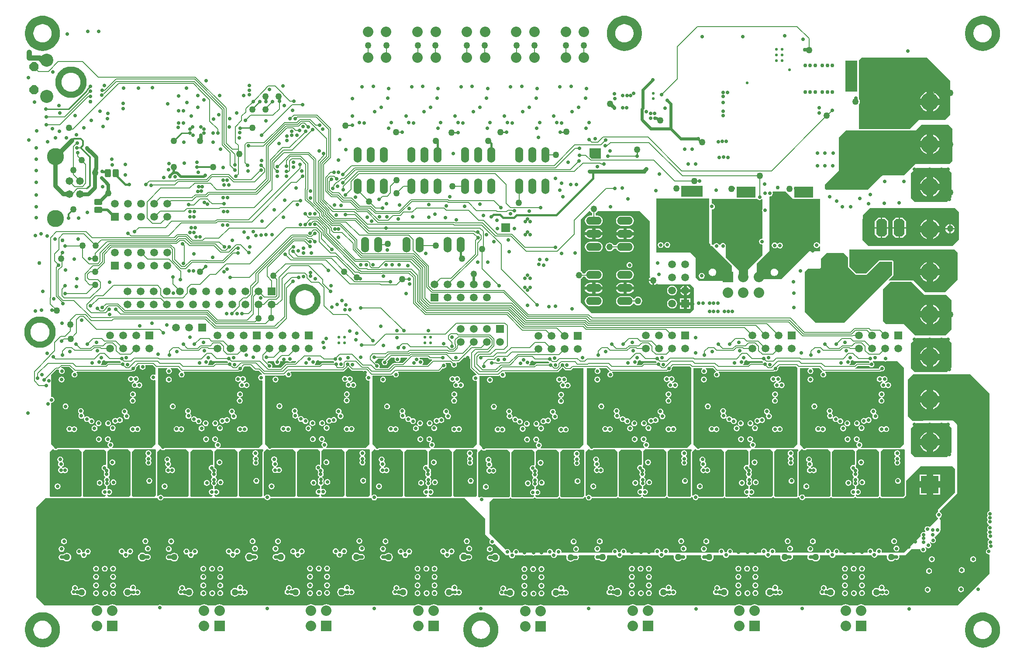
<source format=gbl>
G04*
G04 #@! TF.GenerationSoftware,Altium Limited,Altium Designer,19.0.12 (326)*
G04*
G04 Layer_Physical_Order=6*
G04 Layer_Color=16711680*
%FSLAX25Y25*%
%MOIN*%
G70*
G01*
G75*
%ADD10C,0.01200*%
%ADD11C,0.01000*%
%ADD15C,0.00800*%
%ADD20C,0.02000*%
%ADD21C,0.02400*%
%ADD27C,0.00600*%
%ADD30C,0.00700*%
%ADD45C,0.05000*%
%ADD118C,0.06000*%
%ADD209C,0.03000*%
%ADD210C,0.06196*%
%ADD211C,0.04500*%
%ADD273R,0.08000X0.08000*%
%ADD290C,0.00655*%
%ADD292C,0.04000*%
%ADD294C,0.01600*%
%ADD296C,0.00650*%
%ADD298C,0.01500*%
%ADD299C,0.01010*%
%ADD301C,0.03000*%
%ADD302C,0.02800*%
%ADD304C,0.05000*%
%ADD308C,0.02600*%
%ADD314C,0.08000*%
%ADD315O,0.13598X0.13600*%
%ADD316R,0.13598X0.13600*%
%ADD317O,0.06000X0.12000*%
%ADD318O,0.12000X0.06000*%
%ADD319R,0.05906X0.05906*%
%ADD320C,0.05906*%
%ADD321R,0.05906X0.05906*%
G04:AMPARAMS|DCode=322|XSize=133mil|YSize=83mil|CornerRadius=0mil|HoleSize=0mil|Usage=FLASHONLY|Rotation=180.000|XOffset=0mil|YOffset=0mil|HoleType=Round|Shape=Octagon|*
%AMOCTAGOND322*
4,1,8,-0.06650,0.02075,-0.06650,-0.02075,-0.04575,-0.04150,0.04575,-0.04150,0.06650,-0.02075,0.06650,0.02075,0.04575,0.04150,-0.04575,0.04150,-0.06650,0.02075,0.0*
%
%ADD322OCTAGOND322*%

%ADD323C,0.10000*%
%ADD324P,0.07577X8X292.5*%
%ADD325C,0.13050*%
%ADD326C,0.05800*%
G04:AMPARAMS|DCode=327|XSize=133mil|YSize=83mil|CornerRadius=0mil|HoleSize=0mil|Usage=FLASHONLY|Rotation=90.000|XOffset=0mil|YOffset=0mil|HoleType=Round|Shape=Octagon|*
%AMOCTAGOND327*
4,1,8,0.02075,0.06650,-0.02075,0.06650,-0.04150,0.04575,-0.04150,-0.04575,-0.02075,-0.06650,0.02075,-0.06650,0.04150,-0.04575,0.04150,0.04575,0.02075,0.06650,0.0*
%
%ADD327OCTAGOND327*%

%ADD328C,0.02900*%
%ADD329C,0.02200*%
%ADD330C,0.02800*%
G04:AMPARAMS|DCode=357|XSize=50mil|YSize=50mil|CornerRadius=25mil|HoleSize=0mil|Usage=FLASHONLY|Rotation=0.000|XOffset=0mil|YOffset=0mil|HoleType=Round|Shape=RoundedRectangle|*
%AMROUNDEDRECTD357*
21,1,0.05000,0.00000,0,0,0.0*
21,1,0.00000,0.05000,0,0,0.0*
1,1,0.05000,0.00000,0.00000*
1,1,0.05000,0.00000,0.00000*
1,1,0.05000,0.00000,0.00000*
1,1,0.05000,0.00000,0.00000*
%
%ADD357ROUNDEDRECTD357*%
G04:AMPARAMS|DCode=358|XSize=50mil|YSize=50mil|CornerRadius=25mil|HoleSize=0mil|Usage=FLASHONLY|Rotation=270.000|XOffset=0mil|YOffset=0mil|HoleType=Round|Shape=RoundedRectangle|*
%AMROUNDEDRECTD358*
21,1,0.05000,0.00000,0,0,270.0*
21,1,0.00000,0.05000,0,0,270.0*
1,1,0.05000,0.00000,0.00000*
1,1,0.05000,0.00000,0.00000*
1,1,0.05000,0.00000,0.00000*
1,1,0.05000,0.00000,0.00000*
%
%ADD358ROUNDEDRECTD358*%
G04:AMPARAMS|DCode=359|XSize=46mil|YSize=63mil|CornerRadius=11.5mil|HoleSize=0mil|Usage=FLASHONLY|Rotation=90.000|XOffset=0mil|YOffset=0mil|HoleType=Round|Shape=RoundedRectangle|*
%AMROUNDEDRECTD359*
21,1,0.04600,0.04000,0,0,90.0*
21,1,0.02300,0.06300,0,0,90.0*
1,1,0.02300,0.02000,0.01150*
1,1,0.02300,0.02000,-0.01150*
1,1,0.02300,-0.02000,-0.01150*
1,1,0.02300,-0.02000,0.01150*
%
%ADD359ROUNDEDRECTD359*%
G04:AMPARAMS|DCode=360|XSize=46mil|YSize=63mil|CornerRadius=11.5mil|HoleSize=0mil|Usage=FLASHONLY|Rotation=180.000|XOffset=0mil|YOffset=0mil|HoleType=Round|Shape=RoundedRectangle|*
%AMROUNDEDRECTD360*
21,1,0.04600,0.04000,0,0,180.0*
21,1,0.02300,0.06300,0,0,180.0*
1,1,0.02300,-0.01150,0.02000*
1,1,0.02300,0.01150,0.02000*
1,1,0.02300,0.01150,-0.02000*
1,1,0.02300,-0.01150,-0.02000*
%
%ADD360ROUNDEDRECTD360*%
%ADD361C,0.03200*%
%ADD362C,0.02900*%
%ADD363R,0.07020X0.06708*%
G36*
X637037Y425994D02*
X627937D01*
Y449658D01*
X637037D01*
Y425994D01*
D02*
G37*
G36*
X690422Y452044D02*
X707928Y434538D01*
Y408330D01*
X703950Y404352D01*
X684077Y404352D01*
X677128Y397403D01*
X677073Y397344D01*
X638300D01*
X638300Y416425D01*
X638583Y416793D01*
X638915Y417596D01*
X639029Y418457D01*
X638915Y419319D01*
X638583Y420122D01*
X638300Y420490D01*
Y420572D01*
X638425Y421202D01*
X638300Y421831D01*
X638300Y449944D01*
X640100Y451744D01*
X640400Y452044D01*
X690422Y452044D01*
D02*
G37*
G36*
X709800Y397644D02*
Y373074D01*
X707382Y370656D01*
X681486D01*
X679358Y368528D01*
X679042Y368317D01*
X678830Y368001D01*
X672780Y361950D01*
X656526D01*
X655678Y361598D01*
X645381Y351303D01*
X645318Y351234D01*
X613548D01*
X612534Y352248D01*
Y355056D01*
X622986Y365508D01*
Y391092D01*
X628290Y396396D01*
X637941D01*
X638300Y396324D01*
X677073D01*
X677090Y396328D01*
X677107Y396325D01*
X677284Y396367D01*
X677432Y396396D01*
X681720D01*
X686166Y400842D01*
X706602D01*
X709800Y397644D01*
D02*
G37*
G36*
X441473Y374843D02*
X434140D01*
X432579Y376405D01*
Y382807D01*
X441473D01*
Y374843D01*
D02*
G37*
G36*
X519212Y345616D02*
X502612D01*
Y354197D01*
X519212D01*
Y345616D01*
D02*
G37*
G36*
X603292Y345217D02*
X589011D01*
Y353597D01*
X603292D01*
Y345217D01*
D02*
G37*
G36*
X559314Y345216D02*
X544912D01*
Y353597D01*
X559314D01*
Y345216D01*
D02*
G37*
G36*
X709020Y364001D02*
X709020Y345281D01*
X705432Y341693D01*
X680940D01*
X678132Y344501D01*
X678132Y363845D01*
X682032Y367745D01*
X705276Y367745D01*
X709020Y364001D01*
D02*
G37*
G36*
X478811Y326966D02*
Y285037D01*
X479002Y284845D01*
X478972Y284384D01*
X478411Y283652D01*
X478058Y282801D01*
X478017Y282487D01*
X481468D01*
Y281887D01*
X482068D01*
Y278436D01*
X482382Y278477D01*
X483233Y278830D01*
X483964Y279391D01*
X484426Y279421D01*
X485011Y278836D01*
X509519D01*
X512275Y276080D01*
Y259643D01*
X509345Y256713D01*
X434501Y256611D01*
X426153Y264958D01*
Y283003D01*
X426242Y283040D01*
X426932Y283569D01*
X427461Y284259D01*
X427643Y284699D01*
X429426D01*
X429704Y284029D01*
X430313Y283235D01*
X431107Y282626D01*
X432032Y282243D01*
X433024Y282112D01*
X439024D01*
X440016Y282243D01*
X440940Y282626D01*
X441734Y283235D01*
X442343Y284029D01*
X442726Y284953D01*
X442856Y285945D01*
X442726Y286937D01*
X442343Y287861D01*
X441734Y288655D01*
X440940Y289264D01*
X440016Y289647D01*
X439024Y289778D01*
X433024D01*
X432032Y289647D01*
X431107Y289264D01*
X430313Y288655D01*
X429704Y287861D01*
X429408Y287146D01*
X427643D01*
X427461Y287587D01*
X426932Y288276D01*
X426242Y288805D01*
X426153Y288842D01*
Y328541D01*
X432354Y334742D01*
X433148D01*
X433670Y334061D01*
X434359Y333532D01*
X434800Y333350D01*
Y331352D01*
X433024D01*
X432032Y331222D01*
X431107Y330839D01*
X430313Y330230D01*
X429704Y329436D01*
X429321Y328512D01*
X429191Y327520D01*
X429321Y326528D01*
X429704Y325603D01*
X430313Y324810D01*
X431107Y324200D01*
X432032Y323817D01*
X433024Y323687D01*
X439024D01*
X440016Y323817D01*
X440940Y324200D01*
X441734Y324810D01*
X442343Y325603D01*
X442726Y326528D01*
X442856Y327520D01*
X442726Y328512D01*
X442343Y329436D01*
X441734Y330230D01*
X440940Y330839D01*
X440016Y331222D01*
X439024Y331352D01*
X437247D01*
Y333350D01*
X437688Y333532D01*
X438377Y334061D01*
X438899Y334742D01*
X471035D01*
X478811Y326966D01*
D02*
G37*
G36*
X588011Y344197D02*
X608611D01*
Y309774D01*
X608111Y309664D01*
X607697Y310283D01*
X606970Y310770D01*
X606111Y310941D01*
X605253Y310770D01*
X604525Y310283D01*
X604039Y309556D01*
X603868Y308697D01*
X604039Y307839D01*
X604525Y307111D01*
X605253Y306625D01*
X606111Y306454D01*
X606970Y306625D01*
X607697Y307111D01*
X608111Y307731D01*
X608611Y307621D01*
Y303935D01*
X600464D01*
X579204Y282675D01*
X560503D01*
Y294781D01*
X570011Y304289D01*
Y345742D01*
X570392Y346054D01*
X571250Y346225D01*
X571978Y346711D01*
X572464Y347439D01*
X572635Y348297D01*
X572464Y349156D01*
X572397Y349256D01*
X572632Y349697D01*
X582511D01*
X588011Y344197D01*
D02*
G37*
G36*
X714870Y333918D02*
Y312936D01*
X709878Y307944D01*
X645606D01*
X641160Y312390D01*
Y325728D01*
X641238Y331734D01*
X646620Y337116D01*
X711672D01*
X714870Y333918D01*
D02*
G37*
G36*
X560984Y343884D02*
X561712Y343398D01*
X562570Y343227D01*
X563429Y343398D01*
X564156Y343884D01*
X564212Y343967D01*
X564712Y343815D01*
Y336394D01*
X564619Y336256D01*
X564448Y335397D01*
X564619Y334539D01*
X564712Y334400D01*
Y317517D01*
Y314060D01*
X564342Y313756D01*
X563484Y313586D01*
X562756Y313099D01*
X562270Y312372D01*
X562099Y311513D01*
X562270Y310655D01*
X562756Y309927D01*
X563484Y309441D01*
X564342Y309270D01*
X564712Y308967D01*
Y300958D01*
X553614Y289860D01*
Y284249D01*
X547078D01*
X546724Y284603D01*
X546724Y289269D01*
X536685Y299309D01*
Y307399D01*
X536690Y307407D01*
X536861Y308265D01*
X536690Y309124D01*
X536685Y309132D01*
Y309197D01*
X536641D01*
X536204Y309851D01*
X535476Y310338D01*
X534618Y310508D01*
X533759Y310338D01*
X533032Y309851D01*
X532594Y309197D01*
X531556D01*
X531184Y309753D01*
X530456Y310239D01*
X529598Y310410D01*
X528740Y310239D01*
X528012Y309753D01*
X527640Y309197D01*
X525912D01*
Y335859D01*
X526180Y336079D01*
X527039Y336250D01*
X527766Y336736D01*
X528253Y337464D01*
X528423Y338322D01*
X528253Y339180D01*
X527766Y339908D01*
X527039Y340394D01*
X526180Y340565D01*
X525912Y340786D01*
Y344197D01*
X560775D01*
X560984Y343884D01*
D02*
G37*
G36*
X523912Y310507D02*
X524892Y309526D01*
Y309197D01*
X524970Y308807D01*
X525191Y308476D01*
X525522Y308255D01*
X525912Y308177D01*
X526241D01*
X541507Y292911D01*
X541507Y281592D01*
X516215Y281592D01*
X513752Y284055D01*
Y299210D01*
X509716Y303246D01*
X483612D01*
X483612Y344597D01*
X523912D01*
X523912Y310507D01*
D02*
G37*
G36*
X713778Y303186D02*
Y282438D01*
X704106Y272766D01*
X689052D01*
X680160Y281658D01*
X678316Y281658D01*
X678288Y281664D01*
X662376D01*
X662348Y281658D01*
X661195Y281658D01*
X661004Y282120D01*
X664423Y285539D01*
X664644Y285870D01*
X664722Y286260D01*
Y296088D01*
X664644Y296478D01*
X664423Y296809D01*
X664092Y297030D01*
X663702Y297108D01*
X654186D01*
X653796Y297030D01*
X653465Y296809D01*
X643780Y287124D01*
X636356D01*
X631098Y292382D01*
X631098Y305526D01*
X680472Y305526D01*
X711438D01*
X713778Y303186D01*
D02*
G37*
G36*
X629928Y299598D02*
Y292110D01*
X635934Y286104D01*
X644202D01*
X654186Y296088D01*
X663702D01*
Y286260D01*
X626964Y249522D01*
X605202D01*
X596934Y257790D01*
Y288444D01*
X599352Y290862D01*
X608712D01*
X609492Y291642D01*
Y298428D01*
X613860Y302796D01*
X626730D01*
X629928Y299598D01*
D02*
G37*
G36*
X688116Y270816D02*
X704964D01*
X708942Y266838D01*
Y244374D01*
X704262Y239694D01*
X681408D01*
X672516Y248586D01*
X658710D01*
X656682Y250614D01*
Y274950D01*
X662376Y280644D01*
X678288D01*
X688116Y270816D01*
D02*
G37*
G36*
X672836Y215059D02*
Y156791D01*
X669820Y153776D01*
X656797Y153776D01*
X656619Y153740D01*
X651995D01*
X651817Y153776D01*
X640038Y153776D01*
X639886Y154276D01*
X640243Y154514D01*
X640729Y155242D01*
X640900Y156100D01*
X640729Y156958D01*
X640243Y157686D01*
X639515Y158172D01*
X638657Y158343D01*
X638132Y158239D01*
X637937Y158710D01*
X638243Y158914D01*
X638729Y159642D01*
X638900Y160500D01*
X638729Y161358D01*
X638243Y162086D01*
X637515Y162572D01*
X636657Y162743D01*
X635798Y162572D01*
X635071Y162086D01*
X634584Y161358D01*
X634414Y160500D01*
X634584Y159642D01*
X635071Y158914D01*
X635798Y158428D01*
X636657Y158257D01*
X637181Y158361D01*
X637376Y157890D01*
X637071Y157686D01*
X636584Y156958D01*
X636414Y156100D01*
X636584Y155242D01*
X637071Y154514D01*
X637480Y154240D01*
X637329Y153740D01*
X614746D01*
X614569Y153776D01*
X598471D01*
X598372Y153756D01*
X598272Y153756D01*
X598234Y153740D01*
X596163D01*
X593309Y156595D01*
Y214894D01*
X600030D01*
X600181Y214394D01*
X599871Y214186D01*
X599384Y213458D01*
X599214Y212600D01*
X599384Y211742D01*
X599871Y211014D01*
X600598Y210528D01*
X601457Y210357D01*
X602315Y210528D01*
X603043Y211014D01*
X603529Y211742D01*
X603700Y212600D01*
X603529Y213458D01*
X603043Y214186D01*
X602732Y214394D01*
X602884Y214894D01*
X608187D01*
X610549Y212532D01*
X610416Y211996D01*
X610298Y211972D01*
X609571Y211486D01*
X609084Y210758D01*
X608914Y209900D01*
X609084Y209042D01*
X609571Y208314D01*
X610298Y207828D01*
X611157Y207657D01*
X612015Y207828D01*
X612743Y208314D01*
X613229Y209042D01*
X613400Y209900D01*
X613229Y210758D01*
X612743Y211486D01*
X612663Y211539D01*
X612815Y212039D01*
X654458D01*
X654898Y212127D01*
X655271Y212376D01*
X655333Y212438D01*
X655907Y212324D01*
X656766Y212495D01*
X657493Y212981D01*
X657979Y213708D01*
X658150Y214567D01*
X657979Y215425D01*
X657493Y216153D01*
X656766Y216639D01*
X655907Y216810D01*
X655049Y216639D01*
X654321Y216153D01*
X653835Y215425D01*
X653664Y214567D01*
X653477Y214339D01*
X635603D01*
X635554Y214839D01*
X635776Y214883D01*
X636149Y215132D01*
X637486Y216469D01*
X646057D01*
X646348Y216032D01*
X647076Y215546D01*
X647935Y215375D01*
X648793Y215546D01*
X649521Y216032D01*
X650007Y216760D01*
X650178Y217618D01*
X650007Y218477D01*
X649521Y219204D01*
X648960Y219579D01*
X649112Y220079D01*
X657670D01*
X657749Y220026D01*
X658608Y219855D01*
X659466Y220026D01*
X659546Y220079D01*
X667816D01*
X672836Y215059D01*
D02*
G37*
G36*
X208869Y219713D02*
X207921Y218765D01*
X201311D01*
X200871Y218678D01*
X200498Y218428D01*
X197066Y214997D01*
X190611D01*
X190376Y215438D01*
X190428Y215516D01*
X190599Y216375D01*
X190428Y217233D01*
X189942Y217961D01*
X189214Y218447D01*
X188356Y218618D01*
X187808Y218509D01*
X186787Y219529D01*
X187433Y220175D01*
X191757D01*
X192167Y219675D01*
X192093Y219300D01*
X192264Y218441D01*
X192750Y217713D01*
X193477Y217227D01*
X194336Y217056D01*
X195194Y217227D01*
X195922Y217713D01*
X196408Y218441D01*
X196579Y219300D01*
X196504Y219675D01*
X196915Y220175D01*
X202473D01*
X202520Y220104D01*
X203247Y219618D01*
X204106Y219447D01*
X204964Y219618D01*
X205692Y220104D01*
X205739Y220175D01*
X208677D01*
X208869Y219713D01*
D02*
G37*
G36*
X340523Y222734D02*
X341637Y221620D01*
Y215116D01*
X341725Y214676D01*
X341974Y214303D01*
X346364Y209913D01*
X346241Y209368D01*
X346153Y209313D01*
X345581Y209427D01*
X344722Y209257D01*
X343994Y208770D01*
X343508Y208043D01*
X343338Y207184D01*
X343508Y206326D01*
X343994Y205598D01*
X344722Y205112D01*
X345581Y204941D01*
X346153Y205055D01*
X346654Y204700D01*
X346654Y156791D01*
X343638Y153776D01*
X330614Y153776D01*
X330436Y153740D01*
X325812D01*
X325635Y153776D01*
X313855Y153776D01*
X313703Y154276D01*
X314060Y154514D01*
X314546Y155242D01*
X314717Y156100D01*
X314546Y156958D01*
X314060Y157686D01*
X313332Y158172D01*
X312474Y158343D01*
X311950Y158239D01*
X311755Y158710D01*
X312060Y158914D01*
X312546Y159642D01*
X312717Y160500D01*
X312546Y161358D01*
X312060Y162086D01*
X311332Y162572D01*
X310474Y162743D01*
X309616Y162572D01*
X308888Y162086D01*
X308402Y161358D01*
X308231Y160500D01*
X308402Y159642D01*
X308888Y158914D01*
X309616Y158428D01*
X310474Y158257D01*
X310998Y158361D01*
X311193Y157890D01*
X310888Y157686D01*
X310402Y156958D01*
X310231Y156100D01*
X310402Y155242D01*
X310888Y154514D01*
X311298Y154240D01*
X311146Y153740D01*
X288563D01*
X288386Y153776D01*
X272288D01*
X272190Y153756D01*
X272089Y153756D01*
X272051Y153740D01*
X269980D01*
X267126Y156595D01*
Y209087D01*
X281464D01*
X281904Y209174D01*
X282277Y209423D01*
X282360Y209506D01*
X282838Y209361D01*
X282902Y209042D01*
X283388Y208314D01*
X284116Y207828D01*
X284974Y207657D01*
X285832Y207828D01*
X286560Y208314D01*
X287046Y209042D01*
X287217Y209900D01*
X287046Y210758D01*
X286560Y211486D01*
X286480Y211539D01*
X286632Y212039D01*
X317635D01*
X318075Y212127D01*
X318448Y212376D01*
X320669Y214597D01*
X321228Y214486D01*
X322087Y214656D01*
X322814Y215143D01*
X323301Y215870D01*
X323471Y216729D01*
X323301Y217587D01*
X322827Y218297D01*
X322870Y218519D01*
X322954Y218797D01*
X326299D01*
X327162Y217934D01*
X327060Y217419D01*
X327230Y216560D01*
X327717Y215833D01*
X328444Y215347D01*
X329303Y215176D01*
X330161Y215347D01*
X330889Y215833D01*
X331375Y216560D01*
X331546Y217419D01*
X331375Y218277D01*
X331083Y218714D01*
X331350Y219214D01*
X332613D01*
X332613Y219214D01*
X333043Y219300D01*
X333406Y219543D01*
X336597Y222734D01*
X340523D01*
D02*
G37*
G36*
X237158Y220163D02*
X237736Y219776D01*
X237821Y219317D01*
X237797Y219184D01*
X237543Y218805D01*
X228832D01*
X228392Y218717D01*
X228019Y218468D01*
X226741Y217190D01*
X223124D01*
X222972Y217690D01*
X223253Y217878D01*
X223739Y218606D01*
X223910Y219464D01*
X223846Y219788D01*
X224163Y220175D01*
X237150D01*
X237158Y220163D01*
D02*
G37*
G36*
X646289Y219877D02*
X646417Y219851D01*
X646522Y219320D01*
X646348Y219204D01*
X646057Y218768D01*
X637009D01*
X636569Y218680D01*
X636197Y218431D01*
X634860Y217094D01*
X631362D01*
X631211Y217595D01*
X631491Y217782D01*
X631978Y218510D01*
X632148Y219368D01*
X632084Y219692D01*
X632401Y220079D01*
X645986D01*
X646289Y219877D01*
D02*
G37*
G36*
X564989D02*
X565117Y219851D01*
X565222Y219320D01*
X565049Y219204D01*
X564757Y218768D01*
X555710D01*
X555269Y218680D01*
X554897Y218431D01*
X553560Y217094D01*
X550062D01*
X549911Y217595D01*
X550191Y217782D01*
X550677Y218510D01*
X550848Y219368D01*
X550784Y219692D01*
X551101Y220079D01*
X564686D01*
X564989Y219877D01*
D02*
G37*
G36*
X483689D02*
X483817Y219851D01*
X483922Y219320D01*
X483748Y219204D01*
X483457Y218768D01*
X474409D01*
X473970Y218680D01*
X473597Y218431D01*
X472260Y217094D01*
X468762D01*
X468611Y217595D01*
X468891Y217782D01*
X469378Y218510D01*
X469548Y219368D01*
X469484Y219692D01*
X469801Y220079D01*
X483386D01*
X483689Y219877D01*
D02*
G37*
G36*
X309302Y222734D02*
X310117Y221919D01*
X310182Y221822D01*
X310182Y221822D01*
X310182Y221822D01*
X310363Y221701D01*
X310555Y221573D01*
X310555Y221573D01*
X310555Y221572D01*
X310779Y221528D01*
X310994Y221485D01*
X310995Y221485D01*
X310995Y221485D01*
X312504D01*
X312804Y221021D01*
X312799Y220985D01*
X312461Y220759D01*
X308797Y217094D01*
X305180D01*
X305028Y217595D01*
X305309Y217782D01*
X305795Y218510D01*
X305965Y219368D01*
X305795Y220227D01*
X305309Y220954D01*
X304581Y221440D01*
X303722Y221611D01*
X303504Y221568D01*
X302949Y221967D01*
X302895Y222234D01*
X303201Y222734D01*
X309302Y222734D01*
D02*
G37*
G36*
X156524Y219877D02*
X156651Y219851D01*
X156757Y219320D01*
X156583Y219204D01*
X156291Y218768D01*
X147244D01*
X146804Y218680D01*
X146431Y218431D01*
X145095Y217094D01*
X141597D01*
X141445Y217595D01*
X141726Y217782D01*
X142212Y218510D01*
X142383Y219368D01*
X142318Y219692D01*
X142636Y220079D01*
X156221D01*
X156524Y219877D01*
D02*
G37*
G36*
X74732D02*
X74860Y219851D01*
X74966Y219320D01*
X74792Y219204D01*
X74500Y218768D01*
X65453D01*
X65013Y218680D01*
X64640Y218431D01*
X63303Y217094D01*
X59806D01*
X59654Y217595D01*
X59935Y217782D01*
X60421Y218510D01*
X60592Y219368D01*
X60527Y219692D01*
X60844Y220079D01*
X74429D01*
X74732Y219877D01*
D02*
G37*
G36*
X283721Y222734D02*
X284046Y222234D01*
X283918Y221595D01*
X284089Y220736D01*
X284575Y220008D01*
X285303Y219522D01*
X286161Y219351D01*
X287020Y219522D01*
X287748Y220008D01*
X288234Y220736D01*
X288404Y221595D01*
X288277Y222234D01*
X288602Y222734D01*
X293388D01*
X293579Y222272D01*
X289977Y218669D01*
X283366D01*
X282926Y218582D01*
X282553Y218333D01*
X279122Y214901D01*
X272667D01*
X272431Y215342D01*
X272484Y215421D01*
X272654Y216279D01*
X272484Y217137D01*
X271997Y217865D01*
X271270Y218351D01*
X270411Y218522D01*
X269863Y218413D01*
X268843Y219433D01*
X271457Y222048D01*
X275908D01*
X276188Y221548D01*
X276089Y221387D01*
X275533Y221276D01*
X274805Y220790D01*
X274319Y220062D01*
X274148Y219204D01*
X274319Y218345D01*
X274805Y217618D01*
X275533Y217131D01*
X276391Y216961D01*
X277250Y217131D01*
X277978Y217618D01*
X278464Y218345D01*
X278635Y219204D01*
X278464Y220062D01*
X278378Y220190D01*
X280922Y222734D01*
X283721D01*
D02*
G37*
G36*
X401633Y219579D02*
X401785Y219549D01*
X401890Y219018D01*
X401634Y218847D01*
X401343Y218410D01*
X392413D01*
X391974Y218323D01*
X391601Y218074D01*
X390324Y216797D01*
X386707D01*
X386555Y217297D01*
X386836Y217484D01*
X387322Y218212D01*
X387493Y219070D01*
X387428Y219394D01*
X387745Y219781D01*
X401331D01*
X401633Y219579D01*
D02*
G37*
G36*
X414027Y213496D02*
X414400Y213246D01*
X414840Y213159D01*
X417900D01*
X418340Y213246D01*
X418713Y213496D01*
X420111Y214894D01*
X428181D01*
Y156494D01*
X425165Y153478D01*
X412141Y153478D01*
X411964Y153443D01*
X407339D01*
X407162Y153478D01*
X395382Y153478D01*
X395231Y153978D01*
X395587Y154216D01*
X396074Y154944D01*
X396244Y155802D01*
X396074Y156661D01*
X395587Y157388D01*
X394860Y157875D01*
X394001Y158045D01*
X393477Y157941D01*
X393282Y158412D01*
X393587Y158616D01*
X394074Y159344D01*
X394244Y160202D01*
X394074Y161061D01*
X393587Y161788D01*
X392860Y162275D01*
X392001Y162445D01*
X391143Y162275D01*
X390415Y161788D01*
X389929Y161061D01*
X389758Y160202D01*
X389929Y159344D01*
X390415Y158616D01*
X391143Y158130D01*
X392001Y157959D01*
X392525Y158063D01*
X392720Y157592D01*
X392415Y157388D01*
X391929Y156661D01*
X391758Y155802D01*
X391929Y154944D01*
X392415Y154216D01*
X392825Y153943D01*
X392673Y153443D01*
X370091D01*
X369913Y153478D01*
X353815D01*
X353717Y153458D01*
X353616Y153458D01*
X353578Y153443D01*
X351507D01*
X348653Y156297D01*
Y208789D01*
X362991D01*
X363431Y208876D01*
X363804Y209126D01*
X363887Y209208D01*
X364365Y209063D01*
X364429Y208744D01*
X364915Y208016D01*
X365643Y207530D01*
X366501Y207359D01*
X367359Y207530D01*
X368087Y208016D01*
X368573Y208744D01*
X368744Y209602D01*
X368573Y210461D01*
X368087Y211188D01*
X368007Y211242D01*
X368159Y211742D01*
X408222D01*
X408662Y211829D01*
X409035Y212078D01*
X411646Y214689D01*
X411853Y214999D01*
X411950Y214979D01*
X412445Y215078D01*
X414027Y213496D01*
D02*
G37*
G36*
X101279Y215059D02*
Y209846D01*
X100839Y209610D01*
X100634Y209747D01*
X99775Y209918D01*
X98917Y209747D01*
X98189Y209261D01*
X97703Y208533D01*
X97532Y207675D01*
X97703Y206816D01*
X98189Y206089D01*
X98917Y205602D01*
X99775Y205432D01*
X100634Y205602D01*
X100839Y205739D01*
X101279Y205504D01*
Y156791D01*
X98264Y153776D01*
X85240Y153776D01*
X85062Y153740D01*
X80438D01*
X80261Y153776D01*
X68481Y153776D01*
X68329Y154276D01*
X68686Y154514D01*
X69172Y155242D01*
X69343Y156100D01*
X69172Y156958D01*
X68686Y157686D01*
X67958Y158172D01*
X67100Y158343D01*
X66576Y158239D01*
X66381Y158710D01*
X66686Y158914D01*
X67172Y159642D01*
X67343Y160500D01*
X67172Y161358D01*
X66686Y162086D01*
X65958Y162572D01*
X65100Y162743D01*
X64242Y162572D01*
X63514Y162086D01*
X63028Y161358D01*
X62857Y160500D01*
X63028Y159642D01*
X63514Y158914D01*
X64242Y158428D01*
X65100Y158257D01*
X65624Y158361D01*
X65819Y157890D01*
X65514Y157686D01*
X65028Y156958D01*
X64857Y156100D01*
X65028Y155242D01*
X65514Y154514D01*
X65924Y154240D01*
X65772Y153740D01*
X43189D01*
X43012Y153776D01*
X26914D01*
X26816Y153756D01*
X26715Y153756D01*
X26677Y153740D01*
X24606D01*
X21752Y156595D01*
Y188105D01*
X22017Y188323D01*
X22876Y188494D01*
X23604Y188980D01*
X24090Y189708D01*
X24261Y190566D01*
X24090Y191424D01*
X23604Y192152D01*
X22876Y192638D01*
X22017Y192809D01*
X21752Y193027D01*
Y209790D01*
X25700Y213738D01*
X27413D01*
X27531Y213659D01*
X27651Y213526D01*
X27792Y213281D01*
X27657Y212600D01*
X27828Y211742D01*
X28314Y211014D01*
X29042Y210528D01*
X29900Y210357D01*
X30758Y210528D01*
X31486Y211014D01*
X31972Y211742D01*
X32143Y212600D01*
X31972Y213458D01*
X31486Y214186D01*
X30758Y214672D01*
X29900Y214843D01*
X29782Y214820D01*
X29535Y215280D01*
X30035Y215779D01*
X35744D01*
X38992Y212532D01*
X38859Y211996D01*
X38742Y211972D01*
X38014Y211486D01*
X37528Y210758D01*
X37357Y209900D01*
X37528Y209042D01*
X38014Y208314D01*
X38742Y207828D01*
X39600Y207657D01*
X40458Y207828D01*
X41186Y208314D01*
X41672Y209042D01*
X41843Y209900D01*
X41672Y210758D01*
X41186Y211486D01*
X41106Y211539D01*
X41258Y212039D01*
X82902D01*
X83341Y212127D01*
X83714Y212376D01*
X83776Y212438D01*
X84350Y212324D01*
X85209Y212495D01*
X85936Y212981D01*
X86423Y213708D01*
X86594Y214567D01*
X86479Y215141D01*
X88462Y217124D01*
X89350D01*
X89586Y216683D01*
X89534Y216604D01*
X89363Y215746D01*
X89534Y214887D01*
X90020Y214159D01*
X90747Y213673D01*
X91606Y213503D01*
X92464Y213673D01*
X93192Y214159D01*
X93678Y214887D01*
X93849Y215746D01*
X93678Y216604D01*
X93626Y216683D01*
X93861Y217124D01*
X99215D01*
X101279Y215059D01*
D02*
G37*
G36*
X591536D02*
Y156791D01*
X588520Y153776D01*
X575497Y153776D01*
X575319Y153740D01*
X570695D01*
X570517Y153776D01*
X558738Y153776D01*
X558586Y154276D01*
X558943Y154514D01*
X559429Y155242D01*
X559600Y156100D01*
X559429Y156958D01*
X558943Y157686D01*
X558215Y158172D01*
X557357Y158343D01*
X556833Y158239D01*
X556637Y158710D01*
X556943Y158914D01*
X557429Y159642D01*
X557600Y160500D01*
X557429Y161358D01*
X556943Y162086D01*
X556215Y162572D01*
X555357Y162743D01*
X554498Y162572D01*
X553771Y162086D01*
X553284Y161358D01*
X553114Y160500D01*
X553284Y159642D01*
X553771Y158914D01*
X554498Y158428D01*
X555357Y158257D01*
X555881Y158361D01*
X556076Y157890D01*
X555771Y157686D01*
X555284Y156958D01*
X555114Y156100D01*
X555284Y155242D01*
X555771Y154514D01*
X556180Y154240D01*
X556029Y153740D01*
X533446D01*
X533268Y153776D01*
X517171D01*
X517072Y153756D01*
X516972Y153756D01*
X516934Y153740D01*
X514863D01*
X512009Y156595D01*
Y214894D01*
X518730D01*
X518881Y214394D01*
X518571Y214186D01*
X518084Y213458D01*
X517914Y212600D01*
X518084Y211742D01*
X518571Y211014D01*
X519298Y210528D01*
X520157Y210357D01*
X521015Y210528D01*
X521743Y211014D01*
X522229Y211742D01*
X522400Y212600D01*
X522229Y213458D01*
X521743Y214186D01*
X521432Y214394D01*
X521584Y214894D01*
X526887D01*
X529249Y212532D01*
X529116Y211996D01*
X528998Y211972D01*
X528271Y211486D01*
X527784Y210758D01*
X527614Y209900D01*
X527784Y209042D01*
X528271Y208314D01*
X528998Y207828D01*
X529857Y207657D01*
X530715Y207828D01*
X531443Y208314D01*
X531929Y209042D01*
X532100Y209900D01*
X531929Y210758D01*
X531443Y211486D01*
X531363Y211539D01*
X531515Y212039D01*
X573158D01*
X573598Y212127D01*
X573971Y212376D01*
X574033Y212438D01*
X574607Y212324D01*
X575465Y212495D01*
X576193Y212981D01*
X576679Y213708D01*
X576850Y214567D01*
X576736Y215141D01*
X577768Y216173D01*
X590422D01*
X591536Y215059D01*
D02*
G37*
G36*
X510236D02*
Y156791D01*
X507220Y153776D01*
X494197Y153776D01*
X494019Y153740D01*
X489395D01*
X489217Y153776D01*
X477438Y153776D01*
X477286Y154276D01*
X477643Y154514D01*
X478129Y155242D01*
X478300Y156100D01*
X478129Y156958D01*
X477643Y157686D01*
X476915Y158172D01*
X476057Y158343D01*
X475532Y158239D01*
X475337Y158710D01*
X475643Y158914D01*
X476129Y159642D01*
X476300Y160500D01*
X476129Y161358D01*
X475643Y162086D01*
X474915Y162572D01*
X474057Y162743D01*
X473198Y162572D01*
X472471Y162086D01*
X471984Y161358D01*
X471814Y160500D01*
X471984Y159642D01*
X472471Y158914D01*
X473198Y158428D01*
X474057Y158257D01*
X474581Y158361D01*
X474776Y157890D01*
X474471Y157686D01*
X473984Y156958D01*
X473814Y156100D01*
X473984Y155242D01*
X474471Y154514D01*
X474880Y154240D01*
X474729Y153740D01*
X452146D01*
X451968Y153776D01*
X435871D01*
X435772Y153756D01*
X435672Y153756D01*
X435634Y153740D01*
X433563D01*
X430709Y156595D01*
Y214894D01*
X437430D01*
X437581Y214394D01*
X437271Y214186D01*
X436784Y213458D01*
X436614Y212600D01*
X436784Y211742D01*
X437271Y211014D01*
X437998Y210528D01*
X438857Y210357D01*
X439715Y210528D01*
X440443Y211014D01*
X440929Y211742D01*
X441100Y212600D01*
X440929Y213458D01*
X440443Y214186D01*
X440132Y214394D01*
X440284Y214894D01*
X445587D01*
X447949Y212532D01*
X447816Y211996D01*
X447698Y211972D01*
X446971Y211486D01*
X446484Y210758D01*
X446314Y209900D01*
X446484Y209042D01*
X446971Y208314D01*
X447698Y207828D01*
X448557Y207657D01*
X449415Y207828D01*
X450143Y208314D01*
X450629Y209042D01*
X450800Y209900D01*
X450629Y210758D01*
X450143Y211486D01*
X450063Y211539D01*
X450215Y212039D01*
X491858D01*
X492298Y212127D01*
X492671Y212376D01*
X492733Y212438D01*
X493307Y212324D01*
X494166Y212495D01*
X494893Y212981D01*
X495379Y213708D01*
X495550Y214567D01*
X495436Y215141D01*
X496468Y216173D01*
X509122D01*
X510236Y215059D01*
D02*
G37*
G36*
X176750Y213228D02*
X177123Y212979D01*
X177563Y212891D01*
X180197D01*
X182781Y210307D01*
X182658Y209761D01*
X182571Y209707D01*
X181998Y209821D01*
X181140Y209650D01*
X180412Y209164D01*
X179926Y208436D01*
X179755Y207578D01*
X179926Y206719D01*
X180412Y205992D01*
X181140Y205505D01*
X181998Y205335D01*
X182571Y205449D01*
X183071Y205093D01*
Y156791D01*
X180055Y153776D01*
X167032Y153776D01*
X166854Y153740D01*
X162230D01*
X162052Y153776D01*
X150272Y153776D01*
X150121Y154276D01*
X150477Y154514D01*
X150964Y155242D01*
X151134Y156100D01*
X150964Y156958D01*
X150477Y157686D01*
X149750Y158172D01*
X148891Y158343D01*
X148367Y158239D01*
X148172Y158710D01*
X148477Y158914D01*
X148964Y159642D01*
X149134Y160500D01*
X148964Y161358D01*
X148477Y162086D01*
X147750Y162572D01*
X146891Y162743D01*
X146033Y162572D01*
X145305Y162086D01*
X144819Y161358D01*
X144648Y160500D01*
X144819Y159642D01*
X145305Y158914D01*
X146033Y158428D01*
X146891Y158257D01*
X147416Y158361D01*
X147611Y157890D01*
X147305Y157686D01*
X146819Y156958D01*
X146648Y156100D01*
X146819Y155242D01*
X147305Y154514D01*
X147715Y154240D01*
X147563Y153740D01*
X124981D01*
X124803Y153776D01*
X108705D01*
X108607Y153756D01*
X108507Y153756D01*
X108469Y153740D01*
X106398D01*
X103543Y156595D01*
Y214894D01*
X110264D01*
X110416Y214394D01*
X110105Y214186D01*
X109619Y213458D01*
X109448Y212600D01*
X109619Y211742D01*
X110105Y211014D01*
X110833Y210528D01*
X111691Y210357D01*
X112550Y210528D01*
X113277Y211014D01*
X113764Y211742D01*
X113934Y212600D01*
X113764Y213458D01*
X113277Y214186D01*
X112967Y214394D01*
X113118Y214894D01*
X118421D01*
X120783Y212532D01*
X120650Y211996D01*
X120533Y211972D01*
X119805Y211486D01*
X119319Y210758D01*
X119148Y209900D01*
X119319Y209042D01*
X119805Y208314D01*
X120533Y207828D01*
X121391Y207657D01*
X122250Y207828D01*
X122977Y208314D01*
X123464Y209042D01*
X123634Y209900D01*
X123464Y210758D01*
X122977Y211486D01*
X122898Y211539D01*
X123049Y212039D01*
X164693D01*
X165133Y212127D01*
X165506Y212376D01*
X165568Y212438D01*
X166142Y212324D01*
X167000Y212495D01*
X167728Y212981D01*
X168214Y213708D01*
X168385Y214567D01*
X168271Y215141D01*
X169303Y216173D01*
X173804D01*
X176750Y213228D01*
D02*
G37*
G36*
X709020Y233922D02*
X709020Y215202D01*
X705432Y211614D01*
X680940D01*
X678132Y214422D01*
X678132Y233766D01*
X682032Y237666D01*
X705276Y237666D01*
X709020Y233922D01*
D02*
G37*
G36*
X250955Y213132D02*
X251328Y212883D01*
X251768Y212795D01*
X259618D01*
X262715Y209698D01*
X262666Y209201D01*
X262467Y209068D01*
X261981Y208340D01*
X261810Y207482D01*
X261981Y206624D01*
X262467Y205896D01*
X263195Y205410D01*
X264054Y205239D01*
X264212Y205270D01*
X264598Y204953D01*
Y156887D01*
X261582Y153871D01*
X248559Y153871D01*
X248381Y153836D01*
X243757D01*
X243579Y153871D01*
X231800Y153871D01*
X231648Y154371D01*
X232005Y154610D01*
X232491Y155338D01*
X232662Y156196D01*
X232491Y157054D01*
X232005Y157782D01*
X231277Y158268D01*
X230418Y158439D01*
X229894Y158335D01*
X229699Y158806D01*
X230005Y159010D01*
X230491Y159738D01*
X230662Y160596D01*
X230491Y161454D01*
X230005Y162182D01*
X229277Y162668D01*
X228418Y162839D01*
X227560Y162668D01*
X226832Y162182D01*
X226346Y161454D01*
X226175Y160596D01*
X226346Y159738D01*
X226832Y159010D01*
X227560Y158524D01*
X228418Y158353D01*
X228943Y158457D01*
X229138Y157986D01*
X228832Y157782D01*
X228346Y157054D01*
X228175Y156196D01*
X228346Y155338D01*
X228832Y154610D01*
X229242Y154336D01*
X229090Y153836D01*
X206508D01*
X206330Y153871D01*
X190233D01*
X190134Y153852D01*
X190034Y153852D01*
X189996Y153836D01*
X187925D01*
X185071Y156690D01*
Y209183D01*
X199409D01*
X199848Y209270D01*
X200221Y209519D01*
X200304Y209602D01*
X200783Y209457D01*
X200846Y209138D01*
X201332Y208410D01*
X202060Y207924D01*
X202919Y207753D01*
X203777Y207924D01*
X204505Y208410D01*
X204991Y209138D01*
X205162Y209996D01*
X204991Y210854D01*
X204505Y211582D01*
X204425Y211635D01*
X204576Y212135D01*
X244640D01*
X245079Y212223D01*
X245452Y212472D01*
X248063Y215083D01*
X248192Y215276D01*
X248742Y215345D01*
X250955Y213132D01*
D02*
G37*
G36*
X208397Y150785D02*
X208397Y117419D01*
X207511Y116533D01*
X189005D01*
X188936Y116876D01*
X188450Y117604D01*
X187722Y118090D01*
X186864Y118261D01*
X186005Y118090D01*
X185278Y117604D01*
X185047Y117259D01*
X184477Y117172D01*
X184185Y117421D01*
X184185Y150785D01*
X186252Y152852D01*
X187004D01*
X187032Y152810D01*
X187760Y152324D01*
X188619Y152153D01*
X189477Y152324D01*
X190205Y152810D01*
X190233Y152852D01*
X206330D01*
X208397Y150785D01*
D02*
G37*
G36*
X616635Y150689D02*
X616635Y117323D01*
X615750Y116437D01*
X597276D01*
X597188Y116876D01*
X596702Y117604D01*
X595974Y118090D01*
X595116Y118261D01*
X594257Y118090D01*
X593530Y117604D01*
X593275Y117224D01*
X592689Y117125D01*
X592423Y117341D01*
X592423Y150689D01*
X594490Y152756D01*
X595243D01*
X595271Y152714D01*
X595998Y152228D01*
X596857Y152057D01*
X597715Y152228D01*
X598443Y152714D01*
X598471Y152756D01*
X614569D01*
X616635Y150689D01*
D02*
G37*
G36*
X535335D02*
X535335Y117323D01*
X534450Y116437D01*
X515953D01*
X515834Y117032D01*
X515348Y117760D01*
X514620Y118246D01*
X513762Y118417D01*
X512903Y118246D01*
X512176Y117760D01*
X511952Y117426D01*
X511311Y117308D01*
X511123Y117447D01*
X511123Y150689D01*
X513190Y152756D01*
X513942D01*
X513971Y152714D01*
X514698Y152228D01*
X515557Y152057D01*
X516415Y152228D01*
X517143Y152714D01*
X517171Y152756D01*
X533268D01*
X535335Y150689D01*
D02*
G37*
G36*
X454035D02*
X454035Y117323D01*
X453150Y116437D01*
X434303D01*
X434246Y116720D01*
X433760Y117448D01*
X433032Y117934D01*
X432174Y118105D01*
X431315Y117934D01*
X430588Y117448D01*
X430332Y117065D01*
X430292Y117061D01*
X429823Y117203D01*
X429823Y150689D01*
X431890Y152756D01*
X432643D01*
X432671Y152714D01*
X433398Y152228D01*
X434257Y152057D01*
X435115Y152228D01*
X435843Y152714D01*
X435871Y152756D01*
X451968D01*
X454035Y150689D01*
D02*
G37*
G36*
X290453D02*
X290453Y117323D01*
X289567Y116437D01*
X270518D01*
X270446Y116798D01*
X269960Y117526D01*
X269232Y118012D01*
X268374Y118183D01*
X267515Y118012D01*
X266788Y117526D01*
X266740Y117455D01*
X266240Y117607D01*
X266240Y150689D01*
X268307Y152756D01*
X269060D01*
X269088Y152714D01*
X269816Y152228D01*
X270674Y152057D01*
X271532Y152228D01*
X272260Y152714D01*
X272288Y152756D01*
X288386D01*
X290453Y150689D01*
D02*
G37*
G36*
X126870D02*
X126870Y117323D01*
X125984Y116437D01*
X107404D01*
X107348Y116720D01*
X106862Y117448D01*
X106134Y117934D01*
X105276Y118105D01*
X104417Y117934D01*
X103690Y117448D01*
X103528Y117206D01*
X102945Y117129D01*
X102657Y117383D01*
X102657Y150689D01*
X104724Y152756D01*
X105477D01*
X105505Y152714D01*
X106233Y152228D01*
X107091Y152057D01*
X107950Y152228D01*
X108677Y152714D01*
X108705Y152756D01*
X124803D01*
X126870Y150689D01*
D02*
G37*
G36*
X45079D02*
X45079Y117323D01*
X44193Y116437D01*
X21457D01*
X20866Y117027D01*
X20866Y150689D01*
X22933Y152756D01*
X23686D01*
X23714Y152714D01*
X24442Y152228D01*
X25300Y152057D01*
X26158Y152228D01*
X26886Y152714D01*
X26914Y152756D01*
X43012D01*
X45079Y150689D01*
D02*
G37*
G36*
X371980Y150391D02*
X371980Y117025D01*
X371094Y116139D01*
X351484D01*
X351132Y116374D01*
X350274Y116545D01*
X349415Y116374D01*
X349064Y116139D01*
X348358D01*
X347767Y116730D01*
X347767Y150391D01*
X349834Y152458D01*
X350587D01*
X350615Y152416D01*
X351343Y151930D01*
X352201Y151759D01*
X353060Y151930D01*
X353787Y152416D01*
X353815Y152458D01*
X369913D01*
X371980Y150391D01*
D02*
G37*
G36*
X709020Y168922D02*
X709020Y150202D01*
X705432Y146614D01*
X680940D01*
X678132Y149422D01*
X678132Y168766D01*
X682032Y172666D01*
X705276Y172666D01*
X709020Y168922D01*
D02*
G37*
G36*
X225511Y152667D02*
X227000Y151179D01*
Y141108D01*
X226500Y140804D01*
X225818Y140939D01*
X224960Y140768D01*
X224232Y140282D01*
X223746Y139554D01*
X223575Y138696D01*
X223746Y137838D01*
X224232Y137110D01*
X224960Y136624D01*
X225259Y136564D01*
X225249Y136513D01*
X225419Y135655D01*
X225771Y135129D01*
X225419Y134603D01*
X225249Y133745D01*
X225419Y132886D01*
X225906Y132159D01*
X226229Y131942D01*
Y131341D01*
X226032Y131210D01*
X225546Y130482D01*
X225375Y129623D01*
X225546Y128765D01*
X225860Y128295D01*
X225546Y127824D01*
X225375Y126966D01*
X225546Y126108D01*
X226032Y125380D01*
X226760Y124894D01*
X227000Y124846D01*
Y122751D01*
X226500Y122400D01*
X225917Y122516D01*
X225059Y122345D01*
X224331Y121859D01*
X223845Y121132D01*
X223674Y120273D01*
X223845Y119415D01*
X224331Y118687D01*
X225059Y118201D01*
X225917Y118030D01*
X226155Y118077D01*
X226662Y117699D01*
X226688Y117403D01*
X225818Y116533D01*
X210169Y116533D01*
X209395Y117307D01*
X209417Y117419D01*
X209417Y150774D01*
X211310Y152667D01*
X225511Y152667D01*
D02*
G37*
G36*
X633749Y152571D02*
X635238Y151083D01*
Y141012D01*
X634738Y140708D01*
X634057Y140843D01*
X633198Y140672D01*
X632471Y140186D01*
X631984Y139458D01*
X631814Y138600D01*
X631984Y137742D01*
X632471Y137014D01*
X633198Y136528D01*
X633497Y136468D01*
X633487Y136417D01*
X633658Y135559D01*
X634009Y135033D01*
X633658Y134507D01*
X633487Y133649D01*
X633658Y132790D01*
X634144Y132063D01*
X634467Y131846D01*
Y131245D01*
X634271Y131114D01*
X633784Y130386D01*
X633614Y129528D01*
X633784Y128669D01*
X634099Y128199D01*
X633784Y127728D01*
X633614Y126870D01*
X633784Y126012D01*
X634271Y125284D01*
X634998Y124798D01*
X635238Y124750D01*
Y122655D01*
X634738Y122304D01*
X634155Y122420D01*
X633297Y122249D01*
X632569Y121763D01*
X632083Y121036D01*
X631912Y120177D01*
X632083Y119319D01*
X632569Y118591D01*
X633297Y118105D01*
X634155Y117934D01*
X634393Y117981D01*
X634901Y117603D01*
X634926Y117307D01*
X634057Y116437D01*
X618407Y116437D01*
X617633Y117211D01*
X617655Y117323D01*
X617655Y150678D01*
X619548Y152571D01*
X633749Y152571D01*
D02*
G37*
G36*
X552450D02*
X553938Y151083D01*
Y141012D01*
X553438Y140708D01*
X552757Y140843D01*
X551898Y140672D01*
X551171Y140186D01*
X550684Y139458D01*
X550514Y138600D01*
X550684Y137742D01*
X551171Y137014D01*
X551898Y136528D01*
X552197Y136468D01*
X552187Y136417D01*
X552358Y135559D01*
X552709Y135033D01*
X552358Y134507D01*
X552187Y133649D01*
X552358Y132790D01*
X552844Y132063D01*
X553167Y131846D01*
Y131245D01*
X552971Y131114D01*
X552484Y130386D01*
X552314Y129528D01*
X552484Y128669D01*
X552799Y128199D01*
X552484Y127728D01*
X552314Y126870D01*
X552484Y126012D01*
X552971Y125284D01*
X553698Y124798D01*
X553938Y124750D01*
Y122655D01*
X553438Y122304D01*
X552855Y122420D01*
X551997Y122249D01*
X551269Y121763D01*
X550783Y121036D01*
X550612Y120177D01*
X550783Y119319D01*
X551269Y118591D01*
X551997Y118105D01*
X552855Y117934D01*
X553093Y117981D01*
X553601Y117603D01*
X553626Y117307D01*
X552757Y116437D01*
X537107Y116437D01*
X536333Y117211D01*
X536355Y117323D01*
X536355Y150678D01*
X538248Y152571D01*
X552450Y152571D01*
D02*
G37*
G36*
X471149D02*
X472638Y151083D01*
Y141012D01*
X472138Y140708D01*
X471457Y140843D01*
X470598Y140672D01*
X469871Y140186D01*
X469384Y139458D01*
X469214Y138600D01*
X469384Y137742D01*
X469871Y137014D01*
X470598Y136528D01*
X470897Y136468D01*
X470887Y136417D01*
X471058Y135559D01*
X471409Y135033D01*
X471058Y134507D01*
X470887Y133649D01*
X471058Y132790D01*
X471544Y132063D01*
X471867Y131846D01*
Y131245D01*
X471671Y131114D01*
X471184Y130386D01*
X471014Y129528D01*
X471184Y128669D01*
X471499Y128199D01*
X471184Y127728D01*
X471014Y126870D01*
X471184Y126012D01*
X471671Y125284D01*
X472398Y124798D01*
X472638Y124750D01*
Y122655D01*
X472138Y122304D01*
X471555Y122420D01*
X470697Y122249D01*
X469969Y121763D01*
X469483Y121036D01*
X469312Y120177D01*
X469483Y119319D01*
X469969Y118591D01*
X470697Y118105D01*
X471555Y117934D01*
X471793Y117981D01*
X472301Y117603D01*
X472326Y117307D01*
X471457Y116437D01*
X455807Y116437D01*
X455033Y117211D01*
X455055Y117323D01*
X455055Y150678D01*
X456948Y152571D01*
X471149Y152571D01*
D02*
G37*
G36*
X307567D02*
X309055Y151083D01*
Y141012D01*
X308555Y140708D01*
X307874Y140843D01*
X307016Y140672D01*
X306288Y140186D01*
X305802Y139458D01*
X305631Y138600D01*
X305802Y137742D01*
X306288Y137014D01*
X307016Y136528D01*
X307314Y136468D01*
X307304Y136417D01*
X307475Y135559D01*
X307826Y135033D01*
X307475Y134507D01*
X307304Y133649D01*
X307475Y132790D01*
X307961Y132063D01*
X308285Y131846D01*
Y131245D01*
X308088Y131114D01*
X307602Y130386D01*
X307431Y129528D01*
X307602Y128669D01*
X307916Y128199D01*
X307602Y127728D01*
X307431Y126870D01*
X307602Y126012D01*
X308088Y125284D01*
X308816Y124798D01*
X309055Y124750D01*
Y122655D01*
X308555Y122304D01*
X307972Y122420D01*
X307114Y122249D01*
X306386Y121763D01*
X305900Y121036D01*
X305729Y120177D01*
X305900Y119319D01*
X306386Y118591D01*
X307114Y118105D01*
X307972Y117934D01*
X308210Y117981D01*
X308718Y117603D01*
X308744Y117307D01*
X307874Y116437D01*
X292224Y116437D01*
X291450Y117211D01*
X291472Y117323D01*
X291472Y150678D01*
X293365Y152571D01*
X307567Y152571D01*
D02*
G37*
G36*
X143984D02*
X145472Y151083D01*
Y141012D01*
X144972Y140708D01*
X144291Y140843D01*
X143433Y140672D01*
X142705Y140186D01*
X142219Y139458D01*
X142048Y138600D01*
X142219Y137742D01*
X142705Y137014D01*
X143433Y136528D01*
X143732Y136468D01*
X143721Y136417D01*
X143892Y135559D01*
X144244Y135033D01*
X143892Y134507D01*
X143721Y133649D01*
X143892Y132790D01*
X144378Y132063D01*
X144702Y131846D01*
Y131245D01*
X144505Y131114D01*
X144019Y130386D01*
X143848Y129528D01*
X144019Y128669D01*
X144333Y128199D01*
X144019Y127728D01*
X143848Y126870D01*
X144019Y126012D01*
X144505Y125284D01*
X145233Y124798D01*
X145472Y124750D01*
Y122655D01*
X144972Y122304D01*
X144390Y122420D01*
X143531Y122249D01*
X142804Y121763D01*
X142317Y121036D01*
X142147Y120177D01*
X142317Y119319D01*
X142804Y118591D01*
X143531Y118105D01*
X144390Y117934D01*
X144628Y117981D01*
X145135Y117603D01*
X145161Y117307D01*
X144291Y116437D01*
X128642Y116437D01*
X127867Y117211D01*
X127890Y117323D01*
X127890Y150678D01*
X129783Y152571D01*
X143984Y152571D01*
D02*
G37*
G36*
X62193D02*
X63681Y151083D01*
Y141012D01*
X63181Y140708D01*
X62500Y140843D01*
X61642Y140672D01*
X60914Y140186D01*
X60428Y139458D01*
X60257Y138600D01*
X60428Y137742D01*
X60914Y137014D01*
X61642Y136528D01*
X61940Y136468D01*
X61930Y136417D01*
X62101Y135559D01*
X62452Y135033D01*
X62101Y134507D01*
X61930Y133649D01*
X62101Y132790D01*
X62587Y132063D01*
X62911Y131846D01*
Y131245D01*
X62714Y131114D01*
X62228Y130386D01*
X62057Y129528D01*
X62228Y128669D01*
X62542Y128199D01*
X62228Y127728D01*
X62057Y126870D01*
X62228Y126012D01*
X62714Y125284D01*
X63442Y124798D01*
X63681Y124750D01*
Y122655D01*
X63181Y122304D01*
X62598Y122420D01*
X61740Y122249D01*
X61012Y121763D01*
X60526Y121036D01*
X60355Y120177D01*
X60526Y119319D01*
X61012Y118591D01*
X61740Y118105D01*
X62598Y117934D01*
X62836Y117981D01*
X63344Y117603D01*
X63370Y117307D01*
X62500Y116437D01*
X46850Y116437D01*
X46076Y117211D01*
X46098Y117323D01*
X46098Y150678D01*
X47991Y152571D01*
X62193Y152571D01*
D02*
G37*
G36*
X389094Y152273D02*
X390582Y150785D01*
Y140715D01*
X390082Y140410D01*
X389401Y140545D01*
X388543Y140375D01*
X387815Y139888D01*
X387329Y139161D01*
X387158Y138302D01*
X387329Y137444D01*
X387815Y136716D01*
X388543Y136230D01*
X388841Y136170D01*
X388831Y136120D01*
X389002Y135261D01*
X389353Y134735D01*
X389002Y134210D01*
X388831Y133351D01*
X389002Y132493D01*
X389488Y131765D01*
X389812Y131549D01*
Y130947D01*
X389615Y130816D01*
X389129Y130088D01*
X388958Y129230D01*
X389129Y128372D01*
X389443Y127901D01*
X389129Y127431D01*
X388958Y126572D01*
X389129Y125714D01*
X389615Y124986D01*
X390343Y124500D01*
X390582Y124452D01*
Y122357D01*
X390082Y122007D01*
X389499Y122123D01*
X388641Y121952D01*
X387913Y121466D01*
X387427Y120738D01*
X387256Y119879D01*
X387427Y119021D01*
X387913Y118293D01*
X388641Y117807D01*
X389499Y117636D01*
X389737Y117684D01*
X390245Y117306D01*
X390271Y117009D01*
X389401Y116139D01*
X373751Y116139D01*
X372977Y116914D01*
X372999Y117025D01*
X372999Y150380D01*
X374892Y152273D01*
X389094Y152273D01*
D02*
G37*
G36*
X245646Y150785D02*
X245646Y117660D01*
X244519Y116533D01*
X228771Y116533D01*
X227889Y117415D01*
Y118081D01*
X228330Y118316D01*
X228503Y118201D01*
X229362Y118030D01*
X230220Y118201D01*
X230948Y118687D01*
X231434Y119415D01*
X231605Y120273D01*
X231434Y121132D01*
X230948Y121859D01*
X230220Y122345D01*
X229362Y122516D01*
X228503Y122345D01*
X228440Y122303D01*
X228408Y122314D01*
X228129Y122494D01*
X228003Y122612D01*
X228002Y122664D01*
X228019Y122751D01*
Y124803D01*
X228477Y124894D01*
X229205Y125380D01*
X229691Y126108D01*
X229862Y126966D01*
X229691Y127824D01*
X229377Y128295D01*
X229691Y128765D01*
X229862Y129623D01*
X229691Y130482D01*
X229205Y131210D01*
X228881Y131426D01*
Y132027D01*
X229078Y132159D01*
X229564Y132886D01*
X229735Y133745D01*
X229564Y134603D01*
X229213Y135129D01*
X229564Y135655D01*
X229735Y136513D01*
X229564Y137372D01*
X229078Y138099D01*
X228350Y138586D01*
X228051Y138645D01*
X228062Y138696D01*
X227891Y139554D01*
X227889Y139557D01*
Y140640D01*
X227942Y140718D01*
X227957Y140796D01*
X227990Y140868D01*
X227995Y140989D01*
X228019Y141108D01*
Y151179D01*
X227997Y151290D01*
X229559Y152852D01*
X243579Y152852D01*
X245646Y150785D01*
D02*
G37*
G36*
X653884Y150689D02*
X653884Y117564D01*
X652758Y116437D01*
X637009Y116437D01*
X636128Y117319D01*
Y117985D01*
X636568Y118220D01*
X636742Y118105D01*
X637600Y117934D01*
X638458Y118105D01*
X639186Y118591D01*
X639672Y119319D01*
X639843Y120177D01*
X639672Y121036D01*
X639186Y121763D01*
X638458Y122249D01*
X637600Y122420D01*
X636742Y122249D01*
X636678Y122207D01*
X636647Y122218D01*
X636367Y122398D01*
X636241Y122517D01*
X636240Y122568D01*
X636257Y122655D01*
Y124707D01*
X636715Y124798D01*
X637443Y125284D01*
X637929Y126012D01*
X638100Y126870D01*
X637929Y127728D01*
X637615Y128199D01*
X637929Y128669D01*
X638100Y129528D01*
X637929Y130386D01*
X637443Y131114D01*
X637119Y131330D01*
Y131931D01*
X637316Y132063D01*
X637802Y132790D01*
X637973Y133649D01*
X637802Y134507D01*
X637451Y135033D01*
X637802Y135559D01*
X637973Y136417D01*
X637802Y137276D01*
X637316Y138003D01*
X636588Y138490D01*
X636290Y138549D01*
X636300Y138600D01*
X636129Y139458D01*
X636128Y139461D01*
Y140544D01*
X636180Y140622D01*
X636195Y140700D01*
X636229Y140772D01*
X636234Y140893D01*
X636257Y141012D01*
Y151083D01*
X636235Y151194D01*
X637797Y152756D01*
X651817Y152756D01*
X653884Y150689D01*
D02*
G37*
G36*
X572584D02*
X572584Y117564D01*
X571457Y116437D01*
X555709Y116437D01*
X554828Y117319D01*
Y117985D01*
X555268Y118220D01*
X555442Y118105D01*
X556300Y117934D01*
X557158Y118105D01*
X557886Y118591D01*
X558372Y119319D01*
X558543Y120177D01*
X558372Y121036D01*
X557886Y121763D01*
X557158Y122249D01*
X556300Y122420D01*
X555442Y122249D01*
X555378Y122207D01*
X555346Y122218D01*
X555067Y122398D01*
X554941Y122517D01*
X554940Y122568D01*
X554957Y122655D01*
Y124707D01*
X555415Y124798D01*
X556143Y125284D01*
X556629Y126012D01*
X556800Y126870D01*
X556629Y127728D01*
X556315Y128199D01*
X556629Y128669D01*
X556800Y129528D01*
X556629Y130386D01*
X556143Y131114D01*
X555819Y131330D01*
Y131931D01*
X556016Y132063D01*
X556502Y132790D01*
X556673Y133649D01*
X556502Y134507D01*
X556151Y135033D01*
X556502Y135559D01*
X556673Y136417D01*
X556502Y137276D01*
X556016Y138003D01*
X555288Y138490D01*
X554990Y138549D01*
X555000Y138600D01*
X554829Y139458D01*
X554828Y139461D01*
Y140544D01*
X554880Y140622D01*
X554895Y140700D01*
X554929Y140772D01*
X554934Y140893D01*
X554957Y141012D01*
Y151083D01*
X554935Y151194D01*
X556497Y152756D01*
X570517Y152756D01*
X572584Y150689D01*
D02*
G37*
G36*
X491284D02*
X491284Y117564D01*
X490158Y116437D01*
X474409Y116437D01*
X473528Y117319D01*
Y117985D01*
X473969Y118220D01*
X474142Y118105D01*
X475000Y117934D01*
X475858Y118105D01*
X476586Y118591D01*
X477072Y119319D01*
X477243Y120177D01*
X477072Y121036D01*
X476586Y121763D01*
X475858Y122249D01*
X475000Y122420D01*
X474142Y122249D01*
X474078Y122207D01*
X474047Y122218D01*
X473767Y122398D01*
X473641Y122517D01*
X473640Y122568D01*
X473657Y122655D01*
Y124707D01*
X474115Y124798D01*
X474843Y125284D01*
X475329Y126012D01*
X475500Y126870D01*
X475329Y127728D01*
X475015Y128199D01*
X475329Y128669D01*
X475500Y129528D01*
X475329Y130386D01*
X474843Y131114D01*
X474519Y131330D01*
Y131931D01*
X474716Y132063D01*
X475202Y132790D01*
X475373Y133649D01*
X475202Y134507D01*
X474851Y135033D01*
X475202Y135559D01*
X475373Y136417D01*
X475202Y137276D01*
X474716Y138003D01*
X473988Y138490D01*
X473690Y138549D01*
X473700Y138600D01*
X473529Y139458D01*
X473528Y139461D01*
Y140544D01*
X473580Y140622D01*
X473595Y140700D01*
X473629Y140772D01*
X473634Y140893D01*
X473657Y141012D01*
Y151083D01*
X473635Y151194D01*
X475197Y152756D01*
X489217Y152756D01*
X491284Y150689D01*
D02*
G37*
G36*
X327702D02*
X327701Y117564D01*
X326575Y116437D01*
X310827Y116437D01*
X309945Y117319D01*
Y117985D01*
X310386Y118220D01*
X310559Y118105D01*
X311417Y117934D01*
X312276Y118105D01*
X313003Y118591D01*
X313490Y119319D01*
X313660Y120177D01*
X313490Y121036D01*
X313003Y121763D01*
X312276Y122249D01*
X311417Y122420D01*
X310559Y122249D01*
X310495Y122207D01*
X310464Y122218D01*
X310185Y122398D01*
X310059Y122517D01*
X310057Y122568D01*
X310075Y122655D01*
Y124707D01*
X310532Y124798D01*
X311260Y125284D01*
X311746Y126012D01*
X311917Y126870D01*
X311746Y127728D01*
X311432Y128199D01*
X311746Y128669D01*
X311917Y129528D01*
X311746Y130386D01*
X311260Y131114D01*
X310937Y131330D01*
Y131931D01*
X311133Y132063D01*
X311620Y132790D01*
X311790Y133649D01*
X311620Y134507D01*
X311268Y135033D01*
X311620Y135559D01*
X311790Y136417D01*
X311620Y137276D01*
X311133Y138003D01*
X310406Y138490D01*
X310107Y138549D01*
X310117Y138600D01*
X309946Y139458D01*
X309945Y139461D01*
Y140544D01*
X309997Y140622D01*
X310013Y140700D01*
X310046Y140772D01*
X310051Y140893D01*
X310075Y141012D01*
Y151083D01*
X310052Y151194D01*
X311614Y152756D01*
X325635Y152756D01*
X327702Y150689D01*
D02*
G37*
G36*
X164119D02*
X164119Y117564D01*
X162992Y116437D01*
X147244Y116437D01*
X146362Y117319D01*
Y117985D01*
X146803Y118220D01*
X146976Y118105D01*
X147835Y117934D01*
X148693Y118105D01*
X149421Y118591D01*
X149907Y119319D01*
X150078Y120177D01*
X149907Y121036D01*
X149421Y121763D01*
X148693Y122249D01*
X147835Y122420D01*
X146976Y122249D01*
X146913Y122207D01*
X146881Y122218D01*
X146602Y122398D01*
X146476Y122517D01*
X146475Y122568D01*
X146492Y122655D01*
Y124707D01*
X146950Y124798D01*
X147677Y125284D01*
X148164Y126012D01*
X148334Y126870D01*
X148164Y127728D01*
X147849Y128199D01*
X148164Y128669D01*
X148334Y129528D01*
X148164Y130386D01*
X147677Y131114D01*
X147354Y131330D01*
Y131931D01*
X147551Y132063D01*
X148037Y132790D01*
X148208Y133649D01*
X148037Y134507D01*
X147686Y135033D01*
X148037Y135559D01*
X148208Y136417D01*
X148037Y137276D01*
X147551Y138003D01*
X146823Y138490D01*
X146524Y138549D01*
X146534Y138600D01*
X146364Y139458D01*
X146362Y139461D01*
Y140544D01*
X146414Y140622D01*
X146430Y140700D01*
X146463Y140772D01*
X146468Y140893D01*
X146492Y141012D01*
Y151083D01*
X146470Y151194D01*
X148031Y152756D01*
X162052Y152756D01*
X164119Y150689D01*
D02*
G37*
G36*
X82328D02*
X82328Y117564D01*
X81201Y116437D01*
X65453Y116437D01*
X64571Y117319D01*
Y117985D01*
X65012Y118220D01*
X65185Y118105D01*
X66043Y117934D01*
X66902Y118105D01*
X67629Y118591D01*
X68116Y119319D01*
X68286Y120177D01*
X68116Y121036D01*
X67629Y121763D01*
X66902Y122249D01*
X66043Y122420D01*
X65185Y122249D01*
X65121Y122207D01*
X65090Y122218D01*
X64811Y122398D01*
X64684Y122517D01*
X64683Y122568D01*
X64701Y122655D01*
Y124707D01*
X65158Y124798D01*
X65886Y125284D01*
X66372Y126012D01*
X66543Y126870D01*
X66372Y127728D01*
X66058Y128199D01*
X66372Y128669D01*
X66543Y129528D01*
X66372Y130386D01*
X65886Y131114D01*
X65562Y131330D01*
Y131931D01*
X65759Y132063D01*
X66246Y132790D01*
X66416Y133649D01*
X66246Y134507D01*
X65894Y135033D01*
X66246Y135559D01*
X66416Y136417D01*
X66246Y137276D01*
X65759Y138003D01*
X65032Y138490D01*
X64733Y138549D01*
X64743Y138600D01*
X64572Y139458D01*
X64571Y139461D01*
Y140544D01*
X64623Y140622D01*
X64639Y140700D01*
X64672Y140772D01*
X64677Y140893D01*
X64701Y141012D01*
Y151083D01*
X64679Y151194D01*
X66240Y152756D01*
X80261Y152756D01*
X82328Y150689D01*
D02*
G37*
G36*
X409229Y150391D02*
X409229Y117266D01*
X408102Y116139D01*
X392354Y116139D01*
X391472Y117021D01*
Y117687D01*
X391913Y117923D01*
X392086Y117807D01*
X392944Y117636D01*
X393803Y117807D01*
X394531Y118293D01*
X395017Y119021D01*
X395187Y119879D01*
X395017Y120738D01*
X394531Y121466D01*
X393803Y121952D01*
X392944Y122123D01*
X392086Y121952D01*
X392022Y121909D01*
X391991Y121920D01*
X391712Y122101D01*
X391586Y122219D01*
X391584Y122270D01*
X391602Y122357D01*
Y124409D01*
X392059Y124500D01*
X392787Y124986D01*
X393273Y125714D01*
X393444Y126572D01*
X393273Y127431D01*
X392959Y127901D01*
X393273Y128372D01*
X393444Y129230D01*
X393273Y130088D01*
X392787Y130816D01*
X392464Y131032D01*
Y131633D01*
X392660Y131765D01*
X393147Y132493D01*
X393318Y133351D01*
X393147Y134210D01*
X392795Y134735D01*
X393147Y135261D01*
X393318Y136120D01*
X393147Y136978D01*
X392660Y137706D01*
X391933Y138192D01*
X391634Y138251D01*
X391644Y138302D01*
X391474Y139161D01*
X391472Y139163D01*
Y140246D01*
X391524Y140324D01*
X391540Y140402D01*
X391573Y140474D01*
X391578Y140595D01*
X391602Y140715D01*
Y150785D01*
X391580Y150897D01*
X393141Y152458D01*
X407162Y152458D01*
X409229Y150391D01*
D02*
G37*
G36*
X264795Y152852D02*
X265090Y152557D01*
X265090Y117812D01*
X263811Y116533D01*
X247669D01*
X246645Y117557D01*
X246666Y117660D01*
X246666Y150785D01*
X246637Y150930D01*
X248559Y152852D01*
X264795Y152852D01*
D02*
G37*
G36*
X673033Y152756D02*
X673328Y152461D01*
X673328Y117717D01*
X672049Y116437D01*
X655907D01*
X654883Y117461D01*
X654904Y117564D01*
X654904Y150689D01*
X654875Y150834D01*
X656797Y152756D01*
X673033Y152756D01*
D02*
G37*
G36*
X591733D02*
X592028Y152461D01*
Y151736D01*
X591702Y151410D01*
X591481Y151079D01*
X591403Y150689D01*
X591403Y117341D01*
X591413Y117290D01*
X591408Y117238D01*
X591442Y117130D01*
X590749Y116437D01*
X574607D01*
X573583Y117461D01*
X573604Y117564D01*
X573604Y150689D01*
X573575Y150834D01*
X575497Y152756D01*
X591733Y152756D01*
D02*
G37*
G36*
X510433D02*
X510728Y152461D01*
Y151736D01*
X510402Y151410D01*
X510181Y151079D01*
X510103Y150689D01*
X510103Y117447D01*
X510118Y117373D01*
X510114Y117297D01*
X510156Y117180D01*
X510162Y117150D01*
X509449Y116437D01*
X493307D01*
X492283Y117461D01*
X492304Y117564D01*
X492304Y150689D01*
X492275Y150834D01*
X494197Y152756D01*
X510433Y152756D01*
D02*
G37*
G36*
X346850D02*
X347146Y152461D01*
Y151212D01*
X347046Y151112D01*
X346825Y150782D01*
X346748Y150391D01*
X346748Y117318D01*
X345866Y116437D01*
X329724D01*
X328701Y117461D01*
X328721Y117564D01*
X328721Y150689D01*
X328692Y150834D01*
X330614Y152756D01*
X346850Y152756D01*
D02*
G37*
G36*
X183268D02*
X183563Y152461D01*
Y151605D01*
X183464Y151506D01*
X183243Y151175D01*
X183165Y150785D01*
X183165Y117421D01*
X183173Y117380D01*
X183168Y117339D01*
X183172Y117326D01*
X182283Y116437D01*
X166142D01*
X165118Y117461D01*
X165138Y117564D01*
X165138Y150689D01*
X165110Y150834D01*
X167032Y152756D01*
X183268Y152756D01*
D02*
G37*
G36*
X101476D02*
X101772Y152461D01*
Y151163D01*
X101716Y151079D01*
X101638Y150689D01*
X101638Y117583D01*
X100492Y116437D01*
X84350D01*
X83327Y117461D01*
X83347Y117564D01*
X83347Y150689D01*
X83318Y150834D01*
X85240Y152756D01*
X101476Y152756D01*
D02*
G37*
G36*
X428377Y152458D02*
X428673Y152163D01*
X428673Y117419D01*
X427393Y116139D01*
X411251D01*
X410228Y117163D01*
X410248Y117266D01*
X410248Y150391D01*
X410219Y150536D01*
X412141Y152458D01*
X428377Y152458D01*
D02*
G37*
G36*
X695814Y139730D02*
X709846D01*
X711672Y137904D01*
Y119652D01*
X698819Y106799D01*
X698819Y104729D01*
X698543Y104674D01*
X697816Y104188D01*
X697330Y103460D01*
X697159Y102602D01*
X697330Y101744D01*
X697816Y101016D01*
X698543Y100530D01*
X698819Y100475D01*
X698819Y99705D01*
X692378Y93263D01*
X692330Y93268D01*
X691602Y93754D01*
X690744Y93925D01*
X689885Y93754D01*
X689158Y93268D01*
X688671Y92540D01*
X688501Y91682D01*
X688671Y90824D01*
X689158Y90096D01*
X689162Y90048D01*
X688523Y89409D01*
X687780Y89557D01*
X686921Y89386D01*
X686194Y88900D01*
X685708Y88172D01*
X685537Y87314D01*
X685685Y86571D01*
X672835Y73721D01*
X663530D01*
X662895Y73804D01*
X662260Y73721D01*
X656121D01*
X655770Y74221D01*
X655886Y74803D01*
X655716Y75661D01*
X655229Y76389D01*
X654502Y76876D01*
X653643Y77046D01*
X652785Y76876D01*
X652057Y76389D01*
X651571Y75661D01*
X651400Y74803D01*
X651449Y74557D01*
X651220Y74359D01*
X651005Y74228D01*
X650198Y74389D01*
X649802Y74310D01*
X649377Y74735D01*
X649390Y74803D01*
X649220Y75661D01*
X648733Y76389D01*
X648006Y76876D01*
X647147Y77046D01*
X646289Y76876D01*
X645561Y76389D01*
X645075Y75661D01*
X644904Y74803D01*
X645020Y74221D01*
X644669Y73721D01*
X623843D01*
X623433Y74221D01*
X623509Y74603D01*
X623339Y75462D01*
X622852Y76189D01*
X622124Y76675D01*
X621266Y76846D01*
X620408Y76675D01*
X619680Y76189D01*
X619194Y75462D01*
X619023Y74603D01*
X619037Y74535D01*
X618611Y74110D01*
X618215Y74189D01*
X617409Y74028D01*
X617194Y74159D01*
X616964Y74357D01*
X617013Y74603D01*
X616842Y75462D01*
X616356Y76189D01*
X615628Y76675D01*
X614770Y76846D01*
X613912Y76675D01*
X613184Y76189D01*
X612698Y75462D01*
X612527Y74603D01*
X612603Y74221D01*
X612193Y73721D01*
X582230D01*
X581595Y73804D01*
X580960Y73721D01*
X574821D01*
X574471Y74221D01*
X574586Y74803D01*
X574416Y75661D01*
X573929Y76389D01*
X573202Y76876D01*
X572343Y77046D01*
X571485Y76876D01*
X570757Y76389D01*
X570271Y75661D01*
X570100Y74803D01*
X570149Y74557D01*
X569920Y74359D01*
X569705Y74228D01*
X568898Y74389D01*
X568502Y74310D01*
X568077Y74735D01*
X568090Y74803D01*
X567920Y75661D01*
X567433Y76389D01*
X566706Y76876D01*
X565847Y77046D01*
X564989Y76876D01*
X564261Y76389D01*
X563775Y75661D01*
X563604Y74803D01*
X563720Y74221D01*
X563369Y73721D01*
X542544D01*
X542133Y74221D01*
X542209Y74603D01*
X542038Y75462D01*
X541552Y76189D01*
X540825Y76675D01*
X539966Y76846D01*
X539108Y76675D01*
X538380Y76189D01*
X537894Y75462D01*
X537723Y74603D01*
X537737Y74535D01*
X537311Y74110D01*
X536915Y74189D01*
X536109Y74028D01*
X535894Y74159D01*
X535664Y74357D01*
X535713Y74603D01*
X535542Y75462D01*
X535056Y76189D01*
X534329Y76675D01*
X533470Y76846D01*
X532612Y76675D01*
X531884Y76189D01*
X531398Y75462D01*
X531227Y74603D01*
X531303Y74221D01*
X530893Y73721D01*
X500930D01*
X500295Y73804D01*
X499660Y73721D01*
X493521D01*
X493170Y74221D01*
X493286Y74803D01*
X493116Y75661D01*
X492629Y76389D01*
X491902Y76876D01*
X491043Y77046D01*
X490185Y76876D01*
X489457Y76389D01*
X488971Y75661D01*
X488800Y74803D01*
X488849Y74557D01*
X488620Y74359D01*
X488405Y74228D01*
X487598Y74389D01*
X487202Y74310D01*
X486777Y74735D01*
X486790Y74803D01*
X486620Y75661D01*
X486133Y76389D01*
X485406Y76876D01*
X484547Y77046D01*
X483689Y76876D01*
X482961Y76389D01*
X482475Y75661D01*
X482304Y74803D01*
X482420Y74221D01*
X482069Y73721D01*
X461243D01*
X460833Y74221D01*
X460909Y74603D01*
X460739Y75462D01*
X460252Y76189D01*
X459524Y76675D01*
X458666Y76846D01*
X457808Y76675D01*
X457080Y76189D01*
X456594Y75462D01*
X456423Y74603D01*
X456437Y74535D01*
X456011Y74110D01*
X455615Y74189D01*
X454809Y74028D01*
X454594Y74159D01*
X454364Y74357D01*
X454413Y74603D01*
X454242Y75462D01*
X453756Y76189D01*
X453028Y76675D01*
X452170Y76846D01*
X451312Y76675D01*
X450584Y76189D01*
X450098Y75462D01*
X449927Y74603D01*
X450003Y74221D01*
X449593Y73721D01*
X411469D01*
X411152Y74107D01*
X411231Y74505D01*
X411060Y75364D01*
X410574Y76092D01*
X409846Y76578D01*
X408988Y76749D01*
X408129Y76578D01*
X407402Y76092D01*
X406915Y75364D01*
X406745Y74505D01*
X406793Y74260D01*
X406564Y74061D01*
X406349Y73931D01*
X405543Y74091D01*
X405147Y74012D01*
X404721Y74437D01*
X404735Y74505D01*
X404564Y75364D01*
X404078Y76092D01*
X403350Y76578D01*
X402492Y76749D01*
X401633Y76578D01*
X400906Y76092D01*
X400419Y75364D01*
X400249Y74505D01*
X400328Y74107D01*
X400011Y73721D01*
X379131D01*
X378814Y74107D01*
X378854Y74305D01*
X378683Y75164D01*
X378197Y75892D01*
X377469Y76378D01*
X376611Y76549D01*
X375752Y76378D01*
X375025Y75892D01*
X374538Y75164D01*
X374367Y74305D01*
X374381Y74237D01*
X373956Y73812D01*
X373559Y73891D01*
X372753Y73731D01*
X372502Y73883D01*
X372318Y74107D01*
X372358Y74305D01*
X372187Y75164D01*
X371701Y75892D01*
X370973Y76378D01*
X370114Y76549D01*
X369256Y76378D01*
X368759Y76045D01*
X356517Y88287D01*
Y112324D01*
X359313Y115120D01*
X371094D01*
X371484Y115197D01*
X371815Y115418D01*
X372423Y116026D01*
X373030Y115418D01*
X373030Y115418D01*
X373361Y115197D01*
X373751Y115120D01*
X389401Y115120D01*
X389791Y115197D01*
X390122Y115418D01*
X390628Y115924D01*
X391127D01*
X391633Y115418D01*
X391964Y115197D01*
X392354Y115120D01*
X408102Y115120D01*
X408492Y115197D01*
X408823Y115418D01*
X409677Y116272D01*
X410531Y115418D01*
X410861Y115197D01*
X411251Y115120D01*
X427393D01*
X427783Y115197D01*
X428114Y115418D01*
X429114Y116418D01*
X429176Y116415D01*
X429308Y116345D01*
X429433Y116261D01*
X429482Y116252D01*
X429527Y116228D01*
X429976Y116091D01*
X429931Y115862D01*
X430101Y115004D01*
X430588Y114276D01*
X431315Y113790D01*
X432174Y113619D01*
X433032Y113790D01*
X433760Y114276D01*
X434246Y115004D01*
X434329Y115417D01*
X453150D01*
X453540Y115495D01*
X453871Y115716D01*
X454478Y116324D01*
X455086Y115716D01*
X455086Y115716D01*
X455417Y115495D01*
X455807Y115417D01*
X471457Y115417D01*
X471847Y115495D01*
X472178Y115716D01*
X472683Y116221D01*
X473183D01*
X473689Y115716D01*
X474019Y115495D01*
X474409Y115417D01*
X490158Y115417D01*
X490548Y115495D01*
X490878Y115716D01*
X491732Y116570D01*
X492586Y115716D01*
X492917Y115495D01*
X493307Y115417D01*
X509449D01*
X509839Y115495D01*
X510170Y115716D01*
X510865Y116411D01*
X510900Y116396D01*
X511064Y116318D01*
X511493Y116182D01*
X511587Y115831D01*
X511690Y115316D01*
X512176Y114588D01*
X512903Y114102D01*
X513762Y113931D01*
X514620Y114102D01*
X515348Y114588D01*
X515834Y115316D01*
X515858Y115436D01*
X515953Y115417D01*
X534450D01*
X534840Y115495D01*
X535171Y115716D01*
X535778Y116324D01*
X536386Y115716D01*
X536386Y115716D01*
X536717Y115495D01*
X537107Y115417D01*
X552757Y115417D01*
X553147Y115495D01*
X553478Y115716D01*
X553983Y116221D01*
X554483D01*
X554988Y115716D01*
X555319Y115495D01*
X555709Y115417D01*
X571457Y115417D01*
X571848Y115495D01*
X572178Y115716D01*
X573032Y116570D01*
X573886Y115716D01*
X574217Y115495D01*
X574607Y115417D01*
X590749D01*
X591139Y115495D01*
X591470Y115716D01*
X591720Y115966D01*
X592097Y116294D01*
X592249Y116226D01*
X592396Y116148D01*
X592818Y116033D01*
X592949Y115636D01*
X593044Y115160D01*
X593530Y114432D01*
X594257Y113946D01*
X595116Y113775D01*
X595974Y113946D01*
X596702Y114432D01*
X597188Y115160D01*
X597241Y115424D01*
X597276Y115417D01*
X615750D01*
X616140Y115495D01*
X616471Y115716D01*
X617078Y116324D01*
X617686Y115716D01*
X617686Y115716D01*
X618017Y115495D01*
X618407Y115417D01*
X634057Y115417D01*
X634447Y115495D01*
X634778Y115716D01*
X635283Y116221D01*
X635783D01*
X636288Y115716D01*
X636619Y115495D01*
X637009Y115417D01*
X652758Y115417D01*
X653148Y115495D01*
X653478Y115716D01*
X654332Y116570D01*
X655186Y115716D01*
X655517Y115495D01*
X655907Y115417D01*
X672049D01*
X672439Y115495D01*
X672770Y115716D01*
X674049Y116996D01*
X674270Y117326D01*
X674348Y117717D01*
Y128638D01*
X685440Y139730D01*
X695814Y139730D01*
D02*
G37*
G36*
X738189Y195177D02*
X738189Y105645D01*
X737621Y105532D01*
X736894Y105046D01*
X736408Y104318D01*
X736237Y103460D01*
X736408Y102602D01*
X736785Y102036D01*
X736330Y101354D01*
X736159Y100496D01*
X736330Y99638D01*
X736816Y98910D01*
Y98884D01*
X736330Y98156D01*
X736159Y97298D01*
X736330Y96440D01*
X736816Y95712D01*
X737543Y95226D01*
X737646Y95205D01*
Y94695D01*
X737621Y94690D01*
X736894Y94204D01*
X736408Y93476D01*
X736237Y92618D01*
X736408Y91760D01*
X736640Y91412D01*
X736816Y90928D01*
X736330Y90200D01*
X736159Y89342D01*
X736330Y88484D01*
X736816Y87756D01*
X736863Y87724D01*
X736485Y87158D01*
X736315Y86300D01*
X736485Y85442D01*
X736972Y84714D01*
X737699Y84228D01*
X737821Y84203D01*
X737879Y83682D01*
X737284Y83284D01*
X736798Y82556D01*
X736627Y81698D01*
X736798Y80840D01*
X737201Y80236D01*
X736875Y79748D01*
X736705Y78890D01*
X736875Y78032D01*
X737308Y77384D01*
X737240Y77038D01*
X737151Y76843D01*
X736685Y76750D01*
X735958Y76264D01*
X735471Y75536D01*
X735301Y74678D01*
X735471Y73820D01*
X735958Y73092D01*
X736685Y72606D01*
X737544Y72435D01*
X737803Y72486D01*
X738189Y72169D01*
Y57773D01*
X713782Y33366D01*
X642816D01*
X642483Y33622D01*
X641315Y34106D01*
X640062Y34271D01*
X638809Y34106D01*
X637641Y33622D01*
X637308Y33366D01*
X631005D01*
X630672Y33622D01*
X629504Y34106D01*
X628251Y34271D01*
X626998Y34106D01*
X625830Y33622D01*
X625497Y33366D01*
X561516D01*
X561183Y33622D01*
X560015Y34106D01*
X558762Y34271D01*
X557509Y34106D01*
X556342Y33622D01*
X556008Y33366D01*
X549705D01*
X549372Y33622D01*
X548204Y34106D01*
X546951Y34271D01*
X545698Y34106D01*
X544530Y33622D01*
X544197Y33366D01*
X480216Y33366D01*
X479883Y33622D01*
X478715Y34106D01*
X477462Y34271D01*
X476209Y34106D01*
X475041Y33622D01*
X474708Y33366D01*
X468405D01*
X468072Y33622D01*
X466904Y34106D01*
X465651Y34271D01*
X464398Y34106D01*
X463230Y33622D01*
X462897Y33366D01*
X397726D01*
X396660Y33808D01*
X395407Y33973D01*
X394153Y33808D01*
X393087Y33366D01*
X385915D01*
X384849Y33808D01*
X383596Y33973D01*
X382343Y33808D01*
X381276Y33366D01*
X352756D01*
X350432D01*
X349884Y33475D01*
X349336Y33366D01*
X316634D01*
X316300Y33622D01*
X315132Y34106D01*
X313879Y34271D01*
X312626Y34106D01*
X311459Y33622D01*
X311125Y33366D01*
X304822D01*
X304489Y33622D01*
X303322Y34106D01*
X302068Y34271D01*
X300815Y34106D01*
X299648Y33622D01*
X299314Y33366D01*
X268530Y33366D01*
X268374Y33397D01*
X268218Y33366D01*
X234703D01*
X234245Y33718D01*
X233077Y34201D01*
X231824Y34366D01*
X230571Y34201D01*
X229403Y33718D01*
X228945Y33366D01*
X222892D01*
X222434Y33718D01*
X221266Y34201D01*
X220013Y34366D01*
X218760Y34201D01*
X217592Y33718D01*
X217134Y33366D01*
X186785D01*
X186630Y33397D01*
X186474Y33366D01*
X153051D01*
X152717Y33622D01*
X151550Y34106D01*
X150297Y34271D01*
X149044Y34106D01*
X147876Y33622D01*
X147543Y33366D01*
X141240D01*
X140907Y33622D01*
X139739Y34106D01*
X138486Y34271D01*
X137233Y34106D01*
X136065Y33622D01*
X135732Y33366D01*
X106445D01*
X106394Y33442D01*
X105666Y33928D01*
X104808Y34099D01*
X103949Y33928D01*
X103222Y33442D01*
X103171Y33366D01*
X71259Y33366D01*
X70926Y33622D01*
X69758Y34106D01*
X68506Y34271D01*
X67252Y34106D01*
X66085Y33622D01*
X65751Y33366D01*
X59448D01*
X59115Y33622D01*
X57947Y34106D01*
X56694Y34271D01*
X55441Y34106D01*
X54274Y33622D01*
X53940Y33366D01*
X16831D01*
X10433Y39764D01*
X10433Y108366D01*
X17421Y115354D01*
X103134D01*
X103203Y115004D01*
X103690Y114276D01*
X104417Y113790D01*
X105276Y113619D01*
X106134Y113790D01*
X106862Y114276D01*
X107348Y115004D01*
X107418Y115354D01*
X184753D01*
X184792Y115160D01*
X185278Y114432D01*
X186005Y113946D01*
X186864Y113775D01*
X187722Y113946D01*
X188450Y114432D01*
X188936Y115160D01*
X188975Y115354D01*
X266247D01*
X266301Y115082D01*
X266788Y114354D01*
X267515Y113868D01*
X268374Y113697D01*
X269232Y113868D01*
X269960Y114354D01*
X270446Y115082D01*
X270500Y115354D01*
X337303D01*
X353150Y99508D01*
Y87598D01*
X356925Y83824D01*
X356909Y83670D01*
X356423Y82943D01*
X356253Y82084D01*
X356423Y81226D01*
X356909Y80498D01*
X357637Y80012D01*
X358496Y79841D01*
X359354Y80012D01*
X360082Y80498D01*
X360235Y80513D01*
X368898Y71850D01*
X371150D01*
X371316Y71648D01*
X371487Y70790D01*
X371973Y70062D01*
X372701Y69576D01*
X373559Y69405D01*
X374418Y69576D01*
X375146Y70062D01*
X375632Y70790D01*
X375802Y71648D01*
X375969Y71850D01*
X381837D01*
X382148Y71643D01*
X383007Y71472D01*
X383865Y71643D01*
X384176Y71850D01*
X388876D01*
X389035Y71744D01*
X389893Y71573D01*
X390752Y71744D01*
X390911Y71850D01*
X395126D01*
X395137Y71843D01*
X395996Y71672D01*
X396854Y71843D01*
X396866Y71850D01*
X403298D01*
X403300Y71848D01*
X403471Y70990D01*
X403957Y70262D01*
X404684Y69776D01*
X405543Y69605D01*
X406401Y69776D01*
X407129Y70262D01*
X407615Y70990D01*
X407786Y71848D01*
X407788Y71850D01*
X414819D01*
X415154Y71350D01*
X415025Y71039D01*
X414911Y70178D01*
X415025Y69316D01*
X415357Y68514D01*
X415886Y67824D01*
X416575Y67295D01*
X417378Y66963D01*
X418240Y66849D01*
X419101Y66963D01*
X419904Y67295D01*
X420593Y67824D01*
X420756Y68037D01*
X421964D01*
X422477Y67935D01*
X423335Y68106D01*
X424063Y68592D01*
X424549Y69319D01*
X424720Y70178D01*
X424549Y71036D01*
X424339Y71350D01*
X424607Y71850D01*
X436557D01*
X436793Y71409D01*
X436609Y71134D01*
X436438Y70276D01*
X436609Y69417D01*
X437095Y68690D01*
X437823Y68203D01*
X438681Y68032D01*
X439539Y68203D01*
X439584Y68233D01*
X440298D01*
X440461Y68020D01*
X441151Y67492D01*
X441954Y67159D01*
X442815Y67045D01*
X443676Y67159D01*
X444479Y67492D01*
X445169Y68020D01*
X445697Y68710D01*
X446030Y69512D01*
X446143Y70374D01*
X446030Y71236D01*
X445948Y71435D01*
X446225Y71850D01*
X453391D01*
X453543Y71087D01*
X454029Y70360D01*
X454757Y69873D01*
X455615Y69703D01*
X456473Y69873D01*
X457201Y70360D01*
X457687Y71087D01*
X457839Y71850D01*
X464656D01*
X465062Y71769D01*
X465469Y71850D01*
X485414D01*
X485526Y71287D01*
X486012Y70560D01*
X486740Y70073D01*
X487598Y69903D01*
X488457Y70073D01*
X489185Y70560D01*
X489671Y71287D01*
X489783Y71850D01*
X496843D01*
X497121Y71435D01*
X497080Y71337D01*
X496967Y70476D01*
X497080Y69614D01*
X497413Y68811D01*
X497942Y68122D01*
X498631Y67593D01*
X499434Y67260D01*
X500295Y67147D01*
X501157Y67260D01*
X501960Y67593D01*
X502649Y68122D01*
X502812Y68335D01*
X504020D01*
X504532Y68233D01*
X505391Y68403D01*
X506118Y68889D01*
X506605Y69617D01*
X506775Y70476D01*
X506605Y71334D01*
X506554Y71409D01*
X506790Y71850D01*
X517857D01*
X518093Y71409D01*
X517909Y71134D01*
X517738Y70276D01*
X517909Y69417D01*
X518395Y68690D01*
X519123Y68203D01*
X519981Y68032D01*
X520840Y68203D01*
X520884Y68233D01*
X521598D01*
X521761Y68020D01*
X522451Y67492D01*
X523253Y67159D01*
X524115Y67045D01*
X524976Y67159D01*
X525779Y67492D01*
X526469Y68020D01*
X526998Y68710D01*
X527330Y69512D01*
X527444Y70374D01*
X527330Y71236D01*
X527247Y71435D01*
X527525Y71850D01*
X534691D01*
X534843Y71087D01*
X535329Y70360D01*
X536057Y69873D01*
X536915Y69703D01*
X537773Y69873D01*
X538501Y70360D01*
X538987Y71087D01*
X539139Y71850D01*
X545956D01*
X546362Y71769D01*
X546769Y71850D01*
X566714D01*
X566826Y71287D01*
X567312Y70560D01*
X568040Y70073D01*
X568898Y69903D01*
X569757Y70073D01*
X570484Y70560D01*
X570971Y71287D01*
X571083Y71850D01*
X578143D01*
X578421Y71435D01*
X578380Y71337D01*
X578267Y70476D01*
X578380Y69614D01*
X578713Y68811D01*
X579242Y68122D01*
X579931Y67593D01*
X580734Y67260D01*
X581595Y67147D01*
X582457Y67260D01*
X583259Y67593D01*
X583949Y68122D01*
X584112Y68335D01*
X585320D01*
X585832Y68233D01*
X586691Y68403D01*
X587418Y68889D01*
X587905Y69617D01*
X588075Y70476D01*
X587905Y71334D01*
X587854Y71409D01*
X588090Y71850D01*
X599157D01*
X599393Y71409D01*
X599209Y71134D01*
X599038Y70276D01*
X599209Y69417D01*
X599695Y68690D01*
X600423Y68203D01*
X601281Y68032D01*
X602140Y68203D01*
X602184Y68233D01*
X602898D01*
X603061Y68020D01*
X603751Y67492D01*
X604554Y67159D01*
X605415Y67045D01*
X606276Y67159D01*
X607079Y67492D01*
X607769Y68020D01*
X608297Y68710D01*
X608630Y69512D01*
X608743Y70374D01*
X608630Y71236D01*
X608547Y71435D01*
X608825Y71850D01*
X615991D01*
X616143Y71087D01*
X616629Y70360D01*
X617357Y69873D01*
X618215Y69703D01*
X619073Y69873D01*
X619801Y70360D01*
X620287Y71087D01*
X620439Y71850D01*
X627256D01*
X627662Y71769D01*
X628069Y71850D01*
X648014D01*
X648126Y71287D01*
X648612Y70560D01*
X649340Y70073D01*
X650198Y69903D01*
X651057Y70073D01*
X651785Y70560D01*
X652271Y71287D01*
X652383Y71850D01*
X659443D01*
X659721Y71435D01*
X659680Y71337D01*
X659567Y70476D01*
X659680Y69614D01*
X660013Y68811D01*
X660542Y68122D01*
X661231Y67593D01*
X662034Y67260D01*
X662895Y67147D01*
X663757Y67260D01*
X664560Y67593D01*
X665249Y68122D01*
X665412Y68335D01*
X666620D01*
X667132Y68233D01*
X667991Y68403D01*
X668718Y68889D01*
X669205Y69617D01*
X669375Y70476D01*
X669205Y71334D01*
X669154Y71409D01*
X669390Y71850D01*
X673721D01*
X678421Y76551D01*
X685192Y76377D01*
X685303Y76238D01*
X685473Y75380D01*
X685960Y74652D01*
X686687Y74166D01*
X687546Y73995D01*
X688404Y74166D01*
X689132Y74652D01*
X689618Y75380D01*
X689789Y76238D01*
X689618Y77096D01*
X689177Y77757D01*
X689182Y77770D01*
X689714Y77838D01*
X689746Y77826D01*
X689782Y77772D01*
X690509Y77286D01*
X691368Y77115D01*
X692226Y77286D01*
X692954Y77772D01*
X693440Y78500D01*
X693611Y79358D01*
X693440Y80216D01*
X692954Y80944D01*
X692749Y81081D01*
X692681Y81679D01*
X692728Y81728D01*
X693315Y81675D01*
X693370Y81594D01*
X694097Y81108D01*
X694956Y80937D01*
X695814Y81108D01*
X696542Y81594D01*
X697028Y82322D01*
X697199Y83180D01*
X697028Y84038D01*
X696542Y84766D01*
X696236Y84971D01*
X696162Y85604D01*
X696464Y85806D01*
X696666Y86108D01*
X699985Y89427D01*
X700052Y89472D01*
X700097Y89539D01*
X700158Y89600D01*
X700191Y89680D01*
X700538Y90200D01*
X700709Y91058D01*
X700568Y91767D01*
Y98390D01*
X699902Y99582D01*
Y100458D01*
X700260Y100530D01*
X700988Y101016D01*
X701474Y101744D01*
X701645Y102602D01*
X701474Y103460D01*
X700988Y104188D01*
X700260Y104674D01*
X699902Y104746D01*
Y105698D01*
X713262Y119058D01*
X713262Y171132D01*
X712911Y171981D01*
X710415Y174477D01*
X709566Y174828D01*
X687570D01*
X686658Y174408D01*
X679458Y174408D01*
X675792Y178074D01*
X675792Y206205D01*
X679626Y210039D01*
X723327D01*
X738189Y195177D01*
D02*
G37*
%LPC*%
G36*
X695000Y425771D02*
Y420879D01*
X699892D01*
X699740Y421379D01*
X699016Y422733D01*
X698042Y423921D01*
X696854Y424896D01*
X695499Y425620D01*
X695000Y425771D01*
D02*
G37*
G36*
X690000Y425771D02*
X689501Y425620D01*
X688146Y424896D01*
X686958Y423921D01*
X685984Y422733D01*
X685260Y421379D01*
X685108Y420879D01*
X690000D01*
Y425771D01*
D02*
G37*
G36*
Y415879D02*
X685108D01*
X685260Y415379D01*
X685984Y414024D01*
X686958Y412836D01*
X688146Y411862D01*
X689501Y411138D01*
X690000Y410986D01*
Y415879D01*
D02*
G37*
G36*
X699892D02*
X695000D01*
Y410986D01*
X695499Y411138D01*
X696854Y411862D01*
X698042Y412836D01*
X699016Y414024D01*
X699740Y415379D01*
X699892Y415879D01*
D02*
G37*
G36*
X695000Y393271D02*
Y388379D01*
X699892D01*
X699740Y388879D01*
X699016Y390233D01*
X698042Y391421D01*
X696854Y392396D01*
X695499Y393120D01*
X695000Y393271D01*
D02*
G37*
G36*
X690000Y393271D02*
X689501Y393120D01*
X688146Y392396D01*
X686958Y391421D01*
X685984Y390233D01*
X685260Y388879D01*
X685108Y388379D01*
X690000D01*
Y393271D01*
D02*
G37*
G36*
Y383379D02*
X685108D01*
X685260Y382879D01*
X685984Y381524D01*
X686958Y380336D01*
X688146Y379362D01*
X689501Y378638D01*
X690000Y378486D01*
Y383379D01*
D02*
G37*
G36*
X699892D02*
X695000D01*
Y378486D01*
X695499Y378638D01*
X696854Y379362D01*
X698042Y380336D01*
X699016Y381524D01*
X699740Y382879D01*
X699892Y383379D01*
D02*
G37*
G36*
X695000Y360771D02*
Y355879D01*
X699892D01*
X699740Y356379D01*
X699016Y357733D01*
X698042Y358921D01*
X696854Y359896D01*
X695499Y360620D01*
X695000Y360771D01*
D02*
G37*
G36*
X690000Y360771D02*
X689501Y360620D01*
X688146Y359896D01*
X686958Y358921D01*
X685984Y357733D01*
X685260Y356379D01*
X685108Y355879D01*
X690000D01*
Y360771D01*
D02*
G37*
G36*
Y350879D02*
X685108D01*
X685260Y350379D01*
X685984Y349024D01*
X686958Y347836D01*
X688146Y346862D01*
X689501Y346138D01*
X690000Y345986D01*
Y350879D01*
D02*
G37*
G36*
X699892D02*
X695000D01*
Y345986D01*
X695499Y346138D01*
X696854Y346862D01*
X698042Y347836D01*
X699016Y349024D01*
X699740Y350379D01*
X699892Y350879D01*
D02*
G37*
G36*
X462843Y331254D02*
X456843D01*
X455851Y331123D01*
X454926Y330740D01*
X454132Y330131D01*
X453523Y329338D01*
X453140Y328413D01*
X453010Y327421D01*
X453140Y326429D01*
X453523Y325505D01*
X454132Y324711D01*
X454926Y324102D01*
X455851Y323719D01*
X456843Y323588D01*
X462843D01*
X463834Y323719D01*
X464759Y324102D01*
X465553Y324711D01*
X466162Y325505D01*
X466545Y326429D01*
X466675Y327421D01*
X466545Y328413D01*
X466162Y329338D01*
X465553Y330131D01*
X464759Y330740D01*
X463834Y331123D01*
X462843Y331254D01*
D02*
G37*
G36*
X439024Y321554D02*
X437224D01*
Y318720D01*
X442856D01*
X442518Y319537D01*
X441877Y320373D01*
X441041Y321014D01*
X440068Y321417D01*
X439024Y321554D01*
D02*
G37*
G36*
X434824D02*
X433024D01*
X431979Y321417D01*
X431006Y321014D01*
X430171Y320373D01*
X429530Y319537D01*
X429191Y318720D01*
X434824D01*
Y321554D01*
D02*
G37*
G36*
X462843Y321456D02*
X461042D01*
Y318621D01*
X466675D01*
X466336Y319439D01*
X465695Y320274D01*
X464860Y320915D01*
X463887Y321318D01*
X462843Y321456D01*
D02*
G37*
G36*
X458642D02*
X456843D01*
X455798Y321318D01*
X454825Y320915D01*
X453990Y320274D01*
X453348Y319439D01*
X453010Y318621D01*
X458642D01*
Y321456D01*
D02*
G37*
G36*
X442856Y316320D02*
X437224D01*
Y313485D01*
X439024D01*
X440068Y313623D01*
X441041Y314026D01*
X441877Y314667D01*
X442518Y315502D01*
X442856Y316320D01*
D02*
G37*
G36*
X434824D02*
X429191D01*
X429530Y315502D01*
X430171Y314667D01*
X431006Y314026D01*
X431979Y313623D01*
X433024Y313485D01*
X434824D01*
Y316320D01*
D02*
G37*
G36*
X466675Y316221D02*
X461042D01*
Y313387D01*
X462843D01*
X463887Y313524D01*
X464860Y313927D01*
X465695Y314568D01*
X466336Y315404D01*
X466675Y316221D01*
D02*
G37*
G36*
X458642D02*
X453010D01*
X453348Y315404D01*
X453990Y314568D01*
X454825Y313927D01*
X455798Y313524D01*
X456843Y313387D01*
X458642D01*
Y316221D01*
D02*
G37*
G36*
X462843Y311254D02*
X456843D01*
X455851Y311123D01*
X454926Y310740D01*
X454132Y310131D01*
X453523Y309338D01*
X453219Y308603D01*
X451265D01*
X451083Y309044D01*
X450554Y309733D01*
X449865Y310262D01*
X449062Y310595D01*
X448200Y310708D01*
X447339Y310595D01*
X446536Y310262D01*
X445847Y309733D01*
X445318Y309044D01*
X444985Y308241D01*
X444872Y307380D01*
X444985Y306518D01*
X445318Y305715D01*
X445847Y305026D01*
X446536Y304497D01*
X447339Y304164D01*
X448200Y304051D01*
X449062Y304164D01*
X449865Y304497D01*
X450554Y305026D01*
X451083Y305715D01*
X451265Y306156D01*
X453254D01*
X453523Y305505D01*
X454132Y304711D01*
X454926Y304102D01*
X455851Y303719D01*
X456843Y303589D01*
X462843D01*
X463834Y303719D01*
X464759Y304102D01*
X465553Y304711D01*
X466162Y305505D01*
X466545Y306429D01*
X466675Y307421D01*
X466545Y308413D01*
X466162Y309338D01*
X465553Y310131D01*
X464759Y310740D01*
X463834Y311123D01*
X462843Y311254D01*
D02*
G37*
G36*
X439024Y311352D02*
X433024D01*
X432032Y311222D01*
X431107Y310839D01*
X430313Y310230D01*
X429704Y309436D01*
X429321Y308512D01*
X429191Y307520D01*
X429321Y306528D01*
X429704Y305603D01*
X430313Y304809D01*
X431107Y304200D01*
X432032Y303818D01*
X433024Y303687D01*
X439024D01*
X440016Y303818D01*
X440940Y304200D01*
X441734Y304809D01*
X442343Y305603D01*
X442726Y306528D01*
X442856Y307520D01*
X442726Y308512D01*
X442343Y309436D01*
X441734Y310230D01*
X440940Y310839D01*
X440016Y311222D01*
X439024Y311352D01*
D02*
G37*
G36*
X463259Y295843D02*
X462401Y295672D01*
X461673Y295186D01*
X461187Y294458D01*
X461016Y293600D01*
X461187Y292741D01*
X461673Y292014D01*
X462401Y291528D01*
X463259Y291357D01*
X464118Y291528D01*
X464846Y292014D01*
X465332Y292741D01*
X465503Y293600D01*
X465332Y294458D01*
X464846Y295186D01*
X464118Y295672D01*
X463259Y295843D01*
D02*
G37*
G36*
X462843Y289778D02*
X456843D01*
X455851Y289647D01*
X454926Y289264D01*
X454132Y288655D01*
X453523Y287861D01*
X453140Y286937D01*
X453010Y285945D01*
X453140Y284953D01*
X453523Y284029D01*
X454132Y283235D01*
X454926Y282626D01*
X455851Y282243D01*
X456843Y282112D01*
X462843D01*
X463834Y282243D01*
X464759Y282626D01*
X465553Y283235D01*
X466162Y284029D01*
X466545Y284953D01*
X466675Y285945D01*
X466545Y286937D01*
X466162Y287861D01*
X465553Y288655D01*
X464759Y289264D01*
X463834Y289647D01*
X462843Y289778D01*
D02*
G37*
G36*
X480868Y281287D02*
X478017D01*
X478058Y280974D01*
X478411Y280122D01*
X478972Y279391D01*
X479703Y278830D01*
X480554Y278477D01*
X480868Y278436D01*
Y281287D01*
D02*
G37*
G36*
X462843Y279979D02*
X461042D01*
Y277145D01*
X466675D01*
X466336Y277962D01*
X465695Y278798D01*
X464860Y279439D01*
X463887Y279842D01*
X462843Y279979D01*
D02*
G37*
G36*
X439024D02*
X437224D01*
Y277145D01*
X442856D01*
X442518Y277962D01*
X441877Y278798D01*
X441041Y279439D01*
X440068Y279842D01*
X439024Y279979D01*
D02*
G37*
G36*
X434824D02*
X433024D01*
X431979Y279842D01*
X431006Y279439D01*
X430171Y278798D01*
X429530Y277962D01*
X429191Y277145D01*
X434824D01*
Y279979D01*
D02*
G37*
G36*
X458642D02*
X456843D01*
X455798Y279842D01*
X454825Y279439D01*
X453990Y278798D01*
X453348Y277962D01*
X453010Y277145D01*
X458642D01*
Y279979D01*
D02*
G37*
G36*
X507007Y277836D02*
Y275255D01*
X509588D01*
X509260Y276048D01*
X508626Y276874D01*
X507800Y277508D01*
X507007Y277836D01*
D02*
G37*
G36*
X504607Y277836D02*
X503814Y277508D01*
X502988Y276874D01*
X502354Y276048D01*
X502026Y275255D01*
X504607D01*
Y277836D01*
D02*
G37*
G36*
X466675Y274745D02*
X461042D01*
Y271910D01*
X462843D01*
X463887Y272048D01*
X464860Y272451D01*
X465695Y273092D01*
X466336Y273928D01*
X466675Y274745D01*
D02*
G37*
G36*
X458642D02*
X453010D01*
X453348Y273928D01*
X453990Y273092D01*
X454825Y272451D01*
X455798Y272048D01*
X456843Y271910D01*
X458642D01*
Y274745D01*
D02*
G37*
G36*
X442856D02*
X437224D01*
Y271910D01*
X439024D01*
X440068Y272048D01*
X441041Y272451D01*
X441877Y273092D01*
X442518Y273928D01*
X442856Y274745D01*
D02*
G37*
G36*
X434824D02*
X429191D01*
X429530Y273928D01*
X430171Y273092D01*
X431006Y272451D01*
X431979Y272048D01*
X433024Y271910D01*
X434824D01*
Y274745D01*
D02*
G37*
G36*
X504607Y272855D02*
X502026D01*
X502354Y272062D01*
X502988Y271236D01*
X503814Y270602D01*
X504607Y270274D01*
Y272855D01*
D02*
G37*
G36*
X509588D02*
X507007D01*
Y270274D01*
X507800Y270602D01*
X508626Y271236D01*
X509260Y272062D01*
X509588Y272855D01*
D02*
G37*
G36*
X495807Y277840D02*
X494827Y277711D01*
X493915Y277333D01*
X493131Y276732D01*
X492529Y275948D01*
X492151Y275035D01*
X492022Y274055D01*
X492151Y273076D01*
X492529Y272163D01*
X493131Y271379D01*
X493915Y270777D01*
X494827Y270399D01*
X495807Y270270D01*
X496787Y270399D01*
X497700Y270777D01*
X498484Y271379D01*
X499085Y272163D01*
X499463Y273076D01*
X499592Y274055D01*
X499463Y275035D01*
X499085Y275948D01*
X498484Y276732D01*
X497700Y277333D01*
X496787Y277711D01*
X495807Y277840D01*
D02*
G37*
G36*
X509760Y268008D02*
X507007D01*
Y265255D01*
X509760D01*
Y268008D01*
D02*
G37*
G36*
X504607D02*
X501854D01*
Y265255D01*
X504607D01*
Y268008D01*
D02*
G37*
G36*
X462843Y269778D02*
X456843D01*
X455851Y269647D01*
X454926Y269264D01*
X454132Y268655D01*
X453523Y267861D01*
X453140Y266937D01*
X453010Y265945D01*
X453140Y264953D01*
X453523Y264029D01*
X454132Y263235D01*
X454926Y262626D01*
X455851Y262243D01*
X456843Y262112D01*
X462843D01*
X463834Y262243D01*
X464759Y262626D01*
X465553Y263235D01*
X466162Y264029D01*
X466290Y264338D01*
X466488Y264394D01*
X466848Y264379D01*
X467303Y263786D01*
X467993Y263257D01*
X468796Y262924D01*
X469657Y262811D01*
X470518Y262924D01*
X471321Y263257D01*
X472011Y263786D01*
X472540Y264475D01*
X472872Y265278D01*
X472986Y266139D01*
X472872Y267001D01*
X472540Y267804D01*
X472011Y268493D01*
X471321Y269022D01*
X470518Y269354D01*
X469657Y269468D01*
X468796Y269354D01*
X467993Y269022D01*
X467303Y268493D01*
X466775Y267804D01*
X466751Y267746D01*
X466210D01*
X466162Y267861D01*
X465553Y268655D01*
X464759Y269264D01*
X463834Y269647D01*
X462843Y269778D01*
D02*
G37*
G36*
X439024D02*
X433024D01*
X432032Y269647D01*
X431107Y269264D01*
X430313Y268655D01*
X429704Y267861D01*
X429321Y266937D01*
X429191Y265945D01*
X429321Y264953D01*
X429704Y264029D01*
X430313Y263235D01*
X431107Y262626D01*
X432032Y262243D01*
X433024Y262112D01*
X439024D01*
X440016Y262243D01*
X440940Y262626D01*
X441734Y263235D01*
X442343Y264029D01*
X442726Y264953D01*
X442856Y265945D01*
X442726Y266937D01*
X442343Y267861D01*
X441734Y268655D01*
X440940Y269264D01*
X440016Y269647D01*
X439024Y269778D01*
D02*
G37*
G36*
X495807Y267840D02*
X494827Y267711D01*
X493915Y267333D01*
X493131Y266732D01*
X492529Y265948D01*
X492151Y265035D01*
X492022Y264055D01*
X492151Y263075D01*
X492529Y262163D01*
X493131Y261379D01*
X493915Y260777D01*
X494827Y260399D01*
X495807Y260270D01*
X496787Y260399D01*
X497700Y260777D01*
X498484Y261379D01*
X499085Y262163D01*
X499463Y263075D01*
X499592Y264055D01*
X499463Y265035D01*
X499085Y265948D01*
X498484Y266732D01*
X497700Y267333D01*
X496787Y267711D01*
X495807Y267840D01*
D02*
G37*
G36*
X509760Y262855D02*
X507007D01*
Y260102D01*
X509760D01*
Y262855D01*
D02*
G37*
G36*
X504607D02*
X501854D01*
Y260102D01*
X504607D01*
Y262855D01*
D02*
G37*
G36*
X574086Y310804D02*
X573228Y310633D01*
X572500Y310147D01*
X572014Y309419D01*
X571843Y308561D01*
X572014Y307702D01*
X572500Y306975D01*
X573228Y306488D01*
X573668Y306401D01*
D01*
X574086Y306317D01*
X574945Y306488D01*
X575672Y306975D01*
X575821Y307197D01*
X576321D01*
X576536Y306876D01*
X577263Y306390D01*
X578122Y306219D01*
X578980Y306390D01*
X579022Y306418D01*
X579708Y306876D01*
X580194Y307604D01*
X580365Y308462D01*
X580194Y309320D01*
X579708Y310048D01*
X578980Y310535D01*
X578122Y310705D01*
X577263Y310535D01*
X576536Y310048D01*
X576387Y309826D01*
X575887D01*
X575672Y310147D01*
X574945Y310633D01*
X574086Y310804D01*
D02*
G37*
G36*
X573822Y290838D02*
X573089Y290742D01*
X572406Y290459D01*
X571819Y290009D01*
X571369Y289422D01*
X571086Y288739D01*
X570990Y288006D01*
X571086Y287273D01*
X571369Y286590D01*
X571819Y286004D01*
X572406Y285554D01*
X573089Y285271D01*
X573822Y285174D01*
X574555Y285271D01*
X575238Y285554D01*
X575825Y286004D01*
X576275Y286590D01*
X576558Y287273D01*
X576654Y288006D01*
X576558Y288739D01*
X576275Y289422D01*
X575825Y290009D01*
X575238Y290459D01*
X574555Y290742D01*
X573822Y290838D01*
D02*
G37*
G36*
X695000Y328271D02*
Y323379D01*
X699892D01*
X699740Y323879D01*
X699016Y325234D01*
X698042Y326421D01*
X696854Y327396D01*
X695499Y328120D01*
X695000Y328271D01*
D02*
G37*
G36*
X690000Y328271D02*
X689501Y328120D01*
X688146Y327396D01*
X686958Y326421D01*
X685984Y325234D01*
X685260Y323879D01*
X685108Y323379D01*
X690000D01*
Y328271D01*
D02*
G37*
G36*
X671675Y329650D02*
X669600D01*
Y322500D01*
X674250D01*
Y327075D01*
X671675Y329650D01*
D02*
G37*
G36*
X658275D02*
X656200D01*
Y322500D01*
X660850D01*
Y327075D01*
X658275Y329650D01*
D02*
G37*
G36*
X668600D02*
X666525D01*
X663950Y327075D01*
Y322500D01*
X668600D01*
Y329650D01*
D02*
G37*
G36*
X655200D02*
X653125D01*
X650550Y327075D01*
Y322500D01*
X655200D01*
Y329650D01*
D02*
G37*
G36*
X708428Y324746D02*
Y321782D01*
X711392D01*
X711338Y322196D01*
X710985Y323047D01*
X710424Y323778D01*
X709693Y324339D01*
X708842Y324692D01*
X708428Y324746D01*
D02*
G37*
G36*
X707428D02*
X707014Y324692D01*
X706163Y324339D01*
X705432Y323778D01*
X704871Y323047D01*
X704518Y322196D01*
X704464Y321782D01*
X707428D01*
Y324746D01*
D02*
G37*
G36*
X711392Y320782D02*
X708428D01*
Y317818D01*
X708842Y317872D01*
X709693Y318225D01*
X710424Y318786D01*
X710985Y319517D01*
X711338Y320368D01*
X711392Y320782D01*
D02*
G37*
G36*
X707428D02*
X704464D01*
X704518Y320368D01*
X704871Y319517D01*
X705432Y318786D01*
X706163Y318225D01*
X707014Y317872D01*
X707428Y317818D01*
Y320782D01*
D02*
G37*
G36*
X674250Y321500D02*
X669600D01*
Y314350D01*
X671675D01*
X674250Y316925D01*
Y321500D01*
D02*
G37*
G36*
X668600D02*
X663950D01*
Y316925D01*
X666525Y314350D01*
X668600D01*
Y321500D01*
D02*
G37*
G36*
X660850D02*
X656200D01*
Y314350D01*
X658275D01*
X660850Y316925D01*
Y321500D01*
D02*
G37*
G36*
X655200D02*
X650550D01*
Y316925D01*
X653125Y314350D01*
X655200D01*
Y321500D01*
D02*
G37*
G36*
X690000Y318379D02*
X685108D01*
X685260Y317879D01*
X685984Y316524D01*
X686958Y315336D01*
X688146Y314362D01*
X689501Y313638D01*
X690000Y313486D01*
Y318379D01*
D02*
G37*
G36*
X699892D02*
X695000D01*
Y313486D01*
X695499Y313638D01*
X696854Y314362D01*
X698042Y315336D01*
X699016Y316524D01*
X699740Y317879D01*
X699892Y318379D01*
D02*
G37*
G36*
X492098Y311197D02*
X491240Y311027D01*
X490512Y310540D01*
X490026Y309813D01*
X489855Y308954D01*
X490026Y308096D01*
X490512Y307368D01*
X491240Y306882D01*
X492098Y306711D01*
X492956Y306882D01*
X493684Y307368D01*
X494170Y308096D01*
X494341Y308954D01*
X494170Y309813D01*
X493684Y310540D01*
X492956Y311027D01*
X492098Y311197D01*
D02*
G37*
G36*
X487078Y311099D02*
X486220Y310928D01*
X485492Y310442D01*
X485006Y309714D01*
X484835Y308856D01*
X485006Y307997D01*
X485492Y307270D01*
X486220Y306784D01*
X487078Y306613D01*
X487937Y306784D01*
X488664Y307270D01*
X489151Y307997D01*
X489321Y308856D01*
X489151Y309714D01*
X488664Y310442D01*
X487937Y310928D01*
X487078Y311099D01*
D02*
G37*
G36*
X526578Y290838D02*
X525845Y290742D01*
X525162Y290459D01*
X524575Y290009D01*
X524125Y289422D01*
X523842Y288739D01*
X523746Y288006D01*
X523842Y287273D01*
X524125Y286590D01*
X524575Y286004D01*
X525162Y285554D01*
X525845Y285271D01*
X526578Y285174D01*
X527311Y285271D01*
X527994Y285554D01*
X528581Y286004D01*
X529031Y286590D01*
X529314Y287273D01*
X529410Y288006D01*
X529314Y288739D01*
X529031Y289422D01*
X528581Y290009D01*
X527994Y290459D01*
X527311Y290742D01*
X526578Y290838D01*
D02*
G37*
G36*
X518384Y287565D02*
X517525Y287394D01*
X516798Y286908D01*
X516311Y286180D01*
X516141Y285322D01*
X516311Y284464D01*
X516798Y283736D01*
X517525Y283249D01*
X518384Y283079D01*
X519242Y283249D01*
X519970Y283736D01*
X520456Y284464D01*
X520627Y285322D01*
X520456Y286180D01*
X519970Y286908D01*
X519242Y287394D01*
X518384Y287565D01*
D02*
G37*
G36*
X695000Y295693D02*
Y290800D01*
X699892D01*
X699740Y291300D01*
X699016Y292655D01*
X698042Y293842D01*
X696854Y294817D01*
X695499Y295541D01*
X695000Y295693D01*
D02*
G37*
G36*
X690000D02*
X689501Y295541D01*
X688146Y294817D01*
X686958Y293842D01*
X685984Y292655D01*
X685260Y291300D01*
X685108Y290800D01*
X690000D01*
Y295693D01*
D02*
G37*
G36*
X699892Y285800D02*
X695000D01*
Y280907D01*
X695499Y281059D01*
X696854Y281783D01*
X698042Y282758D01*
X699016Y283945D01*
X699740Y285300D01*
X699892Y285800D01*
D02*
G37*
G36*
X690000D02*
X685108D01*
X685260Y285300D01*
X685984Y283945D01*
X686958Y282758D01*
X688146Y281783D01*
X689501Y281059D01*
X690000Y280907D01*
Y285800D01*
D02*
G37*
G36*
X695000Y263193D02*
Y258300D01*
X699892D01*
X699740Y258800D01*
X699016Y260155D01*
X698042Y261342D01*
X696854Y262317D01*
X695499Y263041D01*
X695000Y263193D01*
D02*
G37*
G36*
X690000D02*
X689501Y263041D01*
X688146Y262317D01*
X686958Y261342D01*
X685984Y260155D01*
X685260Y258800D01*
X685108Y258300D01*
X690000D01*
Y263193D01*
D02*
G37*
G36*
X699892Y253300D02*
X695000D01*
Y248407D01*
X695499Y248559D01*
X696854Y249283D01*
X698042Y250258D01*
X699016Y251445D01*
X699740Y252800D01*
X699892Y253300D01*
D02*
G37*
G36*
X690000D02*
X685108D01*
X685260Y252800D01*
X685984Y251445D01*
X686958Y250258D01*
X688146Y249283D01*
X689501Y248559D01*
X690000Y248407D01*
Y253300D01*
D02*
G37*
G36*
X601330Y208308D02*
X600471Y208137D01*
X599744Y207651D01*
X599258Y206923D01*
X599087Y206065D01*
X599258Y205206D01*
X599744Y204479D01*
X600471Y203992D01*
X601330Y203821D01*
X602188Y203992D01*
X602916Y204479D01*
X603402Y205206D01*
X603573Y206065D01*
X603402Y206923D01*
X602916Y207651D01*
X602188Y208137D01*
X601330Y208308D01*
D02*
G37*
G36*
X654283Y208701D02*
X653424Y208531D01*
X652697Y208044D01*
X652210Y207317D01*
X652040Y206458D01*
X652210Y205600D01*
X652697Y204872D01*
X653424Y204386D01*
X654283Y204215D01*
X655141Y204386D01*
X655809Y204833D01*
X656219Y204787D01*
X656530Y204395D01*
X656447Y204056D01*
X656180Y204003D01*
X655452Y203517D01*
X654966Y202789D01*
X654796Y201931D01*
X654966Y201072D01*
X655452Y200345D01*
X656180Y199858D01*
X657039Y199688D01*
X657897Y199858D01*
X658565Y200305D01*
X659094Y200246D01*
X659822Y199760D01*
X660680Y199589D01*
X661539Y199760D01*
X662266Y200246D01*
X662753Y200974D01*
X662923Y201832D01*
X662753Y202691D01*
X662266Y203418D01*
X661539Y203905D01*
X660680Y204075D01*
X659822Y203905D01*
X659154Y203458D01*
X658744Y203504D01*
X658433Y203896D01*
X658516Y204234D01*
X658783Y204288D01*
X659511Y204774D01*
X659997Y205501D01*
X660168Y206360D01*
X659997Y207218D01*
X659511Y207946D01*
X658783Y208432D01*
X657924Y208603D01*
X657066Y208432D01*
X656398Y207986D01*
X655869Y208044D01*
X655141Y208531D01*
X654283Y208701D01*
D02*
G37*
G36*
X655720Y197028D02*
X654861Y196857D01*
X654134Y196371D01*
X653647Y195643D01*
X653477Y194785D01*
X653647Y193927D01*
X654134Y193199D01*
X654861Y192713D01*
X655305Y192624D01*
Y192115D01*
X654704Y191995D01*
X653976Y191509D01*
X653490Y190781D01*
X653319Y189923D01*
X653490Y189064D01*
X653976Y188337D01*
X654704Y187850D01*
X655562Y187680D01*
X656421Y187850D01*
X657148Y188337D01*
X657635Y189064D01*
X657805Y189923D01*
X657635Y190781D01*
X657148Y191509D01*
X656421Y191995D01*
X655977Y192083D01*
Y192593D01*
X656578Y192713D01*
X657306Y193199D01*
X657792Y193927D01*
X657963Y194785D01*
X657792Y195643D01*
X657306Y196371D01*
X656578Y196857D01*
X655720Y197028D01*
D02*
G37*
G36*
X604357Y187843D02*
X603498Y187672D01*
X602771Y187186D01*
X602284Y186458D01*
X602114Y185600D01*
X602284Y184742D01*
X602771Y184014D01*
X603498Y183528D01*
X604357Y183357D01*
X605215Y183528D01*
X605943Y184014D01*
X606429Y184742D01*
X606600Y185600D01*
X606429Y186458D01*
X605943Y187186D01*
X605215Y187672D01*
X604357Y187843D01*
D02*
G37*
G36*
X645757Y177343D02*
X644898Y177172D01*
X644171Y176686D01*
X644034Y176482D01*
X643346Y176351D01*
X643015Y176572D01*
X642157Y176743D01*
X641298Y176572D01*
X640571Y176086D01*
X640084Y175358D01*
X639914Y174500D01*
X640084Y173642D01*
X640571Y172914D01*
X641298Y172428D01*
X642157Y172257D01*
X643015Y172428D01*
X643743Y172914D01*
X643879Y173118D01*
X644568Y173249D01*
X644898Y173028D01*
X645757Y172857D01*
X646615Y173028D01*
X647343Y173514D01*
X647829Y174242D01*
X648000Y175100D01*
X647829Y175958D01*
X647343Y176686D01*
X646615Y177172D01*
X645757Y177343D01*
D02*
G37*
G36*
X649440Y183898D02*
X648582Y183728D01*
X647854Y183241D01*
X647368Y182513D01*
X647197Y181655D01*
X647368Y180797D01*
X647854Y180069D01*
X648582Y179583D01*
X648835Y179532D01*
X649026Y179070D01*
X648884Y178858D01*
X648714Y178000D01*
X648884Y177142D01*
X649371Y176414D01*
X650098Y175928D01*
X650957Y175757D01*
X651815Y175928D01*
X652543Y176414D01*
X653029Y177142D01*
X653200Y178000D01*
X653029Y178858D01*
X652543Y179586D01*
X651815Y180072D01*
X651562Y180123D01*
X651371Y180585D01*
X651512Y180797D01*
X651683Y181655D01*
X651512Y182513D01*
X651026Y183241D01*
X650299Y183728D01*
X649440Y183898D01*
D02*
G37*
G36*
X616026Y184208D02*
X615168Y184037D01*
X614440Y183551D01*
X613954Y182823D01*
X613783Y181965D01*
X613954Y181106D01*
X614440Y180379D01*
X614803Y180136D01*
Y179895D01*
X614317Y179167D01*
X614146Y178309D01*
X614317Y177450D01*
X614803Y176723D01*
X615531Y176236D01*
X616389Y176066D01*
X617247Y176236D01*
X617975Y176723D01*
X618126Y176948D01*
X618549Y176706D01*
X618378Y175848D01*
X618549Y174990D01*
X619035Y174262D01*
X619763Y173776D01*
X620621Y173605D01*
X621480Y173776D01*
X621563Y173831D01*
X622025Y173640D01*
X622084Y173342D01*
X622571Y172614D01*
X623298Y172128D01*
X624157Y171957D01*
X625015Y172128D01*
X625743Y172614D01*
X626229Y173342D01*
X626400Y174200D01*
X626229Y175058D01*
X625743Y175786D01*
X625015Y176272D01*
X624157Y176443D01*
X623298Y176272D01*
X623215Y176217D01*
X622753Y176408D01*
X622694Y176706D01*
X622207Y177434D01*
X621480Y177920D01*
X620621Y178091D01*
X619763Y177920D01*
X619035Y177434D01*
X618884Y177208D01*
X618461Y177450D01*
X618632Y178309D01*
X618461Y179167D01*
X617975Y179895D01*
X617613Y180137D01*
Y180379D01*
X618099Y181106D01*
X618270Y181965D01*
X618099Y182823D01*
X617613Y183551D01*
X616885Y184037D01*
X616026Y184208D01*
D02*
G37*
G36*
X636833Y174878D02*
X635974Y174707D01*
X635247Y174221D01*
X634760Y173493D01*
X634590Y172635D01*
X634760Y171776D01*
X635247Y171048D01*
X635974Y170562D01*
X636833Y170391D01*
X637691Y170562D01*
X638419Y171048D01*
X638905Y171776D01*
X639076Y172635D01*
X638905Y173493D01*
X638419Y174221D01*
X637691Y174707D01*
X636833Y174878D01*
D02*
G37*
G36*
X629521D02*
X628663Y174707D01*
X627935Y174221D01*
X627449Y173493D01*
X627278Y172635D01*
X627449Y171776D01*
X627935Y171048D01*
X628663Y170562D01*
X629521Y170391D01*
X630380Y170562D01*
X631107Y171048D01*
X631594Y171776D01*
X631764Y172635D01*
X631594Y173493D01*
X631107Y174221D01*
X630380Y174707D01*
X629521Y174878D01*
D02*
G37*
G36*
X659257Y170443D02*
X658398Y170272D01*
X657744Y169835D01*
X657243Y169686D01*
X656515Y170172D01*
X655657Y170343D01*
X654798Y170172D01*
X654071Y169686D01*
X653584Y168958D01*
X653414Y168100D01*
X653584Y167242D01*
X654071Y166514D01*
X654798Y166028D01*
X655657Y165857D01*
X656515Y166028D01*
X657169Y166465D01*
X657671Y166614D01*
X658398Y166128D01*
X659257Y165957D01*
X660115Y166128D01*
X660843Y166614D01*
X661329Y167342D01*
X661500Y168200D01*
X661329Y169058D01*
X660843Y169786D01*
X660115Y170272D01*
X659257Y170443D01*
D02*
G37*
G36*
X640357Y171243D02*
X639498Y171072D01*
X638771Y170586D01*
X638284Y169858D01*
X638114Y169000D01*
X638284Y168142D01*
X638771Y167414D01*
X639498Y166928D01*
X640357Y166757D01*
X641215Y166928D01*
X641943Y167414D01*
X642429Y168142D01*
X642600Y169000D01*
X642429Y169858D01*
X641943Y170586D01*
X641215Y171072D01*
X640357Y171243D01*
D02*
G37*
G36*
X626388Y170943D02*
X625529Y170772D01*
X624801Y170286D01*
X624315Y169558D01*
X624145Y168700D01*
X624315Y167842D01*
X624801Y167114D01*
X625529Y166628D01*
X626388Y166457D01*
X627246Y166628D01*
X627974Y167114D01*
X628460Y167842D01*
X628631Y168700D01*
X628460Y169558D01*
X627974Y170286D01*
X627246Y170772D01*
X626388Y170943D01*
D02*
G37*
G36*
X607258Y170524D02*
X606399Y170353D01*
X605672Y169867D01*
X605185Y169139D01*
X605015Y168281D01*
X605185Y167422D01*
X605672Y166695D01*
X606399Y166208D01*
X607258Y166038D01*
X608116Y166208D01*
X608844Y166695D01*
X609347Y166547D01*
X610019Y166098D01*
X610877Y165928D01*
X611736Y166098D01*
X612463Y166585D01*
X612950Y167313D01*
X613120Y168171D01*
X612950Y169029D01*
X612463Y169757D01*
X611736Y170243D01*
X610877Y170414D01*
X610019Y170243D01*
X609291Y169757D01*
X608788Y169904D01*
X608116Y170353D01*
X607258Y170524D01*
D02*
G37*
G36*
X629757Y162743D02*
X628898Y162572D01*
X628171Y162086D01*
X627684Y161358D01*
X627514Y160500D01*
X627684Y159642D01*
X628171Y158914D01*
X628898Y158428D01*
X629757Y158257D01*
X630615Y158428D01*
X631343Y158914D01*
X631829Y159642D01*
X632000Y160500D01*
X631829Y161358D01*
X631343Y162086D01*
X630615Y162572D01*
X629757Y162743D01*
D02*
G37*
G36*
X275147Y208308D02*
X274289Y208137D01*
X273561Y207651D01*
X273075Y206923D01*
X272904Y206065D01*
X273075Y205206D01*
X273561Y204479D01*
X274289Y203992D01*
X275147Y203821D01*
X276006Y203992D01*
X276733Y204479D01*
X277220Y205206D01*
X277390Y206065D01*
X277220Y206923D01*
X276733Y207651D01*
X276006Y208137D01*
X275147Y208308D01*
D02*
G37*
G36*
X328100Y208701D02*
X327242Y208531D01*
X326514Y208044D01*
X326028Y207317D01*
X325857Y206458D01*
X326028Y205600D01*
X326514Y204872D01*
X327242Y204386D01*
X328100Y204215D01*
X328958Y204386D01*
X329686Y204872D01*
X330048D01*
X330379Y204524D01*
X330265Y204056D01*
X329997Y204003D01*
X329270Y203517D01*
X328784Y202789D01*
X328613Y201931D01*
X328784Y201072D01*
X329270Y200345D01*
X329997Y199858D01*
X330856Y199688D01*
X331714Y199858D01*
X332442Y200345D01*
X332846D01*
X332911Y200246D01*
X333639Y199760D01*
X334498Y199589D01*
X335356Y199760D01*
X336084Y200246D01*
X336570Y200974D01*
X336741Y201832D01*
X336570Y202691D01*
X336084Y203418D01*
X335356Y203905D01*
X334498Y204075D01*
X333639Y203905D01*
X332911Y203418D01*
X332549D01*
X332219Y203766D01*
X332333Y204234D01*
X332600Y204288D01*
X333328Y204774D01*
X333814Y205501D01*
X333985Y206360D01*
X333814Y207218D01*
X333328Y207946D01*
X332600Y208432D01*
X331742Y208603D01*
X330883Y208432D01*
X330156Y207946D01*
X329752D01*
X329686Y208044D01*
X328958Y208531D01*
X328100Y208701D01*
D02*
G37*
G36*
X329537Y197028D02*
X328679Y196857D01*
X327951Y196371D01*
X327465Y195643D01*
X327294Y194785D01*
X327465Y193927D01*
X327951Y193199D01*
X328679Y192713D01*
X329122Y192624D01*
Y192115D01*
X328521Y191995D01*
X327793Y191509D01*
X327307Y190781D01*
X327136Y189923D01*
X327307Y189064D01*
X327793Y188337D01*
X328521Y187850D01*
X329380Y187680D01*
X330238Y187850D01*
X330966Y188337D01*
X331452Y189064D01*
X331623Y189923D01*
X331452Y190781D01*
X330966Y191509D01*
X330238Y191995D01*
X329795Y192083D01*
Y192593D01*
X330395Y192713D01*
X331123Y193199D01*
X331609Y193927D01*
X331780Y194785D01*
X331609Y195643D01*
X331123Y196371D01*
X330395Y196857D01*
X329537Y197028D01*
D02*
G37*
G36*
X278174Y187843D02*
X277316Y187672D01*
X276588Y187186D01*
X276102Y186458D01*
X275931Y185600D01*
X276102Y184742D01*
X276588Y184014D01*
X277316Y183528D01*
X278174Y183357D01*
X279032Y183528D01*
X279760Y184014D01*
X280246Y184742D01*
X280417Y185600D01*
X280246Y186458D01*
X279760Y187186D01*
X279032Y187672D01*
X278174Y187843D01*
D02*
G37*
G36*
X319574Y177343D02*
X318716Y177172D01*
X317988Y176686D01*
X317851Y176482D01*
X317163Y176351D01*
X316832Y176572D01*
X315974Y176743D01*
X315116Y176572D01*
X314388Y176086D01*
X313902Y175358D01*
X313731Y174500D01*
X313902Y173642D01*
X314388Y172914D01*
X315116Y172428D01*
X315974Y172257D01*
X316832Y172428D01*
X317560Y172914D01*
X317697Y173118D01*
X318385Y173249D01*
X318716Y173028D01*
X319574Y172857D01*
X320432Y173028D01*
X321160Y173514D01*
X321646Y174242D01*
X321817Y175100D01*
X321646Y175958D01*
X321160Y176686D01*
X320432Y177172D01*
X319574Y177343D01*
D02*
G37*
G36*
X323257Y183898D02*
X322399Y183728D01*
X321671Y183241D01*
X321185Y182513D01*
X321014Y181655D01*
X321185Y180797D01*
X321671Y180069D01*
X322399Y179583D01*
X322652Y179532D01*
X322843Y179070D01*
X322702Y178858D01*
X322531Y178000D01*
X322702Y177142D01*
X323188Y176414D01*
X323916Y175928D01*
X324774Y175757D01*
X325632Y175928D01*
X326360Y176414D01*
X326846Y177142D01*
X327017Y178000D01*
X326846Y178858D01*
X326360Y179586D01*
X325632Y180072D01*
X325379Y180123D01*
X325188Y180585D01*
X325330Y180797D01*
X325501Y181655D01*
X325330Y182513D01*
X324844Y183241D01*
X324116Y183728D01*
X323257Y183898D01*
D02*
G37*
G36*
X289844Y184208D02*
X288985Y184037D01*
X288258Y183551D01*
X287771Y182823D01*
X287601Y181965D01*
X287771Y181106D01*
X288258Y180379D01*
X288385Y180293D01*
X288485Y179692D01*
X288134Y179167D01*
X287963Y178309D01*
X288134Y177450D01*
X288620Y176723D01*
X289348Y176236D01*
X290206Y176066D01*
X291065Y176236D01*
X291792Y176723D01*
X291943Y176948D01*
X292366Y176706D01*
X292196Y175848D01*
X292366Y174990D01*
X292852Y174262D01*
X293580Y173776D01*
X294439Y173605D01*
X295297Y173776D01*
X295380Y173831D01*
X295842Y173640D01*
X295902Y173342D01*
X296388Y172614D01*
X297116Y172128D01*
X297974Y171957D01*
X298832Y172128D01*
X299560Y172614D01*
X300046Y173342D01*
X300217Y174200D01*
X300046Y175058D01*
X299560Y175786D01*
X298832Y176272D01*
X297974Y176443D01*
X297116Y176272D01*
X297032Y176217D01*
X296570Y176408D01*
X296511Y176706D01*
X296025Y177434D01*
X295297Y177920D01*
X294439Y178091D01*
X293580Y177920D01*
X292852Y177434D01*
X292702Y177208D01*
X292279Y177450D01*
X292449Y178309D01*
X292279Y179167D01*
X291792Y179895D01*
X291665Y179980D01*
X291565Y180581D01*
X291916Y181106D01*
X292087Y181965D01*
X291916Y182823D01*
X291430Y183551D01*
X290702Y184037D01*
X289844Y184208D01*
D02*
G37*
G36*
X310650Y174878D02*
X309792Y174707D01*
X309064Y174221D01*
X308578Y173493D01*
X308407Y172635D01*
X308578Y171776D01*
X309064Y171048D01*
X309792Y170562D01*
X310650Y170391D01*
X311508Y170562D01*
X312236Y171048D01*
X312722Y171776D01*
X312893Y172635D01*
X312722Y173493D01*
X312236Y174221D01*
X311508Y174707D01*
X310650Y174878D01*
D02*
G37*
G36*
X303339D02*
X302480Y174707D01*
X301752Y174221D01*
X301266Y173493D01*
X301096Y172635D01*
X301266Y171776D01*
X301752Y171048D01*
X302480Y170562D01*
X303339Y170391D01*
X304197Y170562D01*
X304925Y171048D01*
X305411Y171776D01*
X305582Y172635D01*
X305411Y173493D01*
X304925Y174221D01*
X304197Y174707D01*
X303339Y174878D01*
D02*
G37*
G36*
X333074Y170443D02*
X332216Y170272D01*
X331562Y169835D01*
X331060Y169686D01*
X330332Y170172D01*
X329474Y170343D01*
X328616Y170172D01*
X327888Y169686D01*
X327402Y168958D01*
X327231Y168100D01*
X327402Y167242D01*
X327888Y166514D01*
X328616Y166028D01*
X329474Y165857D01*
X330332Y166028D01*
X330986Y166465D01*
X331488Y166614D01*
X332216Y166128D01*
X333074Y165957D01*
X333932Y166128D01*
X334660Y166614D01*
X335146Y167342D01*
X335317Y168200D01*
X335146Y169058D01*
X334660Y169786D01*
X333932Y170272D01*
X333074Y170443D01*
D02*
G37*
G36*
X314174Y171243D02*
X313316Y171072D01*
X312588Y170586D01*
X312102Y169858D01*
X311931Y169000D01*
X312102Y168142D01*
X312588Y167414D01*
X313316Y166928D01*
X314174Y166757D01*
X315032Y166928D01*
X315760Y167414D01*
X316246Y168142D01*
X316417Y169000D01*
X316246Y169858D01*
X315760Y170586D01*
X315032Y171072D01*
X314174Y171243D01*
D02*
G37*
G36*
X300205Y170943D02*
X299346Y170772D01*
X298619Y170286D01*
X298133Y169558D01*
X297962Y168700D01*
X298133Y167842D01*
X298619Y167114D01*
X299346Y166628D01*
X300205Y166457D01*
X301063Y166628D01*
X301791Y167114D01*
X302277Y167842D01*
X302448Y168700D01*
X302277Y169558D01*
X301791Y170286D01*
X301063Y170772D01*
X300205Y170943D01*
D02*
G37*
G36*
X281075Y170524D02*
X280217Y170353D01*
X279489Y169867D01*
X279003Y169139D01*
X278832Y168281D01*
X279003Y167422D01*
X279489Y166695D01*
X280217Y166208D01*
X281075Y166038D01*
X281933Y166208D01*
X282504Y166589D01*
X283035Y166585D01*
X283164Y166547D01*
X283836Y166098D01*
X284695Y165928D01*
X285553Y166098D01*
X286281Y166585D01*
X286767Y167313D01*
X286938Y168171D01*
X286767Y169029D01*
X286281Y169757D01*
X285553Y170243D01*
X284695Y170414D01*
X283836Y170243D01*
X283266Y169862D01*
X282735Y169866D01*
X282605Y169904D01*
X281933Y170353D01*
X281075Y170524D01*
D02*
G37*
G36*
X303574Y162743D02*
X302716Y162572D01*
X301988Y162086D01*
X301502Y161358D01*
X301331Y160500D01*
X301502Y159642D01*
X301988Y158914D01*
X302716Y158428D01*
X303574Y158257D01*
X304432Y158428D01*
X305160Y158914D01*
X305646Y159642D01*
X305817Y160500D01*
X305646Y161358D01*
X305160Y162086D01*
X304432Y162572D01*
X303574Y162743D01*
D02*
G37*
G36*
X356674Y208010D02*
X355816Y207839D01*
X355088Y207353D01*
X354602Y206625D01*
X354431Y205767D01*
X354602Y204908D01*
X355088Y204181D01*
X355816Y203695D01*
X356674Y203524D01*
X357533Y203695D01*
X358260Y204181D01*
X358747Y204908D01*
X358917Y205767D01*
X358747Y206625D01*
X358260Y207353D01*
X357533Y207839D01*
X356674Y208010D01*
D02*
G37*
G36*
X409627Y208404D02*
X408769Y208233D01*
X408041Y207747D01*
X407555Y207019D01*
X407384Y206161D01*
X407555Y205302D01*
X408041Y204574D01*
X408769Y204088D01*
X409627Y203918D01*
X410486Y204088D01*
X411213Y204574D01*
X411576D01*
X411906Y204227D01*
X411792Y203759D01*
X411525Y203705D01*
X410797Y203219D01*
X410311Y202491D01*
X410140Y201633D01*
X410311Y200775D01*
X410797Y200047D01*
X411525Y199561D01*
X412383Y199390D01*
X413241Y199561D01*
X413969Y200047D01*
X414373D01*
X414439Y199949D01*
X415166Y199462D01*
X416025Y199292D01*
X416883Y199462D01*
X417611Y199949D01*
X418097Y200676D01*
X418268Y201535D01*
X418097Y202393D01*
X417611Y203121D01*
X416883Y203607D01*
X416025Y203778D01*
X415166Y203607D01*
X414439Y203121D01*
X414076D01*
X413746Y203468D01*
X413860Y203937D01*
X414127Y203990D01*
X414855Y204476D01*
X415341Y205204D01*
X415512Y206062D01*
X415341Y206921D01*
X414855Y207648D01*
X414127Y208135D01*
X413269Y208305D01*
X412410Y208135D01*
X411683Y207648D01*
X411279D01*
X411213Y207747D01*
X410486Y208233D01*
X409627Y208404D01*
D02*
G37*
G36*
X411064Y196730D02*
X410206Y196560D01*
X409478Y196073D01*
X408992Y195346D01*
X408821Y194487D01*
X408992Y193629D01*
X409478Y192901D01*
X410206Y192415D01*
X410649Y192327D01*
Y191817D01*
X410048Y191698D01*
X409320Y191211D01*
X408834Y190483D01*
X408664Y189625D01*
X408834Y188767D01*
X409320Y188039D01*
X410048Y187553D01*
X410907Y187382D01*
X411765Y187553D01*
X412493Y188039D01*
X412979Y188767D01*
X413150Y189625D01*
X412979Y190483D01*
X412493Y191211D01*
X411765Y191698D01*
X411322Y191786D01*
Y192296D01*
X411923Y192415D01*
X412650Y192901D01*
X413136Y193629D01*
X413307Y194487D01*
X413136Y195346D01*
X412650Y196073D01*
X411923Y196560D01*
X411064Y196730D01*
D02*
G37*
G36*
X359701Y187545D02*
X358843Y187375D01*
X358115Y186888D01*
X357629Y186161D01*
X357458Y185302D01*
X357629Y184444D01*
X358115Y183716D01*
X358843Y183230D01*
X359701Y183059D01*
X360560Y183230D01*
X361287Y183716D01*
X361773Y184444D01*
X361944Y185302D01*
X361773Y186161D01*
X361287Y186888D01*
X360560Y187375D01*
X359701Y187545D01*
D02*
G37*
G36*
X401101Y177045D02*
X400243Y176875D01*
X399515Y176388D01*
X399378Y176184D01*
X398690Y176054D01*
X398359Y176275D01*
X397501Y176445D01*
X396643Y176275D01*
X395915Y175788D01*
X395429Y175061D01*
X395258Y174202D01*
X395429Y173344D01*
X395915Y172616D01*
X396643Y172130D01*
X397501Y171959D01*
X398359Y172130D01*
X399087Y172616D01*
X399224Y172821D01*
X399912Y172951D01*
X400243Y172730D01*
X401101Y172559D01*
X401960Y172730D01*
X402687Y173216D01*
X403173Y173944D01*
X403344Y174802D01*
X403173Y175661D01*
X402687Y176388D01*
X401960Y176875D01*
X401101Y177045D01*
D02*
G37*
G36*
X404785Y183600D02*
X403926Y183430D01*
X403198Y182943D01*
X402712Y182216D01*
X402541Y181357D01*
X402712Y180499D01*
X403198Y179771D01*
X403926Y179285D01*
X404179Y179235D01*
X404370Y178773D01*
X404229Y178561D01*
X404058Y177702D01*
X404229Y176844D01*
X404715Y176116D01*
X405443Y175630D01*
X406301Y175459D01*
X407160Y175630D01*
X407887Y176116D01*
X408373Y176844D01*
X408544Y177702D01*
X408373Y178561D01*
X407887Y179288D01*
X407160Y179775D01*
X406907Y179825D01*
X406715Y180287D01*
X406857Y180499D01*
X407028Y181357D01*
X406857Y182216D01*
X406371Y182943D01*
X405643Y183430D01*
X404785Y183600D01*
D02*
G37*
G36*
X371371Y183910D02*
X370513Y183739D01*
X369785Y183253D01*
X369299Y182525D01*
X369128Y181667D01*
X369299Y180809D01*
X369785Y180081D01*
X369912Y179996D01*
X370012Y179395D01*
X369661Y178869D01*
X369490Y178011D01*
X369661Y177153D01*
X370147Y176425D01*
X370875Y175939D01*
X371733Y175768D01*
X372592Y175939D01*
X373320Y176425D01*
X373470Y176651D01*
X373893Y176409D01*
X373723Y175550D01*
X373893Y174692D01*
X374380Y173964D01*
X375107Y173478D01*
X375966Y173307D01*
X376824Y173478D01*
X376907Y173534D01*
X377369Y173342D01*
X377429Y173044D01*
X377915Y172316D01*
X378643Y171830D01*
X379501Y171659D01*
X380360Y171830D01*
X381087Y172316D01*
X381574Y173044D01*
X381744Y173902D01*
X381574Y174761D01*
X381087Y175488D01*
X380360Y175975D01*
X379501Y176145D01*
X378643Y175975D01*
X378559Y175919D01*
X378097Y176110D01*
X378038Y176409D01*
X377552Y177136D01*
X376824Y177623D01*
X375966Y177793D01*
X375107Y177623D01*
X374380Y177136D01*
X374229Y176910D01*
X373806Y177153D01*
X373976Y178011D01*
X373806Y178869D01*
X373320Y179597D01*
X373192Y179682D01*
X373092Y180283D01*
X373443Y180809D01*
X373614Y181667D01*
X373443Y182525D01*
X372957Y183253D01*
X372229Y183739D01*
X371371Y183910D01*
D02*
G37*
G36*
X392177Y174580D02*
X391319Y174409D01*
X390591Y173923D01*
X390105Y173195D01*
X389934Y172337D01*
X390105Y171478D01*
X390591Y170751D01*
X391319Y170265D01*
X392177Y170094D01*
X393036Y170265D01*
X393763Y170751D01*
X394250Y171478D01*
X394420Y172337D01*
X394250Y173195D01*
X393763Y173923D01*
X393036Y174409D01*
X392177Y174580D01*
D02*
G37*
G36*
X384866D02*
X384007Y174409D01*
X383280Y173923D01*
X382793Y173195D01*
X382623Y172337D01*
X382793Y171478D01*
X383280Y170751D01*
X384007Y170265D01*
X384866Y170094D01*
X385724Y170265D01*
X386452Y170751D01*
X386938Y171478D01*
X387109Y172337D01*
X386938Y173195D01*
X386452Y173923D01*
X385724Y174409D01*
X384866Y174580D01*
D02*
G37*
G36*
X414601Y170145D02*
X413743Y169975D01*
X413089Y169538D01*
X412587Y169388D01*
X411860Y169875D01*
X411001Y170045D01*
X410143Y169875D01*
X409415Y169388D01*
X408929Y168661D01*
X408758Y167802D01*
X408929Y166944D01*
X409415Y166216D01*
X410143Y165730D01*
X411001Y165559D01*
X411860Y165730D01*
X412513Y166167D01*
X413015Y166316D01*
X413743Y165830D01*
X414601Y165659D01*
X415459Y165830D01*
X416187Y166316D01*
X416674Y167044D01*
X416844Y167902D01*
X416674Y168761D01*
X416187Y169488D01*
X415459Y169975D01*
X414601Y170145D01*
D02*
G37*
G36*
X395701Y170945D02*
X394843Y170775D01*
X394115Y170288D01*
X393629Y169561D01*
X393458Y168702D01*
X393629Y167844D01*
X394115Y167116D01*
X394843Y166630D01*
X395701Y166459D01*
X396560Y166630D01*
X397287Y167116D01*
X397774Y167844D01*
X397944Y168702D01*
X397774Y169561D01*
X397287Y170288D01*
X396560Y170775D01*
X395701Y170945D01*
D02*
G37*
G36*
X381732Y170645D02*
X380874Y170475D01*
X380146Y169988D01*
X379660Y169261D01*
X379489Y168402D01*
X379660Y167544D01*
X380146Y166816D01*
X380874Y166330D01*
X381732Y166159D01*
X382590Y166330D01*
X383318Y166816D01*
X383804Y167544D01*
X383975Y168402D01*
X383804Y169261D01*
X383318Y169988D01*
X382590Y170475D01*
X381732Y170645D01*
D02*
G37*
G36*
X362602Y170226D02*
X361744Y170055D01*
X361016Y169569D01*
X360530Y168841D01*
X360359Y167983D01*
X360530Y167125D01*
X361016Y166397D01*
X361744Y165911D01*
X362602Y165740D01*
X363461Y165911D01*
X364031Y166292D01*
X364562Y166288D01*
X364691Y166250D01*
X365363Y165801D01*
X366222Y165630D01*
X367080Y165801D01*
X367808Y166287D01*
X368294Y167015D01*
X368465Y167873D01*
X368294Y168732D01*
X367808Y169459D01*
X367080Y169946D01*
X366222Y170116D01*
X365363Y169946D01*
X364793Y169564D01*
X364262Y169569D01*
X364132Y169606D01*
X363461Y170055D01*
X362602Y170226D01*
D02*
G37*
G36*
X385101Y162445D02*
X384243Y162275D01*
X383515Y161788D01*
X383029Y161061D01*
X382858Y160202D01*
X383029Y159344D01*
X383515Y158616D01*
X384243Y158130D01*
X385101Y157959D01*
X385960Y158130D01*
X386687Y158616D01*
X387174Y159344D01*
X387344Y160202D01*
X387174Y161061D01*
X386687Y161788D01*
X385960Y162275D01*
X385101Y162445D01*
D02*
G37*
G36*
X29773Y208308D02*
X28915Y208137D01*
X28187Y207651D01*
X27701Y206923D01*
X27530Y206065D01*
X27701Y205206D01*
X28187Y204479D01*
X28915Y203992D01*
X29773Y203821D01*
X30632Y203992D01*
X31359Y204479D01*
X31846Y205206D01*
X32016Y206065D01*
X31846Y206923D01*
X31359Y207651D01*
X30632Y208137D01*
X29773Y208308D01*
D02*
G37*
G36*
X82726Y208701D02*
X81868Y208531D01*
X81140Y208044D01*
X80654Y207317D01*
X80483Y206458D01*
X80654Y205600D01*
X81140Y204872D01*
X81868Y204386D01*
X82726Y204215D01*
X83584Y204386D01*
X84253Y204833D01*
X84663Y204787D01*
X84973Y204395D01*
X84891Y204056D01*
X84623Y204003D01*
X83896Y203517D01*
X83410Y202789D01*
X83239Y201931D01*
X83410Y201072D01*
X83896Y200345D01*
X84623Y199858D01*
X85482Y199688D01*
X86340Y199858D01*
X87009Y200305D01*
X87537Y200246D01*
X88265Y199760D01*
X89124Y199589D01*
X89982Y199760D01*
X90710Y200246D01*
X91196Y200974D01*
X91367Y201832D01*
X91196Y202691D01*
X90710Y203418D01*
X89982Y203905D01*
X89124Y204075D01*
X88265Y203905D01*
X87597Y203458D01*
X87187Y203504D01*
X86876Y203896D01*
X86959Y204234D01*
X87226Y204288D01*
X87954Y204774D01*
X88440Y205501D01*
X88611Y206360D01*
X88440Y207218D01*
X87954Y207946D01*
X87226Y208432D01*
X86368Y208603D01*
X85509Y208432D01*
X84918Y208037D01*
X84357Y208044D01*
X84266Y208075D01*
X83584Y208531D01*
X82726Y208701D01*
D02*
G37*
G36*
X84163Y197028D02*
X83305Y196857D01*
X82577Y196371D01*
X82091Y195643D01*
X81920Y194785D01*
X82091Y193927D01*
X82577Y193199D01*
X83305Y192713D01*
X83748Y192624D01*
Y192115D01*
X83147Y191995D01*
X82419Y191509D01*
X81933Y190781D01*
X81762Y189923D01*
X81933Y189064D01*
X82419Y188337D01*
X83147Y187850D01*
X84005Y187680D01*
X84864Y187850D01*
X85592Y188337D01*
X86078Y189064D01*
X86249Y189923D01*
X86078Y190781D01*
X85592Y191509D01*
X84864Y191995D01*
X84421Y192083D01*
Y192593D01*
X85021Y192713D01*
X85749Y193199D01*
X86235Y193927D01*
X86406Y194785D01*
X86235Y195643D01*
X85749Y196371D01*
X85021Y196857D01*
X84163Y197028D01*
D02*
G37*
G36*
X32800Y187843D02*
X31942Y187672D01*
X31214Y187186D01*
X30728Y186458D01*
X30557Y185600D01*
X30728Y184742D01*
X31214Y184014D01*
X31942Y183528D01*
X32800Y183357D01*
X33658Y183528D01*
X34386Y184014D01*
X34872Y184742D01*
X35043Y185600D01*
X34872Y186458D01*
X34386Y187186D01*
X33658Y187672D01*
X32800Y187843D01*
D02*
G37*
G36*
X74200Y177343D02*
X73342Y177172D01*
X72614Y176686D01*
X72477Y176482D01*
X71789Y176351D01*
X71458Y176572D01*
X70600Y176743D01*
X69742Y176572D01*
X69014Y176086D01*
X68528Y175358D01*
X68357Y174500D01*
X68528Y173642D01*
X69014Y172914D01*
X69742Y172428D01*
X70600Y172257D01*
X71458Y172428D01*
X72186Y172914D01*
X72323Y173118D01*
X73011Y173249D01*
X73342Y173028D01*
X74200Y172857D01*
X75058Y173028D01*
X75786Y173514D01*
X76272Y174242D01*
X76443Y175100D01*
X76272Y175958D01*
X75786Y176686D01*
X75058Y177172D01*
X74200Y177343D01*
D02*
G37*
G36*
X77883Y183898D02*
X77025Y183728D01*
X76297Y183241D01*
X75811Y182513D01*
X75640Y181655D01*
X75811Y180797D01*
X76297Y180069D01*
X77025Y179583D01*
X77278Y179532D01*
X77469Y179070D01*
X77328Y178858D01*
X77157Y178000D01*
X77328Y177142D01*
X77814Y176414D01*
X78542Y175928D01*
X79400Y175757D01*
X80258Y175928D01*
X80986Y176414D01*
X81472Y177142D01*
X81643Y178000D01*
X81472Y178858D01*
X80986Y179586D01*
X80258Y180072D01*
X80005Y180123D01*
X79814Y180585D01*
X79956Y180797D01*
X80127Y181655D01*
X79956Y182513D01*
X79470Y183241D01*
X78742Y183728D01*
X77883Y183898D01*
D02*
G37*
G36*
X44470Y184208D02*
X43611Y184037D01*
X42884Y183551D01*
X42397Y182823D01*
X42227Y181965D01*
X42397Y181106D01*
X42884Y180379D01*
X43011Y180293D01*
X43111Y179692D01*
X42760Y179167D01*
X42589Y178309D01*
X42760Y177450D01*
X43246Y176723D01*
X43974Y176236D01*
X44832Y176066D01*
X45691Y176236D01*
X46418Y176723D01*
X46569Y176948D01*
X46992Y176706D01*
X46821Y175848D01*
X46992Y174990D01*
X47479Y174262D01*
X48206Y173776D01*
X49065Y173605D01*
X49923Y173776D01*
X50006Y173831D01*
X50468Y173640D01*
X50528Y173342D01*
X51014Y172614D01*
X51742Y172128D01*
X52600Y171957D01*
X53458Y172128D01*
X54186Y172614D01*
X54672Y173342D01*
X54843Y174200D01*
X54672Y175058D01*
X54186Y175786D01*
X53458Y176272D01*
X52600Y176443D01*
X51742Y176272D01*
X51658Y176217D01*
X51196Y176408D01*
X51137Y176706D01*
X50651Y177434D01*
X49923Y177920D01*
X49065Y178091D01*
X48206Y177920D01*
X47479Y177434D01*
X47328Y177208D01*
X46905Y177450D01*
X47075Y178309D01*
X46905Y179167D01*
X46418Y179895D01*
X46291Y179980D01*
X46191Y180581D01*
X46542Y181106D01*
X46713Y181965D01*
X46542Y182823D01*
X46056Y183551D01*
X45328Y184037D01*
X44470Y184208D01*
D02*
G37*
G36*
X65276Y174878D02*
X64418Y174707D01*
X63690Y174221D01*
X63204Y173493D01*
X63033Y172635D01*
X63204Y171776D01*
X63690Y171048D01*
X64418Y170562D01*
X65276Y170391D01*
X66134Y170562D01*
X66862Y171048D01*
X67348Y171776D01*
X67519Y172635D01*
X67348Y173493D01*
X66862Y174221D01*
X66134Y174707D01*
X65276Y174878D01*
D02*
G37*
G36*
X57964D02*
X57106Y174707D01*
X56378Y174221D01*
X55892Y173493D01*
X55721Y172635D01*
X55892Y171776D01*
X56378Y171048D01*
X57106Y170562D01*
X57964Y170391D01*
X58823Y170562D01*
X59551Y171048D01*
X60037Y171776D01*
X60208Y172635D01*
X60037Y173493D01*
X59551Y174221D01*
X58823Y174707D01*
X57964Y174878D01*
D02*
G37*
G36*
X87700Y170443D02*
X86842Y170272D01*
X86188Y169835D01*
X85686Y169686D01*
X84958Y170172D01*
X84100Y170343D01*
X83242Y170172D01*
X82514Y169686D01*
X82028Y168958D01*
X81857Y168100D01*
X82028Y167242D01*
X82514Y166514D01*
X83242Y166028D01*
X84100Y165857D01*
X84958Y166028D01*
X85686Y166514D01*
X86280Y166503D01*
X86842Y166128D01*
X87700Y165957D01*
X88558Y166128D01*
X89286Y166614D01*
X89772Y167342D01*
X89943Y168200D01*
X89772Y169058D01*
X89286Y169786D01*
X88558Y170272D01*
X87700Y170443D01*
D02*
G37*
G36*
X68800Y171243D02*
X67942Y171072D01*
X67214Y170586D01*
X66728Y169858D01*
X66557Y169000D01*
X66728Y168142D01*
X67214Y167414D01*
X67942Y166928D01*
X68800Y166757D01*
X69658Y166928D01*
X70386Y167414D01*
X70872Y168142D01*
X71043Y169000D01*
X70872Y169858D01*
X70386Y170586D01*
X69658Y171072D01*
X68800Y171243D01*
D02*
G37*
G36*
X54831Y170943D02*
X53973Y170772D01*
X53245Y170286D01*
X52759Y169558D01*
X52588Y168700D01*
X52759Y167842D01*
X53245Y167114D01*
X53973Y166628D01*
X54831Y166457D01*
X55689Y166628D01*
X56417Y167114D01*
X56903Y167842D01*
X57074Y168700D01*
X56903Y169558D01*
X56417Y170286D01*
X55689Y170772D01*
X54831Y170943D01*
D02*
G37*
G36*
X35701Y170524D02*
X34843Y170353D01*
X34115Y169867D01*
X33629Y169139D01*
X33458Y168281D01*
X33629Y167422D01*
X34115Y166695D01*
X34843Y166208D01*
X35701Y166038D01*
X36560Y166208D01*
X37130Y166589D01*
X37661Y166585D01*
X37790Y166547D01*
X38462Y166098D01*
X39320Y165928D01*
X40179Y166098D01*
X40907Y166585D01*
X41393Y167313D01*
X41564Y168171D01*
X41393Y169029D01*
X40907Y169757D01*
X40179Y170243D01*
X39320Y170414D01*
X38462Y170243D01*
X37892Y169862D01*
X37361Y169866D01*
X37231Y169904D01*
X36560Y170353D01*
X35701Y170524D01*
D02*
G37*
G36*
X58200Y162743D02*
X57342Y162572D01*
X56614Y162086D01*
X56128Y161358D01*
X55957Y160500D01*
X56128Y159642D01*
X56614Y158914D01*
X57342Y158428D01*
X58200Y158257D01*
X59058Y158428D01*
X59786Y158914D01*
X60272Y159642D01*
X60443Y160500D01*
X60272Y161358D01*
X59786Y162086D01*
X59058Y162572D01*
X58200Y162743D01*
D02*
G37*
G36*
X520030Y208308D02*
X519171Y208137D01*
X518444Y207651D01*
X517958Y206923D01*
X517787Y206065D01*
X517958Y205206D01*
X518444Y204479D01*
X519171Y203992D01*
X520030Y203821D01*
X520888Y203992D01*
X521616Y204479D01*
X522102Y205206D01*
X522273Y206065D01*
X522102Y206923D01*
X521616Y207651D01*
X520888Y208137D01*
X520030Y208308D01*
D02*
G37*
G36*
X572983Y208701D02*
X572124Y208531D01*
X571397Y208044D01*
X570910Y207317D01*
X570740Y206458D01*
X570910Y205600D01*
X571397Y204872D01*
X572124Y204386D01*
X572983Y204215D01*
X573841Y204386D01*
X574509Y204833D01*
X574919Y204787D01*
X575230Y204395D01*
X575147Y204056D01*
X574880Y204003D01*
X574153Y203517D01*
X573666Y202789D01*
X573495Y201931D01*
X573666Y201072D01*
X574153Y200345D01*
X574880Y199858D01*
X575739Y199688D01*
X576597Y199858D01*
X577265Y200305D01*
X577794Y200246D01*
X578522Y199760D01*
X579380Y199589D01*
X580239Y199760D01*
X580966Y200246D01*
X581453Y200974D01*
X581623Y201832D01*
X581453Y202691D01*
X580966Y203418D01*
X580239Y203905D01*
X579380Y204075D01*
X578522Y203905D01*
X577854Y203458D01*
X577444Y203504D01*
X577133Y203896D01*
X577216Y204234D01*
X577483Y204288D01*
X578210Y204774D01*
X578697Y205501D01*
X578867Y206360D01*
X578697Y207218D01*
X578210Y207946D01*
X577483Y208432D01*
X576624Y208603D01*
X575766Y208432D01*
X575098Y207986D01*
X574569Y208044D01*
X573841Y208531D01*
X572983Y208701D01*
D02*
G37*
G36*
X574420Y197028D02*
X573561Y196857D01*
X572834Y196371D01*
X572347Y195643D01*
X572177Y194785D01*
X572347Y193927D01*
X572834Y193199D01*
X573561Y192713D01*
X574005Y192624D01*
Y192115D01*
X573404Y191995D01*
X572676Y191509D01*
X572190Y190781D01*
X572019Y189923D01*
X572190Y189064D01*
X572676Y188337D01*
X573404Y187850D01*
X574262Y187680D01*
X575121Y187850D01*
X575848Y188337D01*
X576335Y189064D01*
X576505Y189923D01*
X576335Y190781D01*
X575848Y191509D01*
X575121Y191995D01*
X574677Y192083D01*
Y192593D01*
X575278Y192713D01*
X576006Y193199D01*
X576492Y193927D01*
X576663Y194785D01*
X576492Y195643D01*
X576006Y196371D01*
X575278Y196857D01*
X574420Y197028D01*
D02*
G37*
G36*
X523057Y187843D02*
X522198Y187672D01*
X521471Y187186D01*
X520984Y186458D01*
X520814Y185600D01*
X520984Y184742D01*
X521471Y184014D01*
X522198Y183528D01*
X523057Y183357D01*
X523915Y183528D01*
X524643Y184014D01*
X525129Y184742D01*
X525300Y185600D01*
X525129Y186458D01*
X524643Y187186D01*
X523915Y187672D01*
X523057Y187843D01*
D02*
G37*
G36*
X564457Y177343D02*
X563598Y177172D01*
X562871Y176686D01*
X562734Y176482D01*
X562046Y176351D01*
X561715Y176572D01*
X560857Y176743D01*
X559998Y176572D01*
X559271Y176086D01*
X558784Y175358D01*
X558614Y174500D01*
X558784Y173642D01*
X559271Y172914D01*
X559998Y172428D01*
X560857Y172257D01*
X561715Y172428D01*
X562443Y172914D01*
X562579Y173118D01*
X563268Y173249D01*
X563598Y173028D01*
X564457Y172857D01*
X565315Y173028D01*
X566043Y173514D01*
X566529Y174242D01*
X566700Y175100D01*
X566529Y175958D01*
X566043Y176686D01*
X565315Y177172D01*
X564457Y177343D01*
D02*
G37*
G36*
X568140Y183898D02*
X567282Y183728D01*
X566554Y183241D01*
X566068Y182513D01*
X565897Y181655D01*
X566068Y180797D01*
X566554Y180069D01*
X567282Y179583D01*
X567535Y179532D01*
X567726Y179070D01*
X567584Y178858D01*
X567414Y178000D01*
X567584Y177142D01*
X568071Y176414D01*
X568798Y175928D01*
X569657Y175757D01*
X570515Y175928D01*
X571243Y176414D01*
X571729Y177142D01*
X571900Y178000D01*
X571729Y178858D01*
X571243Y179586D01*
X570515Y180072D01*
X570262Y180123D01*
X570071Y180585D01*
X570213Y180797D01*
X570383Y181655D01*
X570213Y182513D01*
X569726Y183241D01*
X568999Y183728D01*
X568140Y183898D01*
D02*
G37*
G36*
X534726Y184208D02*
X533868Y184037D01*
X533140Y183551D01*
X532654Y182823D01*
X532483Y181965D01*
X532654Y181106D01*
X533140Y180379D01*
X533503Y180136D01*
Y179895D01*
X533017Y179167D01*
X532846Y178309D01*
X533017Y177450D01*
X533503Y176723D01*
X534231Y176236D01*
X535089Y176066D01*
X535947Y176236D01*
X536675Y176723D01*
X536826Y176948D01*
X537249Y176706D01*
X537078Y175848D01*
X537249Y174990D01*
X537735Y174262D01*
X538463Y173776D01*
X539321Y173605D01*
X540180Y173776D01*
X540263Y173831D01*
X540725Y173640D01*
X540784Y173342D01*
X541271Y172614D01*
X541998Y172128D01*
X542857Y171957D01*
X543715Y172128D01*
X544443Y172614D01*
X544929Y173342D01*
X545100Y174200D01*
X544929Y175058D01*
X544443Y175786D01*
X543715Y176272D01*
X542857Y176443D01*
X541998Y176272D01*
X541915Y176217D01*
X541453Y176408D01*
X541394Y176706D01*
X540907Y177434D01*
X540180Y177920D01*
X539321Y178091D01*
X538463Y177920D01*
X537735Y177434D01*
X537584Y177208D01*
X537161Y177450D01*
X537332Y178309D01*
X537161Y179167D01*
X536675Y179895D01*
X536313Y180137D01*
Y180379D01*
X536799Y181106D01*
X536970Y181965D01*
X536799Y182823D01*
X536313Y183551D01*
X535585Y184037D01*
X534726Y184208D01*
D02*
G37*
G36*
X555533Y174878D02*
X554674Y174707D01*
X553947Y174221D01*
X553460Y173493D01*
X553290Y172635D01*
X553460Y171776D01*
X553947Y171048D01*
X554674Y170562D01*
X555533Y170391D01*
X556391Y170562D01*
X557119Y171048D01*
X557605Y171776D01*
X557776Y172635D01*
X557605Y173493D01*
X557119Y174221D01*
X556391Y174707D01*
X555533Y174878D01*
D02*
G37*
G36*
X548221D02*
X547363Y174707D01*
X546635Y174221D01*
X546149Y173493D01*
X545978Y172635D01*
X546149Y171776D01*
X546635Y171048D01*
X547363Y170562D01*
X548221Y170391D01*
X549080Y170562D01*
X549807Y171048D01*
X550294Y171776D01*
X550464Y172635D01*
X550294Y173493D01*
X549807Y174221D01*
X549080Y174707D01*
X548221Y174878D01*
D02*
G37*
G36*
X577957Y170443D02*
X577098Y170272D01*
X576444Y169835D01*
X575943Y169686D01*
X575215Y170172D01*
X574357Y170343D01*
X573498Y170172D01*
X572771Y169686D01*
X572284Y168958D01*
X572114Y168100D01*
X572284Y167242D01*
X572771Y166514D01*
X573498Y166028D01*
X574357Y165857D01*
X575215Y166028D01*
X575869Y166465D01*
X576371Y166614D01*
X577098Y166128D01*
X577957Y165957D01*
X578815Y166128D01*
X579543Y166614D01*
X580029Y167342D01*
X580200Y168200D01*
X580029Y169058D01*
X579543Y169786D01*
X578815Y170272D01*
X577957Y170443D01*
D02*
G37*
G36*
X559057Y171243D02*
X558198Y171072D01*
X557471Y170586D01*
X556984Y169858D01*
X556814Y169000D01*
X556984Y168142D01*
X557471Y167414D01*
X558198Y166928D01*
X559057Y166757D01*
X559915Y166928D01*
X560643Y167414D01*
X561129Y168142D01*
X561300Y169000D01*
X561129Y169858D01*
X560643Y170586D01*
X559915Y171072D01*
X559057Y171243D01*
D02*
G37*
G36*
X545088Y170943D02*
X544229Y170772D01*
X543502Y170286D01*
X543015Y169558D01*
X542844Y168700D01*
X543015Y167842D01*
X543502Y167114D01*
X544229Y166628D01*
X545088Y166457D01*
X545946Y166628D01*
X546674Y167114D01*
X547160Y167842D01*
X547331Y168700D01*
X547160Y169558D01*
X546674Y170286D01*
X545946Y170772D01*
X545088Y170943D01*
D02*
G37*
G36*
X525958Y170524D02*
X525099Y170353D01*
X524372Y169867D01*
X523885Y169139D01*
X523715Y168281D01*
X523885Y167422D01*
X524372Y166695D01*
X525099Y166208D01*
X525958Y166038D01*
X526816Y166208D01*
X527458Y166637D01*
X527991Y166585D01*
X528719Y166098D01*
X529577Y165928D01*
X530436Y166098D01*
X531163Y166585D01*
X531649Y167313D01*
X531820Y168171D01*
X531649Y169029D01*
X531163Y169757D01*
X530436Y170243D01*
X529577Y170414D01*
X528719Y170243D01*
X528148Y169862D01*
X527618Y169866D01*
X527488Y169904D01*
X526816Y170353D01*
X525958Y170524D01*
D02*
G37*
G36*
X548457Y162743D02*
X547598Y162572D01*
X546871Y162086D01*
X546384Y161358D01*
X546214Y160500D01*
X546384Y159642D01*
X546871Y158914D01*
X547598Y158428D01*
X548457Y158257D01*
X549315Y158428D01*
X550043Y158914D01*
X550529Y159642D01*
X550700Y160500D01*
X550529Y161358D01*
X550043Y162086D01*
X549315Y162572D01*
X548457Y162743D01*
D02*
G37*
G36*
X438730Y208308D02*
X437872Y208137D01*
X437144Y207651D01*
X436658Y206923D01*
X436487Y206065D01*
X436658Y205206D01*
X437144Y204479D01*
X437872Y203992D01*
X438730Y203821D01*
X439588Y203992D01*
X440316Y204479D01*
X440802Y205206D01*
X440973Y206065D01*
X440802Y206923D01*
X440316Y207651D01*
X439588Y208137D01*
X438730Y208308D01*
D02*
G37*
G36*
X491683Y208701D02*
X490824Y208531D01*
X490097Y208044D01*
X489610Y207317D01*
X489440Y206458D01*
X489610Y205600D01*
X490097Y204872D01*
X490824Y204386D01*
X491683Y204215D01*
X492541Y204386D01*
X493269Y204872D01*
X493631D01*
X493962Y204524D01*
X493847Y204056D01*
X493580Y204003D01*
X492852Y203517D01*
X492366Y202789D01*
X492196Y201931D01*
X492366Y201072D01*
X492852Y200345D01*
X493580Y199858D01*
X494439Y199688D01*
X495297Y199858D01*
X496025Y200345D01*
X496428D01*
X496494Y200246D01*
X497222Y199760D01*
X498080Y199589D01*
X498939Y199760D01*
X499666Y200246D01*
X500153Y200974D01*
X500323Y201832D01*
X500153Y202691D01*
X499666Y203418D01*
X498939Y203905D01*
X498080Y204075D01*
X497222Y203905D01*
X496494Y203418D01*
X496132D01*
X495801Y203766D01*
X495916Y204234D01*
X496183Y204288D01*
X496910Y204774D01*
X497397Y205501D01*
X497568Y206360D01*
X497397Y207218D01*
X496910Y207946D01*
X496183Y208432D01*
X495324Y208603D01*
X494466Y208432D01*
X493738Y207946D01*
X493335D01*
X493269Y208044D01*
X492541Y208531D01*
X491683Y208701D01*
D02*
G37*
G36*
X493120Y197028D02*
X492261Y196857D01*
X491534Y196371D01*
X491047Y195643D01*
X490877Y194785D01*
X491047Y193927D01*
X491534Y193199D01*
X492261Y192713D01*
X492705Y192624D01*
Y192115D01*
X492104Y191995D01*
X491376Y191509D01*
X490890Y190781D01*
X490719Y189923D01*
X490890Y189064D01*
X491376Y188337D01*
X492104Y187850D01*
X492962Y187680D01*
X493821Y187850D01*
X494548Y188337D01*
X495035Y189064D01*
X495205Y189923D01*
X495035Y190781D01*
X494548Y191509D01*
X493821Y191995D01*
X493377Y192083D01*
Y192593D01*
X493978Y192713D01*
X494706Y193199D01*
X495192Y193927D01*
X495363Y194785D01*
X495192Y195643D01*
X494706Y196371D01*
X493978Y196857D01*
X493120Y197028D01*
D02*
G37*
G36*
X441757Y187843D02*
X440898Y187672D01*
X440171Y187186D01*
X439684Y186458D01*
X439514Y185600D01*
X439684Y184742D01*
X440171Y184014D01*
X440898Y183528D01*
X441757Y183357D01*
X442615Y183528D01*
X443343Y184014D01*
X443829Y184742D01*
X444000Y185600D01*
X443829Y186458D01*
X443343Y187186D01*
X442615Y187672D01*
X441757Y187843D01*
D02*
G37*
G36*
X483157Y177343D02*
X482298Y177172D01*
X481571Y176686D01*
X481434Y176482D01*
X480746Y176351D01*
X480415Y176572D01*
X479557Y176743D01*
X478698Y176572D01*
X477971Y176086D01*
X477484Y175358D01*
X477314Y174500D01*
X477484Y173642D01*
X477971Y172914D01*
X478698Y172428D01*
X479557Y172257D01*
X480415Y172428D01*
X481143Y172914D01*
X481279Y173118D01*
X481968Y173249D01*
X482298Y173028D01*
X483157Y172857D01*
X484015Y173028D01*
X484743Y173514D01*
X485229Y174242D01*
X485400Y175100D01*
X485229Y175958D01*
X484743Y176686D01*
X484015Y177172D01*
X483157Y177343D01*
D02*
G37*
G36*
X486840Y183898D02*
X485982Y183728D01*
X485254Y183241D01*
X484768Y182513D01*
X484597Y181655D01*
X484768Y180797D01*
X485254Y180069D01*
X485982Y179583D01*
X486235Y179532D01*
X486426Y179070D01*
X486284Y178858D01*
X486114Y178000D01*
X486284Y177142D01*
X486771Y176414D01*
X487498Y175928D01*
X488357Y175757D01*
X489215Y175928D01*
X489943Y176414D01*
X490429Y177142D01*
X490600Y178000D01*
X490429Y178858D01*
X489943Y179586D01*
X489215Y180072D01*
X488962Y180123D01*
X488771Y180585D01*
X488912Y180797D01*
X489083Y181655D01*
X488912Y182513D01*
X488426Y183241D01*
X487699Y183728D01*
X486840Y183898D01*
D02*
G37*
G36*
X453427Y184208D02*
X452568Y184037D01*
X451840Y183551D01*
X451354Y182823D01*
X451183Y181965D01*
X451354Y181106D01*
X451840Y180379D01*
X451968Y180293D01*
X452068Y179692D01*
X451717Y179167D01*
X451546Y178309D01*
X451717Y177450D01*
X452203Y176723D01*
X452931Y176236D01*
X453789Y176066D01*
X454647Y176236D01*
X455375Y176723D01*
X455526Y176948D01*
X455949Y176706D01*
X455778Y175848D01*
X455949Y174990D01*
X456435Y174262D01*
X457163Y173776D01*
X458021Y173605D01*
X458880Y173776D01*
X458963Y173831D01*
X459425Y173640D01*
X459484Y173342D01*
X459971Y172614D01*
X460698Y172128D01*
X461557Y171957D01*
X462415Y172128D01*
X463143Y172614D01*
X463629Y173342D01*
X463800Y174200D01*
X463629Y175058D01*
X463143Y175786D01*
X462415Y176272D01*
X461557Y176443D01*
X460698Y176272D01*
X460615Y176217D01*
X460153Y176408D01*
X460094Y176706D01*
X459607Y177434D01*
X458880Y177920D01*
X458021Y178091D01*
X457163Y177920D01*
X456435Y177434D01*
X456284Y177208D01*
X455861Y177450D01*
X456032Y178309D01*
X455861Y179167D01*
X455375Y179895D01*
X455247Y179980D01*
X455148Y180581D01*
X455499Y181106D01*
X455670Y181965D01*
X455499Y182823D01*
X455013Y183551D01*
X454285Y184037D01*
X453427Y184208D01*
D02*
G37*
G36*
X474233Y174878D02*
X473374Y174707D01*
X472647Y174221D01*
X472160Y173493D01*
X471990Y172635D01*
X472160Y171776D01*
X472647Y171048D01*
X473374Y170562D01*
X474233Y170391D01*
X475091Y170562D01*
X475819Y171048D01*
X476305Y171776D01*
X476476Y172635D01*
X476305Y173493D01*
X475819Y174221D01*
X475091Y174707D01*
X474233Y174878D01*
D02*
G37*
G36*
X466921D02*
X466063Y174707D01*
X465335Y174221D01*
X464849Y173493D01*
X464678Y172635D01*
X464849Y171776D01*
X465335Y171048D01*
X466063Y170562D01*
X466921Y170391D01*
X467780Y170562D01*
X468507Y171048D01*
X468994Y171776D01*
X469164Y172635D01*
X468994Y173493D01*
X468507Y174221D01*
X467780Y174707D01*
X466921Y174878D01*
D02*
G37*
G36*
X496657Y170443D02*
X495798Y170272D01*
X495144Y169835D01*
X494643Y169686D01*
X493915Y170172D01*
X493057Y170343D01*
X492198Y170172D01*
X491471Y169686D01*
X490984Y168958D01*
X490814Y168100D01*
X490984Y167242D01*
X491471Y166514D01*
X492198Y166028D01*
X493057Y165857D01*
X493915Y166028D01*
X494569Y166465D01*
X495071Y166614D01*
X495798Y166128D01*
X496657Y165957D01*
X497515Y166128D01*
X498243Y166614D01*
X498729Y167342D01*
X498900Y168200D01*
X498729Y169058D01*
X498243Y169786D01*
X497515Y170272D01*
X496657Y170443D01*
D02*
G37*
G36*
X477757Y171243D02*
X476898Y171072D01*
X476171Y170586D01*
X475684Y169858D01*
X475514Y169000D01*
X475684Y168142D01*
X476171Y167414D01*
X476898Y166928D01*
X477757Y166757D01*
X478615Y166928D01*
X479343Y167414D01*
X479829Y168142D01*
X480000Y169000D01*
X479829Y169858D01*
X479343Y170586D01*
X478615Y171072D01*
X477757Y171243D01*
D02*
G37*
G36*
X463788Y170943D02*
X462929Y170772D01*
X462201Y170286D01*
X461715Y169558D01*
X461545Y168700D01*
X461715Y167842D01*
X462201Y167114D01*
X462929Y166628D01*
X463788Y166457D01*
X464646Y166628D01*
X465374Y167114D01*
X465860Y167842D01*
X466031Y168700D01*
X465860Y169558D01*
X465374Y170286D01*
X464646Y170772D01*
X463788Y170943D01*
D02*
G37*
G36*
X444658Y170524D02*
X443799Y170353D01*
X443072Y169867D01*
X442585Y169139D01*
X442415Y168281D01*
X442585Y167422D01*
X443072Y166695D01*
X443799Y166208D01*
X444658Y166038D01*
X445516Y166208D01*
X446158Y166637D01*
X446691Y166585D01*
X447419Y166098D01*
X448277Y165928D01*
X449136Y166098D01*
X449863Y166585D01*
X450350Y167313D01*
X450520Y168171D01*
X450350Y169029D01*
X449863Y169757D01*
X449136Y170243D01*
X448277Y170414D01*
X447419Y170243D01*
X446848Y169862D01*
X446318Y169866D01*
X446188Y169904D01*
X445516Y170353D01*
X444658Y170524D01*
D02*
G37*
G36*
X467157Y162743D02*
X466298Y162572D01*
X465571Y162086D01*
X465084Y161358D01*
X464914Y160500D01*
X465084Y159642D01*
X465571Y158914D01*
X466298Y158428D01*
X467157Y158257D01*
X468015Y158428D01*
X468743Y158914D01*
X469229Y159642D01*
X469400Y160500D01*
X469229Y161358D01*
X468743Y162086D01*
X468015Y162572D01*
X467157Y162743D01*
D02*
G37*
G36*
X111565Y208308D02*
X110706Y208137D01*
X109978Y207651D01*
X109492Y206923D01*
X109321Y206065D01*
X109492Y205206D01*
X109978Y204479D01*
X110706Y203992D01*
X111565Y203821D01*
X112423Y203992D01*
X113151Y204479D01*
X113637Y205206D01*
X113808Y206065D01*
X113637Y206923D01*
X113151Y207651D01*
X112423Y208137D01*
X111565Y208308D01*
D02*
G37*
G36*
X164517Y208701D02*
X163659Y208531D01*
X162931Y208044D01*
X162445Y207317D01*
X162274Y206458D01*
X162445Y205600D01*
X162931Y204872D01*
X163659Y204386D01*
X164517Y204215D01*
X165376Y204386D01*
X166044Y204833D01*
X166454Y204787D01*
X166765Y204395D01*
X166682Y204056D01*
X166415Y204003D01*
X165687Y203517D01*
X165201Y202789D01*
X165030Y201931D01*
X165201Y201072D01*
X165687Y200345D01*
X166415Y199858D01*
X167273Y199688D01*
X168132Y199858D01*
X168800Y200305D01*
X169329Y200246D01*
X170057Y199760D01*
X170915Y199589D01*
X171773Y199760D01*
X172501Y200246D01*
X172987Y200974D01*
X173158Y201832D01*
X172987Y202691D01*
X172501Y203418D01*
X171773Y203905D01*
X170915Y204075D01*
X170057Y203905D01*
X169388Y203458D01*
X168978Y203504D01*
X168667Y203896D01*
X168750Y204234D01*
X169018Y204288D01*
X169745Y204774D01*
X170231Y205501D01*
X170402Y206360D01*
X170231Y207218D01*
X169745Y207946D01*
X169018Y208432D01*
X168159Y208603D01*
X167301Y208432D01*
X166632Y207986D01*
X166103Y208044D01*
X165376Y208531D01*
X164517Y208701D01*
D02*
G37*
G36*
X165954Y197028D02*
X165096Y196857D01*
X164368Y196371D01*
X163882Y195643D01*
X163711Y194785D01*
X163882Y193927D01*
X164368Y193199D01*
X165096Y192713D01*
X165539Y192624D01*
Y192115D01*
X164938Y191995D01*
X164211Y191509D01*
X163725Y190781D01*
X163554Y189923D01*
X163725Y189064D01*
X164211Y188337D01*
X164938Y187850D01*
X165797Y187680D01*
X166655Y187850D01*
X167383Y188337D01*
X167869Y189064D01*
X168040Y189923D01*
X167869Y190781D01*
X167383Y191509D01*
X166655Y191995D01*
X166212Y192083D01*
Y192593D01*
X166813Y192713D01*
X167540Y193199D01*
X168027Y193927D01*
X168197Y194785D01*
X168027Y195643D01*
X167540Y196371D01*
X166813Y196857D01*
X165954Y197028D01*
D02*
G37*
G36*
X114591Y187843D02*
X113733Y187672D01*
X113005Y187186D01*
X112519Y186458D01*
X112348Y185600D01*
X112519Y184742D01*
X113005Y184014D01*
X113733Y183528D01*
X114591Y183357D01*
X115450Y183528D01*
X116177Y184014D01*
X116664Y184742D01*
X116834Y185600D01*
X116664Y186458D01*
X116177Y187186D01*
X115450Y187672D01*
X114591Y187843D01*
D02*
G37*
G36*
X155991Y177343D02*
X155133Y177172D01*
X154405Y176686D01*
X154004Y176086D01*
X153977D01*
X153250Y176572D01*
X152391Y176743D01*
X151533Y176572D01*
X150805Y176086D01*
X150319Y175358D01*
X150148Y174500D01*
X150319Y173642D01*
X150805Y172914D01*
X151533Y172428D01*
X152391Y172257D01*
X153250Y172428D01*
X153977Y172914D01*
X154114Y173118D01*
X154802Y173249D01*
X155133Y173028D01*
X155991Y172857D01*
X156850Y173028D01*
X157577Y173514D01*
X158064Y174242D01*
X158234Y175100D01*
X158064Y175958D01*
X157577Y176686D01*
X156850Y177172D01*
X155991Y177343D01*
D02*
G37*
G36*
X159675Y183898D02*
X158816Y183728D01*
X158089Y183241D01*
X157603Y182513D01*
X157432Y181655D01*
X157603Y180797D01*
X158089Y180069D01*
X158816Y179583D01*
X159069Y179532D01*
X159261Y179070D01*
X159119Y178858D01*
X158948Y178000D01*
X159119Y177142D01*
X159605Y176414D01*
X160333Y175928D01*
X161191Y175757D01*
X162050Y175928D01*
X162777Y176414D01*
X163264Y177142D01*
X163434Y178000D01*
X163264Y178858D01*
X162777Y179586D01*
X162050Y180072D01*
X161797Y180123D01*
X161605Y180585D01*
X161747Y180797D01*
X161918Y181655D01*
X161747Y182513D01*
X161261Y183241D01*
X160533Y183728D01*
X159675Y183898D01*
D02*
G37*
G36*
X126261Y184208D02*
X125403Y184037D01*
X124675Y183551D01*
X124189Y182823D01*
X124018Y181965D01*
X124189Y181106D01*
X124675Y180379D01*
X124802Y180293D01*
X124902Y179692D01*
X124551Y179167D01*
X124381Y178309D01*
X124551Y177450D01*
X125038Y176723D01*
X125765Y176236D01*
X126624Y176066D01*
X127482Y176236D01*
X128210Y176723D01*
X128361Y176948D01*
X128784Y176706D01*
X128613Y175848D01*
X128784Y174990D01*
X129270Y174262D01*
X129998Y173776D01*
X130856Y173605D01*
X131714Y173776D01*
X131798Y173831D01*
X132260Y173640D01*
X132319Y173342D01*
X132805Y172614D01*
X133533Y172128D01*
X134391Y171957D01*
X135250Y172128D01*
X135977Y172614D01*
X136464Y173342D01*
X136634Y174200D01*
X136464Y175058D01*
X135977Y175786D01*
X135250Y176272D01*
X134391Y176443D01*
X133533Y176272D01*
X133450Y176217D01*
X132988Y176408D01*
X132928Y176706D01*
X132442Y177434D01*
X131714Y177920D01*
X130856Y178091D01*
X129998Y177920D01*
X129270Y177434D01*
X129119Y177208D01*
X128696Y177450D01*
X128867Y178309D01*
X128696Y179167D01*
X128210Y179895D01*
X128082Y179980D01*
X127982Y180581D01*
X128333Y181106D01*
X128504Y181965D01*
X128333Y182823D01*
X127847Y183551D01*
X127120Y184037D01*
X126261Y184208D01*
D02*
G37*
G36*
X147067Y174878D02*
X146209Y174707D01*
X145481Y174221D01*
X144995Y173493D01*
X144824Y172635D01*
X144995Y171776D01*
X145481Y171048D01*
X146209Y170562D01*
X147067Y170391D01*
X147926Y170562D01*
X148653Y171048D01*
X149140Y171776D01*
X149310Y172635D01*
X149140Y173493D01*
X148653Y174221D01*
X147926Y174707D01*
X147067Y174878D01*
D02*
G37*
G36*
X139756D02*
X138898Y174707D01*
X138170Y174221D01*
X137683Y173493D01*
X137513Y172635D01*
X137683Y171776D01*
X138170Y171048D01*
X138898Y170562D01*
X139756Y170391D01*
X140614Y170562D01*
X141342Y171048D01*
X141828Y171776D01*
X141999Y172635D01*
X141828Y173493D01*
X141342Y174221D01*
X140614Y174707D01*
X139756Y174878D01*
D02*
G37*
G36*
X169491Y170443D02*
X168633Y170272D01*
X167979Y169835D01*
X167477Y169686D01*
X166750Y170172D01*
X165891Y170343D01*
X165033Y170172D01*
X164305Y169686D01*
X163819Y168958D01*
X163648Y168100D01*
X163819Y167242D01*
X164305Y166514D01*
X165033Y166028D01*
X165891Y165857D01*
X166750Y166028D01*
X167404Y166465D01*
X167905Y166614D01*
X168633Y166128D01*
X169491Y165957D01*
X170350Y166128D01*
X171077Y166614D01*
X171564Y167342D01*
X171734Y168200D01*
X171564Y169058D01*
X171077Y169786D01*
X170350Y170272D01*
X169491Y170443D01*
D02*
G37*
G36*
X150591Y171243D02*
X149733Y171072D01*
X149005Y170586D01*
X148519Y169858D01*
X148348Y169000D01*
X148519Y168142D01*
X149005Y167414D01*
X149733Y166928D01*
X150591Y166757D01*
X151450Y166928D01*
X152177Y167414D01*
X152664Y168142D01*
X152834Y169000D01*
X152664Y169858D01*
X152177Y170586D01*
X151450Y171072D01*
X150591Y171243D01*
D02*
G37*
G36*
X136622Y170943D02*
X135764Y170772D01*
X135036Y170286D01*
X134550Y169558D01*
X134379Y168700D01*
X134550Y167842D01*
X135036Y167114D01*
X135764Y166628D01*
X136622Y166457D01*
X137481Y166628D01*
X138208Y167114D01*
X138695Y167842D01*
X138865Y168700D01*
X138695Y169558D01*
X138208Y170286D01*
X137481Y170772D01*
X136622Y170943D01*
D02*
G37*
G36*
X117492Y170524D02*
X116634Y170353D01*
X115906Y169867D01*
X115420Y169139D01*
X115249Y168281D01*
X115420Y167422D01*
X115906Y166695D01*
X116634Y166208D01*
X117492Y166038D01*
X118351Y166208D01*
X118921Y166589D01*
X119452Y166585D01*
X119582Y166547D01*
X120253Y166098D01*
X121112Y165928D01*
X121970Y166098D01*
X122698Y166585D01*
X123184Y167313D01*
X123355Y168171D01*
X123184Y169029D01*
X122698Y169757D01*
X121970Y170243D01*
X121112Y170414D01*
X120253Y170243D01*
X119683Y169862D01*
X119152Y169866D01*
X119023Y169904D01*
X118351Y170353D01*
X117492Y170524D01*
D02*
G37*
G36*
X139991Y162743D02*
X139133Y162572D01*
X138405Y162086D01*
X137919Y161358D01*
X137748Y160500D01*
X137919Y159642D01*
X138405Y158914D01*
X139133Y158428D01*
X139991Y158257D01*
X140850Y158428D01*
X141577Y158914D01*
X142064Y159642D01*
X142234Y160500D01*
X142064Y161358D01*
X141577Y162086D01*
X140850Y162572D01*
X139991Y162743D01*
D02*
G37*
G36*
X695000Y230693D02*
Y225800D01*
X699892D01*
X699740Y226300D01*
X699016Y227655D01*
X698042Y228842D01*
X696854Y229817D01*
X695499Y230541D01*
X695000Y230693D01*
D02*
G37*
G36*
X690000D02*
X689501Y230541D01*
X688146Y229817D01*
X686958Y228842D01*
X685984Y227655D01*
X685260Y226300D01*
X685108Y225800D01*
X690000D01*
Y230693D01*
D02*
G37*
G36*
X699892Y220800D02*
X695000D01*
Y215907D01*
X695499Y216059D01*
X696854Y216783D01*
X698042Y217758D01*
X699016Y218945D01*
X699740Y220300D01*
X699892Y220800D01*
D02*
G37*
G36*
X690000D02*
X685108D01*
X685260Y220300D01*
X685984Y218945D01*
X686958Y217758D01*
X688146Y216783D01*
X689501Y216059D01*
X690000Y215907D01*
Y220800D01*
D02*
G37*
G36*
X193092Y208404D02*
X192233Y208233D01*
X191506Y207747D01*
X191019Y207019D01*
X190849Y206160D01*
X191019Y205302D01*
X191506Y204574D01*
X192233Y204088D01*
X193092Y203917D01*
X193950Y204088D01*
X194678Y204574D01*
X195164Y205302D01*
X195335Y206160D01*
X195164Y207019D01*
X194678Y207747D01*
X193950Y208233D01*
X193092Y208404D01*
D02*
G37*
G36*
X246044Y208797D02*
X245186Y208627D01*
X244458Y208140D01*
X243972Y207413D01*
X243801Y206554D01*
X243972Y205696D01*
X244458Y204968D01*
X245186Y204482D01*
X246044Y204311D01*
X246903Y204482D01*
X247494Y204877D01*
X247929Y204872D01*
X248151Y204650D01*
X248004Y204111D01*
X247942Y204099D01*
X247214Y203613D01*
X246728Y202885D01*
X246557Y202027D01*
X246728Y201168D01*
X247214Y200441D01*
X247942Y199954D01*
X248800Y199784D01*
X249659Y199954D01*
X250387Y200441D01*
X250790D01*
X250856Y200342D01*
X251584Y199856D01*
X252442Y199685D01*
X253300Y199856D01*
X254028Y200342D01*
X254515Y201070D01*
X254685Y201928D01*
X254515Y202787D01*
X254028Y203514D01*
X253300Y204000D01*
X252442Y204171D01*
X251584Y204000D01*
X250856Y203514D01*
X250494D01*
X250163Y203862D01*
X250277Y204330D01*
X250545Y204383D01*
X251272Y204870D01*
X251759Y205597D01*
X251929Y206456D01*
X251759Y207314D01*
X251272Y208042D01*
X250545Y208528D01*
X249686Y208699D01*
X248828Y208528D01*
X248100Y208042D01*
X247696D01*
X247631Y208140D01*
X246903Y208627D01*
X246044Y208797D01*
D02*
G37*
G36*
X247481Y197124D02*
X246623Y196953D01*
X245895Y196467D01*
X245409Y195739D01*
X245238Y194881D01*
X245409Y194023D01*
X245895Y193295D01*
X246623Y192809D01*
X247066Y192720D01*
Y192211D01*
X246466Y192091D01*
X245738Y191605D01*
X245252Y190877D01*
X245081Y190019D01*
X245252Y189160D01*
X245738Y188433D01*
X246466Y187946D01*
X247324Y187776D01*
X248182Y187946D01*
X248910Y188433D01*
X249396Y189160D01*
X249567Y190019D01*
X249396Y190877D01*
X248910Y191605D01*
X248182Y192091D01*
X247739Y192179D01*
Y192689D01*
X248340Y192809D01*
X249068Y193295D01*
X249554Y194023D01*
X249725Y194881D01*
X249554Y195739D01*
X249068Y196467D01*
X248340Y196953D01*
X247481Y197124D01*
D02*
G37*
G36*
X196118Y187939D02*
X195260Y187768D01*
X194532Y187282D01*
X194046Y186554D01*
X193875Y185696D01*
X194046Y184837D01*
X194532Y184110D01*
X195260Y183624D01*
X196118Y183453D01*
X196977Y183624D01*
X197705Y184110D01*
X198191Y184837D01*
X198362Y185696D01*
X198191Y186554D01*
X197705Y187282D01*
X196977Y187768D01*
X196118Y187939D01*
D02*
G37*
G36*
X237519Y177439D02*
X236660Y177268D01*
X235932Y176782D01*
X235796Y176578D01*
X235107Y176447D01*
X234777Y176668D01*
X233918Y176839D01*
X233060Y176668D01*
X232332Y176182D01*
X231846Y175454D01*
X231675Y174596D01*
X231846Y173738D01*
X232332Y173010D01*
X233060Y172524D01*
X233918Y172353D01*
X234777Y172524D01*
X235505Y173010D01*
X235641Y173214D01*
X236330Y173344D01*
X236660Y173124D01*
X237519Y172953D01*
X238377Y173124D01*
X239105Y173610D01*
X239591Y174337D01*
X239762Y175196D01*
X239591Y176054D01*
X239105Y176782D01*
X238377Y177268D01*
X237519Y177439D01*
D02*
G37*
G36*
X241202Y183994D02*
X240344Y183823D01*
X239616Y183337D01*
X239130Y182609D01*
X238959Y181751D01*
X239130Y180893D01*
X239616Y180165D01*
X240344Y179679D01*
X240597Y179628D01*
X240788Y179166D01*
X240646Y178954D01*
X240475Y178096D01*
X240646Y177237D01*
X241132Y176510D01*
X241860Y176024D01*
X242719Y175853D01*
X243577Y176024D01*
X244305Y176510D01*
X244791Y177237D01*
X244962Y178096D01*
X244791Y178954D01*
X244305Y179682D01*
X243577Y180168D01*
X243324Y180219D01*
X243133Y180681D01*
X243274Y180893D01*
X243445Y181751D01*
X243274Y182609D01*
X242788Y183337D01*
X242060Y183823D01*
X241202Y183994D01*
D02*
G37*
G36*
X207788Y184304D02*
X206930Y184133D01*
X206202Y183647D01*
X205716Y182919D01*
X205545Y182061D01*
X205716Y181202D01*
X206202Y180474D01*
X206330Y180389D01*
X206429Y179788D01*
X206078Y179263D01*
X205908Y178405D01*
X206078Y177546D01*
X206565Y176819D01*
X207292Y176332D01*
X208151Y176162D01*
X209009Y176332D01*
X209737Y176819D01*
X209888Y177044D01*
X210311Y176802D01*
X210140Y175944D01*
X210311Y175085D01*
X210797Y174358D01*
X211525Y173872D01*
X212383Y173701D01*
X213242Y173872D01*
X213325Y173927D01*
X213787Y173736D01*
X213846Y173438D01*
X214332Y172710D01*
X215060Y172224D01*
X215918Y172053D01*
X216777Y172224D01*
X217505Y172710D01*
X217991Y173438D01*
X218162Y174296D01*
X217991Y175154D01*
X217505Y175882D01*
X216777Y176368D01*
X215918Y176539D01*
X215060Y176368D01*
X214977Y176313D01*
X214515Y176504D01*
X214455Y176802D01*
X213969Y177530D01*
X213242Y178016D01*
X212383Y178187D01*
X211525Y178016D01*
X210797Y177530D01*
X210646Y177304D01*
X210223Y177546D01*
X210394Y178405D01*
X210223Y179263D01*
X209737Y179991D01*
X209609Y180076D01*
X209510Y180677D01*
X209861Y181202D01*
X210031Y182061D01*
X209861Y182919D01*
X209374Y183647D01*
X208647Y184133D01*
X207788Y184304D01*
D02*
G37*
G36*
X228594Y174974D02*
X227736Y174803D01*
X227008Y174317D01*
X226522Y173589D01*
X226351Y172731D01*
X226522Y171872D01*
X227008Y171144D01*
X227736Y170658D01*
X228594Y170487D01*
X229453Y170658D01*
X230181Y171144D01*
X230667Y171872D01*
X230838Y172731D01*
X230667Y173589D01*
X230181Y174317D01*
X229453Y174803D01*
X228594Y174974D01*
D02*
G37*
G36*
X221283D02*
X220425Y174803D01*
X219697Y174317D01*
X219211Y173589D01*
X219040Y172731D01*
X219211Y171872D01*
X219697Y171144D01*
X220425Y170658D01*
X221283Y170487D01*
X222141Y170658D01*
X222869Y171144D01*
X223355Y171872D01*
X223526Y172731D01*
X223355Y173589D01*
X222869Y174317D01*
X222141Y174803D01*
X221283Y174974D01*
D02*
G37*
G36*
X251019Y170539D02*
X250160Y170368D01*
X249506Y169931D01*
X249005Y169782D01*
X248277Y170268D01*
X247418Y170439D01*
X246560Y170268D01*
X245832Y169782D01*
X245346Y169054D01*
X245175Y168196D01*
X245346Y167338D01*
X245832Y166610D01*
X246560Y166124D01*
X247418Y165953D01*
X248277Y166124D01*
X248931Y166560D01*
X249432Y166710D01*
X250160Y166224D01*
X251019Y166053D01*
X251877Y166224D01*
X252605Y166710D01*
X253091Y167438D01*
X253262Y168296D01*
X253091Y169154D01*
X252605Y169882D01*
X251877Y170368D01*
X251019Y170539D01*
D02*
G37*
G36*
X232119Y171339D02*
X231260Y171168D01*
X230532Y170682D01*
X230046Y169954D01*
X229875Y169096D01*
X230046Y168237D01*
X230532Y167510D01*
X231260Y167024D01*
X232119Y166853D01*
X232977Y167024D01*
X233705Y167510D01*
X234191Y168237D01*
X234362Y169096D01*
X234191Y169954D01*
X233705Y170682D01*
X232977Y171168D01*
X232119Y171339D01*
D02*
G37*
G36*
X218149Y171039D02*
X217291Y170868D01*
X216563Y170382D01*
X216077Y169654D01*
X215906Y168796D01*
X216077Y167938D01*
X216563Y167210D01*
X217291Y166724D01*
X218149Y166553D01*
X219008Y166724D01*
X219736Y167210D01*
X220222Y167938D01*
X220392Y168796D01*
X220222Y169654D01*
X219736Y170382D01*
X219008Y170868D01*
X218149Y171039D01*
D02*
G37*
G36*
X199020Y170620D02*
X198161Y170449D01*
X197433Y169963D01*
X196947Y169235D01*
X196776Y168377D01*
X196947Y167518D01*
X197433Y166790D01*
X198161Y166304D01*
X199020Y166133D01*
X199878Y166304D01*
X200448Y166685D01*
X200979Y166681D01*
X201109Y166643D01*
X201781Y166194D01*
X202639Y166024D01*
X203497Y166194D01*
X204225Y166681D01*
X204711Y167408D01*
X204882Y168267D01*
X204711Y169125D01*
X204225Y169853D01*
X203497Y170339D01*
X202639Y170510D01*
X201781Y170339D01*
X201210Y169958D01*
X200679Y169962D01*
X200550Y170000D01*
X199878Y170449D01*
X199020Y170620D01*
D02*
G37*
G36*
X221518Y162839D02*
X220660Y162668D01*
X219932Y162182D01*
X219446Y161454D01*
X219275Y160596D01*
X219446Y159738D01*
X219932Y159010D01*
X220660Y158524D01*
X221518Y158353D01*
X222377Y158524D01*
X223105Y159010D01*
X223591Y159738D01*
X223762Y160596D01*
X223591Y161454D01*
X223105Y162182D01*
X222377Y162668D01*
X221518Y162839D01*
D02*
G37*
G36*
X192018Y147339D02*
X191160Y147168D01*
X190432Y146682D01*
X189946Y145954D01*
X189775Y145096D01*
X189946Y144237D01*
X190432Y143510D01*
X190628Y143379D01*
X190754Y142693D01*
X190527Y142353D01*
X190357Y141495D01*
X190527Y140637D01*
X191014Y139909D01*
X191724Y139434D01*
X191776Y139220D01*
X191768Y138908D01*
X191112Y138469D01*
X190626Y137742D01*
X190455Y136883D01*
X190626Y136025D01*
X191112Y135297D01*
X191840Y134811D01*
X192698Y134640D01*
X193556Y134811D01*
X194174Y135224D01*
X194792Y134811D01*
X195651Y134640D01*
X196509Y134811D01*
X197237Y135297D01*
X197723Y136025D01*
X197894Y136883D01*
X197723Y137742D01*
X197237Y138469D01*
X196509Y138956D01*
X195651Y139126D01*
X194792Y138956D01*
X194174Y138543D01*
X193573Y138944D01*
X193522Y139158D01*
X193530Y139471D01*
X194186Y139909D01*
X194672Y140637D01*
X194843Y141495D01*
X194672Y142353D01*
X194186Y143081D01*
X193990Y143212D01*
X193864Y143898D01*
X194091Y144237D01*
X194262Y145096D01*
X194091Y145954D01*
X193605Y146682D01*
X192877Y147168D01*
X192018Y147339D01*
D02*
G37*
G36*
X189992Y126749D02*
X189133Y126578D01*
X188406Y126092D01*
X187919Y125364D01*
X187749Y124505D01*
X187919Y123647D01*
X188406Y122919D01*
X189133Y122433D01*
X189992Y122262D01*
X190850Y122433D01*
X191578Y122919D01*
X192064Y123647D01*
X192235Y124505D01*
X192064Y125364D01*
X191578Y126092D01*
X190850Y126578D01*
X189992Y126749D01*
D02*
G37*
G36*
X600257Y147243D02*
X599398Y147072D01*
X598671Y146586D01*
X598184Y145858D01*
X598014Y145000D01*
X598184Y144142D01*
X598671Y143414D01*
X599252Y143026D01*
Y142985D01*
X598765Y142258D01*
X598595Y141399D01*
X598765Y140541D01*
X599252Y139813D01*
X599962Y139338D01*
X600014Y139125D01*
X600006Y138812D01*
X599350Y138373D01*
X598864Y137646D01*
X598693Y136787D01*
X598864Y135929D01*
X599350Y135201D01*
X600078Y134715D01*
X600936Y134544D01*
X601795Y134715D01*
X602413Y135128D01*
X603031Y134715D01*
X603889Y134544D01*
X604747Y134715D01*
X605475Y135201D01*
X605961Y135929D01*
X606132Y136787D01*
X605961Y137646D01*
X605475Y138373D01*
X604747Y138860D01*
X603889Y139031D01*
X603031Y138860D01*
X602413Y138447D01*
X601812Y138848D01*
X601760Y139062D01*
X601768Y139375D01*
X602424Y139813D01*
X602910Y140541D01*
X603081Y141399D01*
X602910Y142258D01*
X602424Y142985D01*
X601843Y143374D01*
Y143414D01*
X602329Y144142D01*
X602500Y145000D01*
X602329Y145858D01*
X601843Y146586D01*
X601115Y147072D01*
X600257Y147243D01*
D02*
G37*
G36*
X598230Y126653D02*
X597371Y126482D01*
X596644Y125996D01*
X596158Y125268D01*
X595987Y124409D01*
X596158Y123551D01*
X596644Y122823D01*
X597371Y122337D01*
X598230Y122166D01*
X599088Y122337D01*
X599816Y122823D01*
X600302Y123551D01*
X600473Y124409D01*
X600302Y125268D01*
X599816Y125996D01*
X599088Y126482D01*
X598230Y126653D01*
D02*
G37*
G36*
X518957Y147243D02*
X518098Y147072D01*
X517371Y146586D01*
X516884Y145858D01*
X516714Y145000D01*
X516884Y144142D01*
X517371Y143414D01*
X517566Y143283D01*
X517693Y142597D01*
X517465Y142258D01*
X517295Y141399D01*
X517465Y140541D01*
X517952Y139813D01*
X518662Y139338D01*
X518714Y139125D01*
X518706Y138812D01*
X518050Y138373D01*
X517564Y137646D01*
X517393Y136787D01*
X517564Y135929D01*
X518050Y135201D01*
X518778Y134715D01*
X519636Y134544D01*
X520495Y134715D01*
X521113Y135128D01*
X521731Y134715D01*
X522589Y134544D01*
X523447Y134715D01*
X524175Y135201D01*
X524661Y135929D01*
X524832Y136787D01*
X524661Y137646D01*
X524175Y138373D01*
X523447Y138860D01*
X522589Y139031D01*
X521731Y138860D01*
X521113Y138447D01*
X520512Y138848D01*
X520460Y139062D01*
X520468Y139375D01*
X521124Y139813D01*
X521610Y140541D01*
X521781Y141399D01*
X521610Y142258D01*
X521124Y142985D01*
X520928Y143116D01*
X520802Y143802D01*
X521029Y144142D01*
X521200Y145000D01*
X521029Y145858D01*
X520543Y146586D01*
X519815Y147072D01*
X518957Y147243D01*
D02*
G37*
G36*
X516930Y126653D02*
X516072Y126482D01*
X515344Y125996D01*
X514858Y125268D01*
X514687Y124409D01*
X514858Y123551D01*
X515344Y122823D01*
X516072Y122337D01*
X516930Y122166D01*
X517788Y122337D01*
X518516Y122823D01*
X519002Y123551D01*
X519173Y124409D01*
X519002Y125268D01*
X518516Y125996D01*
X517788Y126482D01*
X516930Y126653D01*
D02*
G37*
G36*
X437657Y147243D02*
X436798Y147072D01*
X436071Y146586D01*
X435584Y145858D01*
X435414Y145000D01*
X435584Y144142D01*
X436071Y143414D01*
X436266Y143283D01*
X436392Y142597D01*
X436165Y142258D01*
X435995Y141399D01*
X436165Y140541D01*
X436652Y139813D01*
X437362Y139338D01*
X437414Y139125D01*
X437406Y138812D01*
X436750Y138373D01*
X436264Y137646D01*
X436093Y136787D01*
X436264Y135929D01*
X436750Y135201D01*
X437478Y134715D01*
X438336Y134544D01*
X439195Y134715D01*
X439813Y135128D01*
X440431Y134715D01*
X441289Y134544D01*
X442147Y134715D01*
X442875Y135201D01*
X443361Y135929D01*
X443532Y136787D01*
X443361Y137646D01*
X442875Y138373D01*
X442147Y138860D01*
X441289Y139031D01*
X440431Y138860D01*
X439813Y138447D01*
X439212Y138848D01*
X439160Y139062D01*
X439168Y139375D01*
X439824Y139813D01*
X440310Y140541D01*
X440481Y141399D01*
X440310Y142258D01*
X439824Y142985D01*
X439628Y143116D01*
X439502Y143802D01*
X439729Y144142D01*
X439900Y145000D01*
X439729Y145858D01*
X439243Y146586D01*
X438515Y147072D01*
X437657Y147243D01*
D02*
G37*
G36*
X435630Y126653D02*
X434771Y126482D01*
X434044Y125996D01*
X433558Y125268D01*
X433387Y124409D01*
X433558Y123551D01*
X434044Y122823D01*
X434771Y122337D01*
X435630Y122166D01*
X436488Y122337D01*
X437216Y122823D01*
X437702Y123551D01*
X437873Y124409D01*
X437702Y125268D01*
X437216Y125996D01*
X436488Y126482D01*
X435630Y126653D01*
D02*
G37*
G36*
X274074Y147243D02*
X273216Y147072D01*
X272488Y146586D01*
X272002Y145858D01*
X271831Y145000D01*
X272002Y144142D01*
X272488Y143414D01*
X272683Y143283D01*
X272810Y142597D01*
X272583Y142258D01*
X272412Y141399D01*
X272583Y140541D01*
X273069Y139813D01*
X273780Y139338D01*
X273831Y139125D01*
X273823Y138812D01*
X273167Y138373D01*
X272681Y137646D01*
X272510Y136787D01*
X272681Y135929D01*
X273167Y135201D01*
X273895Y134715D01*
X274753Y134544D01*
X275612Y134715D01*
X276230Y135128D01*
X276848Y134715D01*
X277706Y134544D01*
X278565Y134715D01*
X279292Y135201D01*
X279779Y135929D01*
X279949Y136787D01*
X279779Y137646D01*
X279292Y138373D01*
X278565Y138860D01*
X277706Y139031D01*
X276848Y138860D01*
X276230Y138447D01*
X275629Y138848D01*
X275577Y139062D01*
X275585Y139375D01*
X276241Y139813D01*
X276728Y140541D01*
X276898Y141399D01*
X276728Y142258D01*
X276241Y142985D01*
X276046Y143116D01*
X275919Y143802D01*
X276146Y144142D01*
X276317Y145000D01*
X276146Y145858D01*
X275660Y146586D01*
X274932Y147072D01*
X274074Y147243D01*
D02*
G37*
G36*
X272047Y126653D02*
X271189Y126482D01*
X270461Y125996D01*
X269975Y125268D01*
X269804Y124409D01*
X269975Y123551D01*
X270461Y122823D01*
X271189Y122337D01*
X272047Y122166D01*
X272906Y122337D01*
X273633Y122823D01*
X274120Y123551D01*
X274290Y124409D01*
X274120Y125268D01*
X273633Y125996D01*
X272906Y126482D01*
X272047Y126653D01*
D02*
G37*
G36*
X110491Y147243D02*
X109633Y147072D01*
X108905Y146586D01*
X108419Y145858D01*
X108248Y145000D01*
X108419Y144142D01*
X108905Y143414D01*
X109101Y143283D01*
X109227Y142597D01*
X109000Y142258D01*
X108829Y141399D01*
X109000Y140541D01*
X109486Y139813D01*
X110197Y139338D01*
X110249Y139125D01*
X110241Y138812D01*
X109585Y138373D01*
X109098Y137646D01*
X108928Y136787D01*
X109098Y135929D01*
X109585Y135201D01*
X110312Y134715D01*
X111171Y134544D01*
X112029Y134715D01*
X112647Y135128D01*
X113265Y134715D01*
X114124Y134544D01*
X114982Y134715D01*
X115710Y135201D01*
X116196Y135929D01*
X116367Y136787D01*
X116196Y137646D01*
X115710Y138373D01*
X114982Y138860D01*
X114124Y139031D01*
X113265Y138860D01*
X112647Y138447D01*
X112046Y138848D01*
X111995Y139062D01*
X112003Y139375D01*
X112659Y139813D01*
X113145Y140541D01*
X113315Y141399D01*
X113145Y142258D01*
X112659Y142985D01*
X112463Y143116D01*
X112337Y143802D01*
X112564Y144142D01*
X112734Y145000D01*
X112564Y145858D01*
X112077Y146586D01*
X111350Y147072D01*
X110491Y147243D01*
D02*
G37*
G36*
X108465Y126653D02*
X107606Y126482D01*
X106878Y125996D01*
X106392Y125268D01*
X106221Y124409D01*
X106392Y123551D01*
X106878Y122823D01*
X107606Y122337D01*
X108465Y122166D01*
X109323Y122337D01*
X110051Y122823D01*
X110537Y123551D01*
X110708Y124409D01*
X110537Y125268D01*
X110051Y125996D01*
X109323Y126482D01*
X108465Y126653D01*
D02*
G37*
G36*
X28700Y147243D02*
X27842Y147072D01*
X27114Y146586D01*
X26628Y145858D01*
X26457Y145000D01*
X26628Y144142D01*
X27114Y143414D01*
X27309Y143283D01*
X27436Y142597D01*
X27209Y142258D01*
X27038Y141399D01*
X27209Y140541D01*
X27695Y139813D01*
X28406Y139338D01*
X28457Y139125D01*
X28449Y138812D01*
X27793Y138373D01*
X27307Y137646D01*
X27136Y136787D01*
X27307Y135929D01*
X27793Y135201D01*
X28521Y134715D01*
X29379Y134544D01*
X30238Y134715D01*
X30856Y135128D01*
X31474Y134715D01*
X32332Y134544D01*
X33191Y134715D01*
X33918Y135201D01*
X34405Y135929D01*
X34575Y136787D01*
X34405Y137646D01*
X33918Y138373D01*
X33191Y138860D01*
X32332Y139031D01*
X31474Y138860D01*
X30856Y138447D01*
X30255Y138848D01*
X30203Y139062D01*
X30211Y139375D01*
X30867Y139813D01*
X31353Y140541D01*
X31524Y141399D01*
X31353Y142258D01*
X30867Y142985D01*
X30672Y143116D01*
X30545Y143802D01*
X30772Y144142D01*
X30943Y145000D01*
X30772Y145858D01*
X30286Y146586D01*
X29558Y147072D01*
X28700Y147243D01*
D02*
G37*
G36*
X26673Y126653D02*
X25815Y126482D01*
X25087Y125996D01*
X24601Y125268D01*
X24430Y124409D01*
X24601Y123551D01*
X25087Y122823D01*
X25815Y122337D01*
X26673Y122166D01*
X27532Y122337D01*
X28259Y122823D01*
X28746Y123551D01*
X28916Y124409D01*
X28746Y125268D01*
X28259Y125996D01*
X27532Y126482D01*
X26673Y126653D01*
D02*
G37*
G36*
X355601Y146945D02*
X354743Y146775D01*
X354015Y146288D01*
X353529Y145561D01*
X353358Y144702D01*
X353529Y143844D01*
X354015Y143116D01*
X354210Y142985D01*
X354337Y142300D01*
X354110Y141960D01*
X353939Y141102D01*
X354110Y140243D01*
X354596Y139515D01*
X355307Y139041D01*
X355358Y138827D01*
X355350Y138514D01*
X354695Y138076D01*
X354208Y137348D01*
X354038Y136490D01*
X354208Y135631D01*
X354695Y134904D01*
X355422Y134417D01*
X356281Y134247D01*
X357139Y134417D01*
X357757Y134830D01*
X358375Y134417D01*
X359233Y134247D01*
X360092Y134417D01*
X360820Y134904D01*
X361306Y135631D01*
X361476Y136490D01*
X361306Y137348D01*
X360820Y138076D01*
X360092Y138562D01*
X359233Y138733D01*
X358375Y138562D01*
X357757Y138149D01*
X357156Y138551D01*
X357104Y138764D01*
X357112Y139077D01*
X357768Y139515D01*
X358255Y140243D01*
X358425Y141102D01*
X358255Y141960D01*
X357768Y142688D01*
X357573Y142818D01*
X357446Y143504D01*
X357674Y143844D01*
X357844Y144702D01*
X357674Y145561D01*
X357187Y146288D01*
X356459Y146775D01*
X355601Y146945D01*
D02*
G37*
G36*
X353574Y126355D02*
X352716Y126184D01*
X351988Y125698D01*
X351502Y124970D01*
X351331Y124112D01*
X351502Y123253D01*
X351988Y122526D01*
X352716Y122039D01*
X353574Y121869D01*
X354433Y122039D01*
X355160Y122526D01*
X355647Y123253D01*
X355818Y124112D01*
X355647Y124970D01*
X355160Y125698D01*
X354433Y126184D01*
X353574Y126355D01*
D02*
G37*
G36*
X695000Y165693D02*
Y160800D01*
X699892D01*
X699740Y161300D01*
X699016Y162655D01*
X698042Y163842D01*
X696854Y164817D01*
X695499Y165541D01*
X695000Y165693D01*
D02*
G37*
G36*
X690000D02*
X689501Y165541D01*
X688146Y164817D01*
X686958Y163842D01*
X685984Y162655D01*
X685260Y161300D01*
X685108Y160800D01*
X690000D01*
Y165693D01*
D02*
G37*
G36*
X699892Y155800D02*
X695000D01*
Y150907D01*
X695499Y151059D01*
X696854Y151783D01*
X698042Y152758D01*
X699016Y153945D01*
X699740Y155300D01*
X699892Y155800D01*
D02*
G37*
G36*
X690000D02*
X685108D01*
X685260Y155300D01*
X685984Y153945D01*
X686958Y152758D01*
X688146Y151783D01*
X689501Y151059D01*
X690000Y150907D01*
Y155800D01*
D02*
G37*
G36*
X222118Y129439D02*
X221260Y129268D01*
X220532Y128782D01*
X220046Y128054D01*
X219875Y127196D01*
X220046Y126338D01*
X220532Y125610D01*
X221260Y125124D01*
X222118Y124953D01*
X222977Y125124D01*
X223705Y125610D01*
X224191Y126338D01*
X224362Y127196D01*
X224191Y128054D01*
X223705Y128782D01*
X222977Y129268D01*
X222118Y129439D01*
D02*
G37*
G36*
X630357Y129343D02*
X629498Y129172D01*
X628771Y128686D01*
X628284Y127958D01*
X628114Y127100D01*
X628284Y126242D01*
X628771Y125514D01*
X629498Y125028D01*
X630357Y124857D01*
X631215Y125028D01*
X631943Y125514D01*
X632429Y126242D01*
X632600Y127100D01*
X632429Y127958D01*
X631943Y128686D01*
X631215Y129172D01*
X630357Y129343D01*
D02*
G37*
G36*
X549057D02*
X548198Y129172D01*
X547471Y128686D01*
X546984Y127958D01*
X546814Y127100D01*
X546984Y126242D01*
X547471Y125514D01*
X548198Y125028D01*
X549057Y124857D01*
X549915Y125028D01*
X550643Y125514D01*
X551129Y126242D01*
X551300Y127100D01*
X551129Y127958D01*
X550643Y128686D01*
X549915Y129172D01*
X549057Y129343D01*
D02*
G37*
G36*
X467757D02*
X466898Y129172D01*
X466171Y128686D01*
X465684Y127958D01*
X465514Y127100D01*
X465684Y126242D01*
X466171Y125514D01*
X466898Y125028D01*
X467757Y124857D01*
X468615Y125028D01*
X469343Y125514D01*
X469829Y126242D01*
X470000Y127100D01*
X469829Y127958D01*
X469343Y128686D01*
X468615Y129172D01*
X467757Y129343D01*
D02*
G37*
G36*
X304174D02*
X303316Y129172D01*
X302588Y128686D01*
X302102Y127958D01*
X301931Y127100D01*
X302102Y126242D01*
X302588Y125514D01*
X303316Y125028D01*
X304174Y124857D01*
X305032Y125028D01*
X305760Y125514D01*
X306246Y126242D01*
X306417Y127100D01*
X306246Y127958D01*
X305760Y128686D01*
X305032Y129172D01*
X304174Y129343D01*
D02*
G37*
G36*
X140591D02*
X139733Y129172D01*
X139005Y128686D01*
X138519Y127958D01*
X138348Y127100D01*
X138519Y126242D01*
X139005Y125514D01*
X139733Y125028D01*
X140591Y124857D01*
X141450Y125028D01*
X142177Y125514D01*
X142664Y126242D01*
X142834Y127100D01*
X142664Y127958D01*
X142177Y128686D01*
X141450Y129172D01*
X140591Y129343D01*
D02*
G37*
G36*
X58800D02*
X57942Y129172D01*
X57214Y128686D01*
X56728Y127958D01*
X56557Y127100D01*
X56728Y126242D01*
X57214Y125514D01*
X57942Y125028D01*
X58800Y124857D01*
X59658Y125028D01*
X60386Y125514D01*
X60872Y126242D01*
X61043Y127100D01*
X60872Y127958D01*
X60386Y128686D01*
X59658Y129172D01*
X58800Y129343D01*
D02*
G37*
G36*
X385701Y129045D02*
X384843Y128875D01*
X384115Y128388D01*
X383629Y127661D01*
X383458Y126802D01*
X383629Y125944D01*
X384115Y125216D01*
X384843Y124730D01*
X385701Y124559D01*
X386560Y124730D01*
X387287Y125216D01*
X387773Y125944D01*
X387944Y126802D01*
X387773Y127661D01*
X387287Y128388D01*
X386560Y128875D01*
X385701Y129045D01*
D02*
G37*
G36*
X231819Y145139D02*
X230960Y144968D01*
X230232Y144482D01*
X229746Y143754D01*
X229575Y142896D01*
X229746Y142037D01*
X230232Y141310D01*
X230960Y140824D01*
X231819Y140653D01*
X232677Y140824D01*
X233405Y141310D01*
X233891Y142037D01*
X234062Y142896D01*
X233891Y143754D01*
X233405Y144482D01*
X232677Y144968D01*
X231819Y145139D01*
D02*
G37*
G36*
X232618Y129939D02*
X231760Y129768D01*
X231032Y129282D01*
X230546Y128554D01*
X230375Y127696D01*
X230546Y126838D01*
X231032Y126110D01*
X231760Y125624D01*
X232618Y125453D01*
X233477Y125624D01*
X234205Y126110D01*
X234691Y126838D01*
X234862Y127696D01*
X234691Y128554D01*
X234205Y129282D01*
X233477Y129768D01*
X232618Y129939D01*
D02*
G37*
G36*
X640057Y145043D02*
X639198Y144872D01*
X638471Y144386D01*
X637984Y143658D01*
X637814Y142800D01*
X637984Y141942D01*
X638471Y141214D01*
X639198Y140728D01*
X640057Y140557D01*
X640915Y140728D01*
X641643Y141214D01*
X642129Y141942D01*
X642300Y142800D01*
X642129Y143658D01*
X641643Y144386D01*
X640915Y144872D01*
X640057Y145043D01*
D02*
G37*
G36*
X640857Y129843D02*
X639998Y129672D01*
X639271Y129186D01*
X638784Y128458D01*
X638614Y127600D01*
X638784Y126742D01*
X639271Y126014D01*
X639998Y125528D01*
X640857Y125357D01*
X641715Y125528D01*
X642443Y126014D01*
X642929Y126742D01*
X643100Y127600D01*
X642929Y128458D01*
X642443Y129186D01*
X641715Y129672D01*
X640857Y129843D01*
D02*
G37*
G36*
X558757Y145043D02*
X557898Y144872D01*
X557171Y144386D01*
X556684Y143658D01*
X556514Y142800D01*
X556684Y141942D01*
X557171Y141214D01*
X557898Y140728D01*
X558757Y140557D01*
X559615Y140728D01*
X560343Y141214D01*
X560829Y141942D01*
X561000Y142800D01*
X560829Y143658D01*
X560343Y144386D01*
X559615Y144872D01*
X558757Y145043D01*
D02*
G37*
G36*
X559557Y129843D02*
X558698Y129672D01*
X557971Y129186D01*
X557484Y128458D01*
X557314Y127600D01*
X557484Y126742D01*
X557971Y126014D01*
X558698Y125528D01*
X559557Y125357D01*
X560415Y125528D01*
X561143Y126014D01*
X561629Y126742D01*
X561800Y127600D01*
X561629Y128458D01*
X561143Y129186D01*
X560415Y129672D01*
X559557Y129843D01*
D02*
G37*
G36*
X477457Y145043D02*
X476598Y144872D01*
X475871Y144386D01*
X475384Y143658D01*
X475214Y142800D01*
X475384Y141942D01*
X475871Y141214D01*
X476598Y140728D01*
X477457Y140557D01*
X478315Y140728D01*
X479043Y141214D01*
X479529Y141942D01*
X479700Y142800D01*
X479529Y143658D01*
X479043Y144386D01*
X478315Y144872D01*
X477457Y145043D01*
D02*
G37*
G36*
X478257Y129843D02*
X477398Y129672D01*
X476671Y129186D01*
X476184Y128458D01*
X476014Y127600D01*
X476184Y126742D01*
X476671Y126014D01*
X477398Y125528D01*
X478257Y125357D01*
X479115Y125528D01*
X479843Y126014D01*
X480329Y126742D01*
X480500Y127600D01*
X480329Y128458D01*
X479843Y129186D01*
X479115Y129672D01*
X478257Y129843D01*
D02*
G37*
G36*
X313874Y145043D02*
X313016Y144872D01*
X312288Y144386D01*
X311802Y143658D01*
X311631Y142800D01*
X311802Y141942D01*
X312288Y141214D01*
X313016Y140728D01*
X313874Y140557D01*
X314732Y140728D01*
X315460Y141214D01*
X315946Y141942D01*
X316117Y142800D01*
X315946Y143658D01*
X315460Y144386D01*
X314732Y144872D01*
X313874Y145043D01*
D02*
G37*
G36*
X314674Y129843D02*
X313816Y129672D01*
X313088Y129186D01*
X312602Y128458D01*
X312431Y127600D01*
X312602Y126742D01*
X313088Y126014D01*
X313816Y125528D01*
X314674Y125357D01*
X315532Y125528D01*
X316260Y126014D01*
X316746Y126742D01*
X316917Y127600D01*
X316746Y128458D01*
X316260Y129186D01*
X315532Y129672D01*
X314674Y129843D01*
D02*
G37*
G36*
X150291Y145043D02*
X149433Y144872D01*
X148705Y144386D01*
X148219Y143658D01*
X148048Y142800D01*
X148219Y141942D01*
X148705Y141214D01*
X149433Y140728D01*
X150291Y140557D01*
X151150Y140728D01*
X151877Y141214D01*
X152364Y141942D01*
X152534Y142800D01*
X152364Y143658D01*
X151877Y144386D01*
X151150Y144872D01*
X150291Y145043D01*
D02*
G37*
G36*
X151091Y129843D02*
X150233Y129672D01*
X149505Y129186D01*
X149019Y128458D01*
X148848Y127600D01*
X149019Y126742D01*
X149505Y126014D01*
X150233Y125528D01*
X151091Y125357D01*
X151950Y125528D01*
X152677Y126014D01*
X153164Y126742D01*
X153334Y127600D01*
X153164Y128458D01*
X152677Y129186D01*
X151950Y129672D01*
X151091Y129843D01*
D02*
G37*
G36*
X68500Y145043D02*
X67642Y144872D01*
X66914Y144386D01*
X66428Y143658D01*
X66257Y142800D01*
X66428Y141942D01*
X66914Y141214D01*
X67642Y140728D01*
X68500Y140557D01*
X69358Y140728D01*
X70086Y141214D01*
X70572Y141942D01*
X70743Y142800D01*
X70572Y143658D01*
X70086Y144386D01*
X69358Y144872D01*
X68500Y145043D01*
D02*
G37*
G36*
X69300Y129843D02*
X68442Y129672D01*
X67714Y129186D01*
X67228Y128458D01*
X67057Y127600D01*
X67228Y126742D01*
X67714Y126014D01*
X68442Y125528D01*
X69300Y125357D01*
X70158Y125528D01*
X70886Y126014D01*
X71372Y126742D01*
X71543Y127600D01*
X71372Y128458D01*
X70886Y129186D01*
X70158Y129672D01*
X69300Y129843D01*
D02*
G37*
G36*
X395401Y144745D02*
X394543Y144575D01*
X393815Y144088D01*
X393329Y143361D01*
X393158Y142502D01*
X393329Y141644D01*
X393815Y140916D01*
X394543Y140430D01*
X395401Y140259D01*
X396259Y140430D01*
X396987Y140916D01*
X397474Y141644D01*
X397644Y142502D01*
X397474Y143361D01*
X396987Y144088D01*
X396259Y144575D01*
X395401Y144745D01*
D02*
G37*
G36*
X396201Y129545D02*
X395343Y129375D01*
X394615Y128888D01*
X394129Y128161D01*
X393958Y127302D01*
X394129Y126444D01*
X394615Y125716D01*
X395343Y125230D01*
X396201Y125059D01*
X397059Y125230D01*
X397787Y125716D01*
X398273Y126444D01*
X398444Y127302D01*
X398273Y128161D01*
X397787Y128888D01*
X397059Y129375D01*
X396201Y129545D01*
D02*
G37*
G36*
X259318Y152039D02*
X258460Y151868D01*
X257732Y151382D01*
X257246Y150654D01*
X257075Y149796D01*
X257246Y148937D01*
X257732Y148210D01*
X258107Y147959D01*
Y147358D01*
X257843Y147182D01*
X257357Y146454D01*
X257186Y145596D01*
X257357Y144738D01*
X257779Y144106D01*
X257357Y143475D01*
X257186Y142617D01*
X257357Y141759D01*
X257843Y141031D01*
X258571Y140545D01*
X259430Y140374D01*
X260288Y140545D01*
X261016Y141031D01*
X261502Y141759D01*
X261673Y142617D01*
X261502Y143475D01*
X261080Y144106D01*
X261502Y144738D01*
X261673Y145596D01*
X261502Y146454D01*
X261016Y147182D01*
X260641Y147432D01*
Y148034D01*
X260905Y148210D01*
X261391Y148937D01*
X261562Y149796D01*
X261391Y150654D01*
X260905Y151382D01*
X260177Y151868D01*
X259318Y152039D01*
D02*
G37*
G36*
X259977Y130987D02*
X259118Y130816D01*
X258391Y130330D01*
X257904Y129602D01*
X257734Y128744D01*
X257904Y127885D01*
X258391Y127158D01*
X259118Y126672D01*
X259977Y126501D01*
X260835Y126672D01*
X261563Y127158D01*
X262049Y127885D01*
X262220Y128744D01*
X262049Y129602D01*
X261563Y130330D01*
X260835Y130816D01*
X259977Y130987D01*
D02*
G37*
G36*
X667557Y151943D02*
X666698Y151772D01*
X665971Y151286D01*
X665484Y150558D01*
X665314Y149700D01*
X665484Y148842D01*
X665971Y148114D01*
X666345Y147864D01*
Y147262D01*
X666082Y147086D01*
X665595Y146358D01*
X665425Y145500D01*
X665595Y144642D01*
X666017Y144011D01*
X665595Y143380D01*
X665425Y142521D01*
X665595Y141663D01*
X666082Y140935D01*
X666809Y140449D01*
X667668Y140278D01*
X668526Y140449D01*
X669254Y140935D01*
X669740Y141663D01*
X669911Y142521D01*
X669740Y143380D01*
X669318Y144011D01*
X669740Y144642D01*
X669911Y145500D01*
X669740Y146358D01*
X669254Y147086D01*
X668879Y147336D01*
Y147938D01*
X669143Y148114D01*
X669629Y148842D01*
X669800Y149700D01*
X669629Y150558D01*
X669143Y151286D01*
X668415Y151772D01*
X667557Y151943D01*
D02*
G37*
G36*
X668215Y130891D02*
X667357Y130720D01*
X666629Y130234D01*
X666143Y129506D01*
X665972Y128648D01*
X666143Y127790D01*
X666629Y127062D01*
X667357Y126576D01*
X668215Y126405D01*
X669073Y126576D01*
X669801Y127062D01*
X670287Y127790D01*
X670458Y128648D01*
X670287Y129506D01*
X669801Y130234D01*
X669073Y130720D01*
X668215Y130891D01*
D02*
G37*
G36*
X586257Y151943D02*
X585398Y151772D01*
X584671Y151286D01*
X584184Y150558D01*
X584014Y149700D01*
X584184Y148842D01*
X584671Y148114D01*
X585045Y147864D01*
Y147262D01*
X584782Y147086D01*
X584295Y146358D01*
X584125Y145500D01*
X584295Y144642D01*
X584717Y144011D01*
X584295Y143380D01*
X584125Y142521D01*
X584295Y141663D01*
X584782Y140935D01*
X585509Y140449D01*
X586368Y140278D01*
X587226Y140449D01*
X587954Y140935D01*
X588440Y141663D01*
X588611Y142521D01*
X588440Y143380D01*
X588019Y144011D01*
X588440Y144642D01*
X588611Y145500D01*
X588440Y146358D01*
X587954Y147086D01*
X587579Y147336D01*
Y147938D01*
X587843Y148114D01*
X588329Y148842D01*
X588500Y149700D01*
X588329Y150558D01*
X587843Y151286D01*
X587115Y151772D01*
X586257Y151943D01*
D02*
G37*
G36*
X586915Y130891D02*
X586057Y130720D01*
X585329Y130234D01*
X584843Y129506D01*
X584672Y128648D01*
X584843Y127790D01*
X585329Y127062D01*
X586057Y126576D01*
X586915Y126405D01*
X587773Y126576D01*
X588501Y127062D01*
X588987Y127790D01*
X589158Y128648D01*
X588987Y129506D01*
X588501Y130234D01*
X587773Y130720D01*
X586915Y130891D01*
D02*
G37*
G36*
X504957Y151943D02*
X504098Y151772D01*
X503371Y151286D01*
X502884Y150558D01*
X502714Y149700D01*
X502884Y148842D01*
X503371Y148114D01*
X503745Y147864D01*
Y147262D01*
X503482Y147086D01*
X502995Y146358D01*
X502825Y145500D01*
X502995Y144642D01*
X503417Y144011D01*
X502995Y143380D01*
X502825Y142521D01*
X502995Y141663D01*
X503482Y140935D01*
X504209Y140449D01*
X505068Y140278D01*
X505926Y140449D01*
X506654Y140935D01*
X507140Y141663D01*
X507311Y142521D01*
X507140Y143380D01*
X506718Y144011D01*
X507140Y144642D01*
X507311Y145500D01*
X507140Y146358D01*
X506654Y147086D01*
X506279Y147336D01*
Y147938D01*
X506543Y148114D01*
X507029Y148842D01*
X507200Y149700D01*
X507029Y150558D01*
X506543Y151286D01*
X505815Y151772D01*
X504957Y151943D01*
D02*
G37*
G36*
X505615Y130891D02*
X504757Y130720D01*
X504029Y130234D01*
X503543Y129506D01*
X503372Y128648D01*
X503543Y127790D01*
X504029Y127062D01*
X504757Y126576D01*
X505615Y126405D01*
X506473Y126576D01*
X507201Y127062D01*
X507687Y127790D01*
X507858Y128648D01*
X507687Y129506D01*
X507201Y130234D01*
X506473Y130720D01*
X505615Y130891D01*
D02*
G37*
G36*
X341374Y151943D02*
X340516Y151772D01*
X339788Y151286D01*
X339302Y150558D01*
X339131Y149700D01*
X339302Y148842D01*
X339788Y148114D01*
X340162Y147864D01*
Y147262D01*
X339899Y147086D01*
X339413Y146358D01*
X339242Y145500D01*
X339413Y144642D01*
X339834Y144011D01*
X339413Y143380D01*
X339242Y142521D01*
X339413Y141663D01*
X339899Y140935D01*
X340627Y140449D01*
X341485Y140278D01*
X342343Y140449D01*
X343071Y140935D01*
X343557Y141663D01*
X343728Y142521D01*
X343557Y143380D01*
X343136Y144011D01*
X343557Y144642D01*
X343728Y145500D01*
X343557Y146358D01*
X343071Y147086D01*
X342696Y147336D01*
Y147938D01*
X342960Y148114D01*
X343446Y148842D01*
X343617Y149700D01*
X343446Y150558D01*
X342960Y151286D01*
X342232Y151772D01*
X341374Y151943D01*
D02*
G37*
G36*
X342032Y130891D02*
X341174Y130720D01*
X340446Y130234D01*
X339960Y129506D01*
X339789Y128648D01*
X339960Y127790D01*
X340446Y127062D01*
X341174Y126576D01*
X342032Y126405D01*
X342891Y126576D01*
X343618Y127062D01*
X344105Y127790D01*
X344275Y128648D01*
X344105Y129506D01*
X343618Y130234D01*
X342891Y130720D01*
X342032Y130891D01*
D02*
G37*
G36*
X177791Y151943D02*
X176933Y151772D01*
X176205Y151286D01*
X175719Y150558D01*
X175548Y149700D01*
X175719Y148842D01*
X176205Y148114D01*
X176580Y147864D01*
Y147262D01*
X176316Y147086D01*
X175830Y146358D01*
X175659Y145500D01*
X175830Y144642D01*
X176252Y144011D01*
X175830Y143380D01*
X175659Y142521D01*
X175830Y141663D01*
X176316Y140935D01*
X177044Y140449D01*
X177902Y140278D01*
X178761Y140449D01*
X179489Y140935D01*
X179975Y141663D01*
X180146Y142521D01*
X179975Y143380D01*
X179553Y144011D01*
X179975Y144642D01*
X180146Y145500D01*
X179975Y146358D01*
X179489Y147086D01*
X179114Y147336D01*
Y147938D01*
X179377Y148114D01*
X179864Y148842D01*
X180034Y149700D01*
X179864Y150558D01*
X179377Y151286D01*
X178650Y151772D01*
X177791Y151943D01*
D02*
G37*
G36*
X178450Y130891D02*
X177591Y130720D01*
X176864Y130234D01*
X176377Y129506D01*
X176207Y128648D01*
X176377Y127790D01*
X176864Y127062D01*
X177591Y126576D01*
X178450Y126405D01*
X179308Y126576D01*
X180036Y127062D01*
X180522Y127790D01*
X180693Y128648D01*
X180522Y129506D01*
X180036Y130234D01*
X179308Y130720D01*
X178450Y130891D01*
D02*
G37*
G36*
X96000Y151943D02*
X95142Y151772D01*
X94414Y151286D01*
X93928Y150558D01*
X93757Y149700D01*
X93928Y148842D01*
X94414Y148114D01*
X94788Y147864D01*
Y147262D01*
X94525Y147086D01*
X94039Y146358D01*
X93868Y145500D01*
X94039Y144642D01*
X94460Y144011D01*
X94039Y143380D01*
X93868Y142521D01*
X94039Y141663D01*
X94525Y140935D01*
X95253Y140449D01*
X96111Y140278D01*
X96969Y140449D01*
X97697Y140935D01*
X98183Y141663D01*
X98354Y142521D01*
X98183Y143380D01*
X97762Y144011D01*
X98183Y144642D01*
X98354Y145500D01*
X98183Y146358D01*
X97697Y147086D01*
X97322Y147336D01*
Y147938D01*
X97586Y148114D01*
X98072Y148842D01*
X98243Y149700D01*
X98072Y150558D01*
X97586Y151286D01*
X96858Y151772D01*
X96000Y151943D01*
D02*
G37*
G36*
X96658Y130891D02*
X95800Y130720D01*
X95072Y130234D01*
X94586Y129506D01*
X94415Y128648D01*
X94586Y127790D01*
X95072Y127062D01*
X95800Y126576D01*
X96658Y126405D01*
X97517Y126576D01*
X98244Y127062D01*
X98731Y127790D01*
X98901Y128648D01*
X98731Y129506D01*
X98244Y130234D01*
X97517Y130720D01*
X96658Y130891D01*
D02*
G37*
G36*
X422901Y151645D02*
X422043Y151475D01*
X421315Y150988D01*
X420829Y150261D01*
X420658Y149402D01*
X420829Y148544D01*
X421315Y147816D01*
X421690Y147566D01*
Y146965D01*
X421426Y146788D01*
X420940Y146061D01*
X420769Y145202D01*
X420940Y144344D01*
X421361Y143713D01*
X420940Y143082D01*
X420769Y142224D01*
X420940Y141365D01*
X421426Y140637D01*
X422154Y140151D01*
X423012Y139980D01*
X423871Y140151D01*
X424598Y140637D01*
X425084Y141365D01*
X425255Y142224D01*
X425084Y143082D01*
X424663Y143713D01*
X425084Y144344D01*
X425255Y145202D01*
X425084Y146061D01*
X424598Y146788D01*
X424224Y147039D01*
Y147640D01*
X424487Y147816D01*
X424973Y148544D01*
X425144Y149402D01*
X424973Y150261D01*
X424487Y150988D01*
X423760Y151475D01*
X422901Y151645D01*
D02*
G37*
G36*
X423559Y130593D02*
X422701Y130423D01*
X421973Y129936D01*
X421487Y129209D01*
X421316Y128350D01*
X421487Y127492D01*
X421973Y126764D01*
X422701Y126278D01*
X423559Y126107D01*
X424418Y126278D01*
X425145Y126764D01*
X425632Y127492D01*
X425803Y128350D01*
X425632Y129209D01*
X425145Y129936D01*
X424418Y130423D01*
X423559Y130593D01*
D02*
G37*
G36*
X700299Y133600D02*
X695000D01*
Y128300D01*
X700299D01*
Y133600D01*
D02*
G37*
G36*
X690000D02*
X684701D01*
Y128300D01*
X690000D01*
Y133600D01*
D02*
G37*
G36*
X700299Y123300D02*
X695000D01*
Y118000D01*
X700299D01*
Y123300D01*
D02*
G37*
G36*
X690000D02*
X684701D01*
Y118000D01*
X690000D01*
Y123300D01*
D02*
G37*
G36*
X665262Y84825D02*
X664404Y84654D01*
X663676Y84168D01*
X663190Y83440D01*
X663019Y82582D01*
X663190Y81723D01*
X663676Y80996D01*
X664404Y80510D01*
X665262Y80339D01*
X666121Y80510D01*
X666848Y80996D01*
X667335Y81723D01*
X667505Y82582D01*
X667335Y83440D01*
X666848Y84168D01*
X666121Y84654D01*
X665262Y84825D01*
D02*
G37*
G36*
X583962D02*
X583104Y84654D01*
X582376Y84168D01*
X581890Y83440D01*
X581719Y82582D01*
X581890Y81723D01*
X582376Y80996D01*
X583104Y80510D01*
X583962Y80339D01*
X584821Y80510D01*
X585548Y80996D01*
X586035Y81723D01*
X586205Y82582D01*
X586035Y83440D01*
X585548Y84168D01*
X584821Y84654D01*
X583962Y84825D01*
D02*
G37*
G36*
X502662D02*
X501804Y84654D01*
X501076Y84168D01*
X500590Y83440D01*
X500419Y82582D01*
X500590Y81723D01*
X501076Y80996D01*
X501804Y80510D01*
X502662Y80339D01*
X503521Y80510D01*
X504248Y80996D01*
X504735Y81723D01*
X504905Y82582D01*
X504735Y83440D01*
X504248Y84168D01*
X503521Y84654D01*
X502662Y84825D01*
D02*
G37*
G36*
X603151Y84625D02*
X602293Y84454D01*
X601565Y83968D01*
X601079Y83240D01*
X600908Y82382D01*
X601079Y81524D01*
X601565Y80796D01*
X602293Y80309D01*
X603151Y80139D01*
X604010Y80309D01*
X604737Y80796D01*
X605224Y81524D01*
X605394Y82382D01*
X605224Y83240D01*
X604737Y83968D01*
X604010Y84454D01*
X603151Y84625D01*
D02*
G37*
G36*
X521851D02*
X520993Y84454D01*
X520265Y83968D01*
X519779Y83240D01*
X519608Y82382D01*
X519779Y81524D01*
X520265Y80796D01*
X520993Y80309D01*
X521851Y80139D01*
X522710Y80309D01*
X523437Y80796D01*
X523923Y81524D01*
X524094Y82382D01*
X523923Y83240D01*
X523437Y83968D01*
X522710Y84454D01*
X521851Y84625D01*
D02*
G37*
G36*
X440551D02*
X439693Y84454D01*
X438965Y83968D01*
X438479Y83240D01*
X438308Y82382D01*
X438479Y81524D01*
X438965Y80796D01*
X439693Y80309D01*
X440551Y80139D01*
X441410Y80309D01*
X442137Y80796D01*
X442624Y81524D01*
X442794Y82382D01*
X442624Y83240D01*
X442137Y83968D01*
X441410Y84454D01*
X440551Y84625D01*
D02*
G37*
G36*
X420607Y84527D02*
X419748Y84356D01*
X419021Y83870D01*
X418534Y83143D01*
X418364Y82284D01*
X418534Y81426D01*
X419021Y80698D01*
X419748Y80212D01*
X420607Y80041D01*
X421465Y80212D01*
X422193Y80698D01*
X422679Y81426D01*
X422850Y82284D01*
X422679Y83143D01*
X422193Y83870D01*
X421465Y84356D01*
X420607Y84527D01*
D02*
G37*
G36*
X667132Y79116D02*
X666274Y78946D01*
X665546Y78459D01*
X665060Y77732D01*
X664889Y76873D01*
X665060Y76015D01*
X665546Y75287D01*
X666274Y74801D01*
X667132Y74630D01*
X667991Y74801D01*
X668718Y75287D01*
X669205Y76015D01*
X669375Y76873D01*
X669205Y77732D01*
X668718Y78459D01*
X667991Y78946D01*
X667132Y79116D01*
D02*
G37*
G36*
X585832D02*
X584974Y78946D01*
X584246Y78459D01*
X583760Y77732D01*
X583589Y76873D01*
X583760Y76015D01*
X584246Y75287D01*
X584974Y74801D01*
X585832Y74630D01*
X586691Y74801D01*
X587418Y75287D01*
X587905Y76015D01*
X588075Y76873D01*
X587905Y77732D01*
X587418Y78459D01*
X586691Y78946D01*
X585832Y79116D01*
D02*
G37*
G36*
X504532D02*
X503674Y78946D01*
X502946Y78459D01*
X502460Y77732D01*
X502289Y76873D01*
X502460Y76015D01*
X502946Y75287D01*
X503674Y74801D01*
X504532Y74630D01*
X505391Y74801D01*
X506118Y75287D01*
X506605Y76015D01*
X506775Y76873D01*
X506605Y77732D01*
X506118Y78459D01*
X505391Y78946D01*
X504532Y79116D01*
D02*
G37*
G36*
X601281Y78916D02*
X600423Y78746D01*
X599695Y78259D01*
X599209Y77532D01*
X599038Y76673D01*
X599209Y75815D01*
X599695Y75087D01*
X600423Y74601D01*
X601281Y74430D01*
X602140Y74601D01*
X602867Y75087D01*
X603354Y75815D01*
X603524Y76673D01*
X603354Y77532D01*
X602867Y78259D01*
X602140Y78746D01*
X601281Y78916D01*
D02*
G37*
G36*
X519981D02*
X519123Y78746D01*
X518395Y78259D01*
X517909Y77532D01*
X517738Y76673D01*
X517909Y75815D01*
X518395Y75087D01*
X519123Y74601D01*
X519981Y74430D01*
X520840Y74601D01*
X521567Y75087D01*
X522053Y75815D01*
X522224Y76673D01*
X522053Y77532D01*
X521567Y78259D01*
X520840Y78746D01*
X519981Y78916D01*
D02*
G37*
G36*
X438681D02*
X437823Y78746D01*
X437095Y78259D01*
X436609Y77532D01*
X436438Y76673D01*
X436609Y75815D01*
X437095Y75087D01*
X437823Y74601D01*
X438681Y74430D01*
X439539Y74601D01*
X440267Y75087D01*
X440754Y75815D01*
X440924Y76673D01*
X440754Y77532D01*
X440267Y78259D01*
X439539Y78746D01*
X438681Y78916D01*
D02*
G37*
G36*
X422477Y78819D02*
X421618Y78648D01*
X420891Y78162D01*
X420404Y77434D01*
X420234Y76575D01*
X420404Y75717D01*
X420891Y74989D01*
X421618Y74503D01*
X422477Y74332D01*
X423335Y74503D01*
X424063Y74989D01*
X424549Y75717D01*
X424720Y76575D01*
X424549Y77434D01*
X424063Y78162D01*
X423335Y78648D01*
X422477Y78819D01*
D02*
G37*
G36*
X695000Y198193D02*
Y193300D01*
X699892D01*
X699740Y193800D01*
X699016Y195155D01*
X698042Y196342D01*
X696854Y197317D01*
X695499Y198041D01*
X695000Y198193D01*
D02*
G37*
G36*
X690000D02*
X689501Y198041D01*
X688146Y197317D01*
X686958Y196342D01*
X685984Y195155D01*
X685260Y193800D01*
X685108Y193300D01*
X690000D01*
Y198193D01*
D02*
G37*
G36*
X699892Y188300D02*
X695000D01*
Y183407D01*
X695499Y183559D01*
X696854Y184283D01*
X698042Y185258D01*
X699016Y186445D01*
X699740Y187800D01*
X699892Y188300D01*
D02*
G37*
G36*
X690000D02*
X685108D01*
X685260Y187800D01*
X685984Y186445D01*
X686958Y185258D01*
X688146Y184283D01*
X689501Y183559D01*
X690000Y183407D01*
Y188300D01*
D02*
G37*
G36*
X257024Y84921D02*
X256166Y84750D01*
X255438Y84264D01*
X254952Y83536D01*
X254781Y82678D01*
X254952Y81819D01*
X255438Y81092D01*
X256166Y80606D01*
X257024Y80435D01*
X257882Y80606D01*
X258610Y81092D01*
X259096Y81819D01*
X259267Y82678D01*
X259096Y83536D01*
X258610Y84264D01*
X257882Y84750D01*
X257024Y84921D01*
D02*
G37*
G36*
X339079Y84825D02*
X338221Y84654D01*
X337493Y84168D01*
X337007Y83440D01*
X336836Y82582D01*
X337007Y81723D01*
X337493Y80996D01*
X338221Y80510D01*
X339079Y80339D01*
X339938Y80510D01*
X340666Y80996D01*
X341152Y81723D01*
X341323Y82582D01*
X341152Y83440D01*
X340666Y84168D01*
X339938Y84654D01*
X339079Y84825D01*
D02*
G37*
G36*
X175497D02*
X174638Y84654D01*
X173911Y84168D01*
X173424Y83440D01*
X173254Y82582D01*
X173424Y81723D01*
X173911Y80996D01*
X174638Y80510D01*
X175497Y80339D01*
X176355Y80510D01*
X177083Y80996D01*
X177569Y81723D01*
X177740Y82582D01*
X177569Y83440D01*
X177083Y84168D01*
X176355Y84654D01*
X175497Y84825D01*
D02*
G37*
G36*
X93705D02*
X92847Y84654D01*
X92119Y84168D01*
X91633Y83440D01*
X91462Y82582D01*
X91633Y81723D01*
X92119Y80996D01*
X92847Y80510D01*
X93705Y80339D01*
X94564Y80510D01*
X95292Y80996D01*
X95778Y81723D01*
X95949Y82582D01*
X95778Y83440D01*
X95292Y84168D01*
X94564Y84654D01*
X93705Y84825D01*
D02*
G37*
G36*
X194913Y84721D02*
X194055Y84550D01*
X193327Y84064D01*
X192841Y83336D01*
X192670Y82478D01*
X192841Y81619D01*
X193327Y80892D01*
X194055Y80405D01*
X194913Y80235D01*
X195771Y80405D01*
X196499Y80892D01*
X196985Y81619D01*
X197156Y82478D01*
X196985Y83336D01*
X196499Y84064D01*
X195771Y84550D01*
X194913Y84721D01*
D02*
G37*
G36*
X276969Y84625D02*
X276110Y84454D01*
X275382Y83968D01*
X274896Y83240D01*
X274725Y82382D01*
X274896Y81524D01*
X275382Y80796D01*
X276110Y80309D01*
X276969Y80139D01*
X277827Y80309D01*
X278555Y80796D01*
X279041Y81524D01*
X279212Y82382D01*
X279041Y83240D01*
X278555Y83968D01*
X277827Y84454D01*
X276969Y84625D01*
D02*
G37*
G36*
X113386D02*
X112527Y84454D01*
X111800Y83968D01*
X111313Y83240D01*
X111143Y82382D01*
X111313Y81524D01*
X111800Y80796D01*
X112527Y80309D01*
X113386Y80139D01*
X114244Y80309D01*
X114972Y80796D01*
X115458Y81524D01*
X115629Y82382D01*
X115458Y83240D01*
X114972Y83968D01*
X114244Y84454D01*
X113386Y84625D01*
D02*
G37*
G36*
X31594D02*
X30736Y84454D01*
X30008Y83968D01*
X29522Y83240D01*
X29351Y82382D01*
X29522Y81524D01*
X30008Y80796D01*
X30736Y80309D01*
X31594Y80139D01*
X32453Y80309D01*
X33181Y80796D01*
X33667Y81524D01*
X33838Y82382D01*
X33667Y83240D01*
X33181Y83968D01*
X32453Y84454D01*
X31594Y84625D01*
D02*
G37*
G36*
X258894Y79212D02*
X258036Y79041D01*
X257308Y78555D01*
X256822Y77828D01*
X256651Y76969D01*
X256822Y76111D01*
X257308Y75383D01*
X258036Y74897D01*
X258894Y74726D01*
X259752Y74897D01*
X260480Y75383D01*
X260966Y76111D01*
X261137Y76969D01*
X260966Y77828D01*
X260480Y78555D01*
X259752Y79041D01*
X258894Y79212D01*
D02*
G37*
G36*
X340950Y79116D02*
X340091Y78946D01*
X339364Y78459D01*
X338877Y77732D01*
X338706Y76873D01*
X338877Y76015D01*
X339364Y75287D01*
X340091Y74801D01*
X340950Y74630D01*
X341808Y74801D01*
X342536Y75287D01*
X343022Y76015D01*
X343193Y76873D01*
X343022Y77732D01*
X342536Y78459D01*
X341808Y78946D01*
X340950Y79116D01*
D02*
G37*
G36*
X177367D02*
X176508Y78946D01*
X175781Y78459D01*
X175295Y77732D01*
X175124Y76873D01*
X175295Y76015D01*
X175781Y75287D01*
X176508Y74801D01*
X177367Y74630D01*
X178225Y74801D01*
X178953Y75287D01*
X179439Y76015D01*
X179610Y76873D01*
X179439Y77732D01*
X178953Y78459D01*
X178225Y78946D01*
X177367Y79116D01*
D02*
G37*
G36*
X95576D02*
X94717Y78946D01*
X93989Y78459D01*
X93503Y77732D01*
X93332Y76873D01*
X93503Y76015D01*
X93989Y75287D01*
X94717Y74801D01*
X95576Y74630D01*
X96434Y74801D01*
X97162Y75287D01*
X97648Y76015D01*
X97819Y76873D01*
X97648Y77732D01*
X97162Y78459D01*
X96434Y78946D01*
X95576Y79116D01*
D02*
G37*
G36*
X193043Y79012D02*
X192184Y78842D01*
X191457Y78355D01*
X190971Y77627D01*
X190800Y76769D01*
X190971Y75911D01*
X191457Y75183D01*
X192184Y74697D01*
X193043Y74526D01*
X193901Y74697D01*
X194629Y75183D01*
X195115Y75911D01*
X195286Y76769D01*
X195115Y77627D01*
X194629Y78355D01*
X193901Y78842D01*
X193043Y79012D01*
D02*
G37*
G36*
X275098Y78916D02*
X274240Y78746D01*
X273512Y78259D01*
X273026Y77532D01*
X272855Y76673D01*
X273026Y75815D01*
X273512Y75087D01*
X274240Y74601D01*
X275098Y74430D01*
X275957Y74601D01*
X276684Y75087D01*
X277171Y75815D01*
X277342Y76673D01*
X277171Y77532D01*
X276684Y78259D01*
X275957Y78746D01*
X275098Y78916D01*
D02*
G37*
G36*
X111516D02*
X110657Y78746D01*
X109930Y78259D01*
X109443Y77532D01*
X109273Y76673D01*
X109443Y75815D01*
X109930Y75087D01*
X110657Y74601D01*
X111516Y74430D01*
X112374Y74601D01*
X113102Y75087D01*
X113588Y75815D01*
X113759Y76673D01*
X113588Y77532D01*
X113102Y78259D01*
X112374Y78746D01*
X111516Y78916D01*
D02*
G37*
G36*
X29724D02*
X28866Y78746D01*
X28138Y78259D01*
X27652Y77532D01*
X27481Y76673D01*
X27652Y75815D01*
X28138Y75087D01*
X28866Y74601D01*
X29724Y74430D01*
X30583Y74601D01*
X31310Y75087D01*
X31797Y75815D01*
X31967Y76673D01*
X31797Y77532D01*
X31310Y78259D01*
X30583Y78746D01*
X29724Y78916D01*
D02*
G37*
G36*
X245405Y77142D02*
X244547Y76971D01*
X243819Y76485D01*
X243333Y75757D01*
X243162Y74899D01*
X243211Y74653D01*
X242981Y74455D01*
X242766Y74324D01*
X241960Y74485D01*
X241564Y74406D01*
X241139Y74831D01*
X241152Y74899D01*
X240981Y75757D01*
X240495Y76485D01*
X239767Y76971D01*
X238909Y77142D01*
X238051Y76971D01*
X237323Y76485D01*
X236837Y75757D01*
X236666Y74899D01*
X236837Y74041D01*
X237323Y73313D01*
X238051Y72827D01*
X238909Y72656D01*
X239305Y72735D01*
X239731Y72310D01*
X239717Y72242D01*
X239888Y71383D01*
X240374Y70656D01*
X241102Y70169D01*
X241960Y69999D01*
X242819Y70169D01*
X243546Y70656D01*
X244033Y71383D01*
X244203Y72242D01*
X244154Y72487D01*
X244384Y72686D01*
X244599Y72816D01*
X245405Y72656D01*
X246264Y72827D01*
X246991Y73313D01*
X247477Y74041D01*
X247648Y74899D01*
X247477Y75757D01*
X246991Y76485D01*
X246264Y76971D01*
X245405Y77142D01*
D02*
G37*
G36*
X327461Y77046D02*
X326602Y76876D01*
X325874Y76389D01*
X325388Y75661D01*
X325218Y74803D01*
X325266Y74557D01*
X325037Y74359D01*
X324822Y74228D01*
X324016Y74389D01*
X323619Y74310D01*
X323194Y74735D01*
X323208Y74803D01*
X323037Y75661D01*
X322551Y76389D01*
X321823Y76876D01*
X320965Y77046D01*
X320106Y76876D01*
X319378Y76389D01*
X318892Y75661D01*
X318722Y74803D01*
X318892Y73945D01*
X319378Y73217D01*
X320106Y72731D01*
X320965Y72560D01*
X321361Y72639D01*
X321786Y72214D01*
X321773Y72146D01*
X321943Y71287D01*
X322430Y70560D01*
X323157Y70073D01*
X324016Y69903D01*
X324874Y70073D01*
X325602Y70560D01*
X326088Y71287D01*
X326259Y72146D01*
X326210Y72392D01*
X326439Y72590D01*
X326654Y72720D01*
X327461Y72560D01*
X328319Y72731D01*
X329047Y73217D01*
X329533Y73945D01*
X329704Y74803D01*
X329533Y75661D01*
X329047Y76389D01*
X328319Y76876D01*
X327461Y77046D01*
D02*
G37*
G36*
X163878D02*
X163020Y76876D01*
X162292Y76389D01*
X161806Y75661D01*
X161635Y74803D01*
X161684Y74557D01*
X161454Y74359D01*
X161239Y74228D01*
X160433Y74389D01*
X160037Y74310D01*
X159611Y74735D01*
X159625Y74803D01*
X159454Y75661D01*
X158968Y763
... [204502 chars truncated]
</source>
